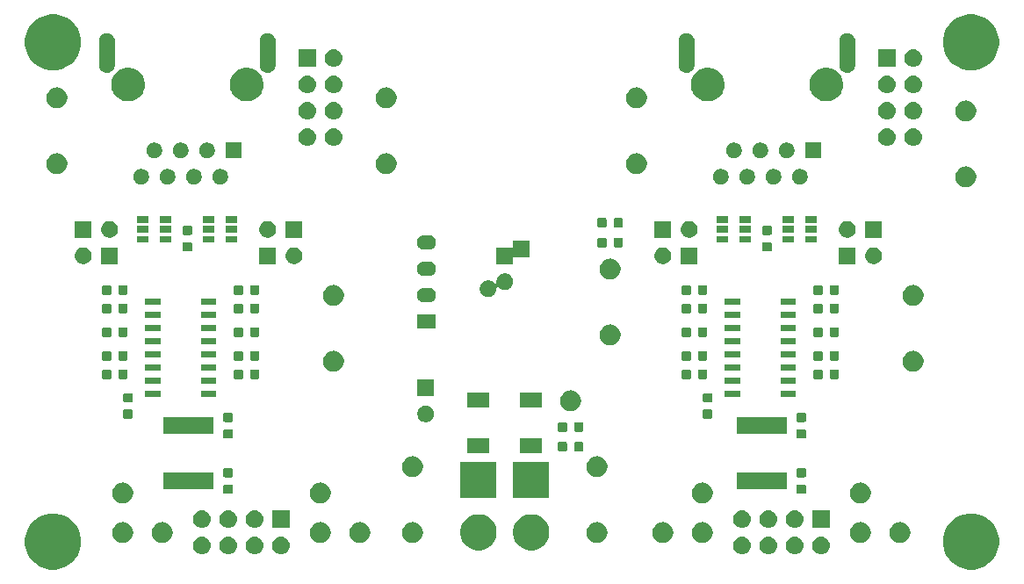
<source format=gbr>
G04 #@! TF.GenerationSoftware,KiCad,Pcbnew,5.0.2-bee76a0~70~ubuntu18.04.1*
G04 #@! TF.CreationDate,2019-06-19T23:09:45-07:00*
G04 #@! TF.ProjectId,aa-panel-receiver-lvds,61612d70-616e-4656-9c2d-726563656976,rev?*
G04 #@! TF.SameCoordinates,Original*
G04 #@! TF.FileFunction,Soldermask,Top*
G04 #@! TF.FilePolarity,Negative*
%FSLAX46Y46*%
G04 Gerber Fmt 4.6, Leading zero omitted, Abs format (unit mm)*
G04 Created by KiCad (PCBNEW 5.0.2-bee76a0~70~ubuntu18.04.1) date Wed 19 Jun 2019 11:09:45 PM PDT*
%MOMM*%
%LPD*%
G01*
G04 APERTURE LIST*
%ADD10C,0.100000*%
G04 APERTURE END LIST*
D10*
G36*
X184175560Y-98622759D02*
X184626084Y-98809372D01*
X184666930Y-98826291D01*
X184767322Y-98893371D01*
X185109153Y-99121775D01*
X185485225Y-99497847D01*
X185485227Y-99497850D01*
X185700165Y-99819527D01*
X185780710Y-99940072D01*
X185984241Y-100431440D01*
X186088000Y-100953072D01*
X186088000Y-101484928D01*
X185984241Y-102006560D01*
X185780710Y-102497928D01*
X185485225Y-102940153D01*
X185109153Y-103316225D01*
X185109150Y-103316227D01*
X184666930Y-103611709D01*
X184666929Y-103611710D01*
X184666928Y-103611710D01*
X184175560Y-103815241D01*
X183653928Y-103919000D01*
X183122072Y-103919000D01*
X182600440Y-103815241D01*
X182109072Y-103611710D01*
X182109071Y-103611710D01*
X182109070Y-103611709D01*
X181666850Y-103316227D01*
X181666847Y-103316225D01*
X181290775Y-102940153D01*
X180995290Y-102497928D01*
X180791759Y-102006560D01*
X180688000Y-101484928D01*
X180688000Y-100953072D01*
X180791759Y-100431440D01*
X180995290Y-99940072D01*
X181075836Y-99819527D01*
X181290773Y-99497850D01*
X181290775Y-99497847D01*
X181666847Y-99121775D01*
X182008678Y-98893371D01*
X182109070Y-98826291D01*
X182149916Y-98809372D01*
X182600440Y-98622759D01*
X183122072Y-98519000D01*
X183653928Y-98519000D01*
X184175560Y-98622759D01*
X184175560Y-98622759D01*
G37*
G36*
X95656560Y-98622759D02*
X96107084Y-98809372D01*
X96147930Y-98826291D01*
X96248322Y-98893371D01*
X96590153Y-99121775D01*
X96966225Y-99497847D01*
X96966227Y-99497850D01*
X97181165Y-99819527D01*
X97261710Y-99940072D01*
X97465241Y-100431440D01*
X97569000Y-100953072D01*
X97569000Y-101484928D01*
X97465241Y-102006560D01*
X97261710Y-102497928D01*
X96966225Y-102940153D01*
X96590153Y-103316225D01*
X96590150Y-103316227D01*
X96147930Y-103611709D01*
X96147929Y-103611710D01*
X96147928Y-103611710D01*
X95656560Y-103815241D01*
X95134928Y-103919000D01*
X94603072Y-103919000D01*
X94081440Y-103815241D01*
X93590072Y-103611710D01*
X93590071Y-103611710D01*
X93590070Y-103611709D01*
X93147850Y-103316227D01*
X93147847Y-103316225D01*
X92771775Y-102940153D01*
X92476290Y-102497928D01*
X92272759Y-102006560D01*
X92169000Y-101484928D01*
X92169000Y-100953072D01*
X92272759Y-100431440D01*
X92476290Y-99940072D01*
X92556836Y-99819527D01*
X92771773Y-99497850D01*
X92771775Y-99497847D01*
X93147847Y-99121775D01*
X93489678Y-98893371D01*
X93590070Y-98826291D01*
X93630916Y-98809372D01*
X94081440Y-98622759D01*
X94603072Y-98519000D01*
X95134928Y-98519000D01*
X95656560Y-98622759D01*
X95656560Y-98622759D01*
G37*
G36*
X166536630Y-100762299D02*
X166696855Y-100810903D01*
X166844520Y-100889831D01*
X166973949Y-100996051D01*
X167080169Y-101125480D01*
X167159097Y-101273145D01*
X167207701Y-101433370D01*
X167224112Y-101600000D01*
X167207701Y-101766630D01*
X167159097Y-101926855D01*
X167080169Y-102074520D01*
X166973949Y-102203949D01*
X166844520Y-102310169D01*
X166696855Y-102389097D01*
X166536630Y-102437701D01*
X166411752Y-102450000D01*
X166328248Y-102450000D01*
X166203370Y-102437701D01*
X166043145Y-102389097D01*
X165895480Y-102310169D01*
X165766051Y-102203949D01*
X165659831Y-102074520D01*
X165580903Y-101926855D01*
X165532299Y-101766630D01*
X165515888Y-101600000D01*
X165532299Y-101433370D01*
X165580903Y-101273145D01*
X165659831Y-101125480D01*
X165766051Y-100996051D01*
X165895480Y-100889831D01*
X166043145Y-100810903D01*
X166203370Y-100762299D01*
X166328248Y-100750000D01*
X166411752Y-100750000D01*
X166536630Y-100762299D01*
X166536630Y-100762299D01*
G37*
G36*
X169076630Y-100762299D02*
X169236855Y-100810903D01*
X169384520Y-100889831D01*
X169513949Y-100996051D01*
X169620169Y-101125480D01*
X169699097Y-101273145D01*
X169747701Y-101433370D01*
X169764112Y-101600000D01*
X169747701Y-101766630D01*
X169699097Y-101926855D01*
X169620169Y-102074520D01*
X169513949Y-102203949D01*
X169384520Y-102310169D01*
X169236855Y-102389097D01*
X169076630Y-102437701D01*
X168951752Y-102450000D01*
X168868248Y-102450000D01*
X168743370Y-102437701D01*
X168583145Y-102389097D01*
X168435480Y-102310169D01*
X168306051Y-102203949D01*
X168199831Y-102074520D01*
X168120903Y-101926855D01*
X168072299Y-101766630D01*
X168055888Y-101600000D01*
X168072299Y-101433370D01*
X168120903Y-101273145D01*
X168199831Y-101125480D01*
X168306051Y-100996051D01*
X168435480Y-100889831D01*
X168583145Y-100810903D01*
X168743370Y-100762299D01*
X168868248Y-100750000D01*
X168951752Y-100750000D01*
X169076630Y-100762299D01*
X169076630Y-100762299D01*
G37*
G36*
X117006630Y-100762299D02*
X117166855Y-100810903D01*
X117314520Y-100889831D01*
X117443949Y-100996051D01*
X117550169Y-101125480D01*
X117629097Y-101273145D01*
X117677701Y-101433370D01*
X117694112Y-101600000D01*
X117677701Y-101766630D01*
X117629097Y-101926855D01*
X117550169Y-102074520D01*
X117443949Y-102203949D01*
X117314520Y-102310169D01*
X117166855Y-102389097D01*
X117006630Y-102437701D01*
X116881752Y-102450000D01*
X116798248Y-102450000D01*
X116673370Y-102437701D01*
X116513145Y-102389097D01*
X116365480Y-102310169D01*
X116236051Y-102203949D01*
X116129831Y-102074520D01*
X116050903Y-101926855D01*
X116002299Y-101766630D01*
X115985888Y-101600000D01*
X116002299Y-101433370D01*
X116050903Y-101273145D01*
X116129831Y-101125480D01*
X116236051Y-100996051D01*
X116365480Y-100889831D01*
X116513145Y-100810903D01*
X116673370Y-100762299D01*
X116798248Y-100750000D01*
X116881752Y-100750000D01*
X117006630Y-100762299D01*
X117006630Y-100762299D01*
G37*
G36*
X114466630Y-100762299D02*
X114626855Y-100810903D01*
X114774520Y-100889831D01*
X114903949Y-100996051D01*
X115010169Y-101125480D01*
X115089097Y-101273145D01*
X115137701Y-101433370D01*
X115154112Y-101600000D01*
X115137701Y-101766630D01*
X115089097Y-101926855D01*
X115010169Y-102074520D01*
X114903949Y-102203949D01*
X114774520Y-102310169D01*
X114626855Y-102389097D01*
X114466630Y-102437701D01*
X114341752Y-102450000D01*
X114258248Y-102450000D01*
X114133370Y-102437701D01*
X113973145Y-102389097D01*
X113825480Y-102310169D01*
X113696051Y-102203949D01*
X113589831Y-102074520D01*
X113510903Y-101926855D01*
X113462299Y-101766630D01*
X113445888Y-101600000D01*
X113462299Y-101433370D01*
X113510903Y-101273145D01*
X113589831Y-101125480D01*
X113696051Y-100996051D01*
X113825480Y-100889831D01*
X113973145Y-100810903D01*
X114133370Y-100762299D01*
X114258248Y-100750000D01*
X114341752Y-100750000D01*
X114466630Y-100762299D01*
X114466630Y-100762299D01*
G37*
G36*
X111926630Y-100762299D02*
X112086855Y-100810903D01*
X112234520Y-100889831D01*
X112363949Y-100996051D01*
X112470169Y-101125480D01*
X112549097Y-101273145D01*
X112597701Y-101433370D01*
X112614112Y-101600000D01*
X112597701Y-101766630D01*
X112549097Y-101926855D01*
X112470169Y-102074520D01*
X112363949Y-102203949D01*
X112234520Y-102310169D01*
X112086855Y-102389097D01*
X111926630Y-102437701D01*
X111801752Y-102450000D01*
X111718248Y-102450000D01*
X111593370Y-102437701D01*
X111433145Y-102389097D01*
X111285480Y-102310169D01*
X111156051Y-102203949D01*
X111049831Y-102074520D01*
X110970903Y-101926855D01*
X110922299Y-101766630D01*
X110905888Y-101600000D01*
X110922299Y-101433370D01*
X110970903Y-101273145D01*
X111049831Y-101125480D01*
X111156051Y-100996051D01*
X111285480Y-100889831D01*
X111433145Y-100810903D01*
X111593370Y-100762299D01*
X111718248Y-100750000D01*
X111801752Y-100750000D01*
X111926630Y-100762299D01*
X111926630Y-100762299D01*
G37*
G36*
X161456630Y-100762299D02*
X161616855Y-100810903D01*
X161764520Y-100889831D01*
X161893949Y-100996051D01*
X162000169Y-101125480D01*
X162079097Y-101273145D01*
X162127701Y-101433370D01*
X162144112Y-101600000D01*
X162127701Y-101766630D01*
X162079097Y-101926855D01*
X162000169Y-102074520D01*
X161893949Y-102203949D01*
X161764520Y-102310169D01*
X161616855Y-102389097D01*
X161456630Y-102437701D01*
X161331752Y-102450000D01*
X161248248Y-102450000D01*
X161123370Y-102437701D01*
X160963145Y-102389097D01*
X160815480Y-102310169D01*
X160686051Y-102203949D01*
X160579831Y-102074520D01*
X160500903Y-101926855D01*
X160452299Y-101766630D01*
X160435888Y-101600000D01*
X160452299Y-101433370D01*
X160500903Y-101273145D01*
X160579831Y-101125480D01*
X160686051Y-100996051D01*
X160815480Y-100889831D01*
X160963145Y-100810903D01*
X161123370Y-100762299D01*
X161248248Y-100750000D01*
X161331752Y-100750000D01*
X161456630Y-100762299D01*
X161456630Y-100762299D01*
G37*
G36*
X109386630Y-100762299D02*
X109546855Y-100810903D01*
X109694520Y-100889831D01*
X109823949Y-100996051D01*
X109930169Y-101125480D01*
X110009097Y-101273145D01*
X110057701Y-101433370D01*
X110074112Y-101600000D01*
X110057701Y-101766630D01*
X110009097Y-101926855D01*
X109930169Y-102074520D01*
X109823949Y-102203949D01*
X109694520Y-102310169D01*
X109546855Y-102389097D01*
X109386630Y-102437701D01*
X109261752Y-102450000D01*
X109178248Y-102450000D01*
X109053370Y-102437701D01*
X108893145Y-102389097D01*
X108745480Y-102310169D01*
X108616051Y-102203949D01*
X108509831Y-102074520D01*
X108430903Y-101926855D01*
X108382299Y-101766630D01*
X108365888Y-101600000D01*
X108382299Y-101433370D01*
X108430903Y-101273145D01*
X108509831Y-101125480D01*
X108616051Y-100996051D01*
X108745480Y-100889831D01*
X108893145Y-100810903D01*
X109053370Y-100762299D01*
X109178248Y-100750000D01*
X109261752Y-100750000D01*
X109386630Y-100762299D01*
X109386630Y-100762299D01*
G37*
G36*
X163996630Y-100762299D02*
X164156855Y-100810903D01*
X164304520Y-100889831D01*
X164433949Y-100996051D01*
X164540169Y-101125480D01*
X164619097Y-101273145D01*
X164667701Y-101433370D01*
X164684112Y-101600000D01*
X164667701Y-101766630D01*
X164619097Y-101926855D01*
X164540169Y-102074520D01*
X164433949Y-102203949D01*
X164304520Y-102310169D01*
X164156855Y-102389097D01*
X163996630Y-102437701D01*
X163871752Y-102450000D01*
X163788248Y-102450000D01*
X163663370Y-102437701D01*
X163503145Y-102389097D01*
X163355480Y-102310169D01*
X163226051Y-102203949D01*
X163119831Y-102074520D01*
X163040903Y-101926855D01*
X162992299Y-101766630D01*
X162975888Y-101600000D01*
X162992299Y-101433370D01*
X163040903Y-101273145D01*
X163119831Y-101125480D01*
X163226051Y-100996051D01*
X163355480Y-100889831D01*
X163503145Y-100810903D01*
X163663370Y-100762299D01*
X163788248Y-100750000D01*
X163871752Y-100750000D01*
X163996630Y-100762299D01*
X163996630Y-100762299D01*
G37*
G36*
X136400473Y-98647193D02*
X136718963Y-98779116D01*
X137005601Y-98970641D01*
X137249359Y-99214399D01*
X137440884Y-99501037D01*
X137572807Y-99819527D01*
X137640060Y-100157633D01*
X137640060Y-100502367D01*
X137572807Y-100840473D01*
X137440884Y-101158963D01*
X137249359Y-101445601D01*
X137005601Y-101689359D01*
X136718963Y-101880884D01*
X136400473Y-102012807D01*
X136062367Y-102080060D01*
X135717633Y-102080060D01*
X135379527Y-102012807D01*
X135061037Y-101880884D01*
X134774399Y-101689359D01*
X134530641Y-101445601D01*
X134339116Y-101158963D01*
X134207193Y-100840473D01*
X134139940Y-100502367D01*
X134139940Y-100157633D01*
X134207193Y-99819527D01*
X134339116Y-99501037D01*
X134530641Y-99214399D01*
X134774399Y-98970641D01*
X135061037Y-98779116D01*
X135379527Y-98647193D01*
X135717633Y-98579940D01*
X136062367Y-98579940D01*
X136400473Y-98647193D01*
X136400473Y-98647193D01*
G37*
G36*
X141480473Y-98647193D02*
X141798963Y-98779116D01*
X142085601Y-98970641D01*
X142329359Y-99214399D01*
X142520884Y-99501037D01*
X142652807Y-99819527D01*
X142720060Y-100157633D01*
X142720060Y-100502367D01*
X142652807Y-100840473D01*
X142520884Y-101158963D01*
X142329359Y-101445601D01*
X142085601Y-101689359D01*
X141798963Y-101880884D01*
X141480473Y-102012807D01*
X141142367Y-102080060D01*
X140797633Y-102080060D01*
X140459527Y-102012807D01*
X140141037Y-101880884D01*
X139854399Y-101689359D01*
X139610641Y-101445601D01*
X139419116Y-101158963D01*
X139287193Y-100840473D01*
X139219940Y-100502367D01*
X139219940Y-100157633D01*
X139287193Y-99819527D01*
X139419116Y-99501037D01*
X139610641Y-99214399D01*
X139854399Y-98970641D01*
X140141037Y-98779116D01*
X140459527Y-98647193D01*
X140797633Y-98579940D01*
X141142367Y-98579940D01*
X141480473Y-98647193D01*
X141480473Y-98647193D01*
G37*
G36*
X129715770Y-99345372D02*
X129831689Y-99368429D01*
X130013678Y-99443811D01*
X130177463Y-99553249D01*
X130316751Y-99692537D01*
X130426189Y-99856322D01*
X130501571Y-100038311D01*
X130522113Y-100141584D01*
X130540000Y-100231507D01*
X130540000Y-100428493D01*
X130525306Y-100502366D01*
X130501571Y-100621689D01*
X130426189Y-100803678D01*
X130316751Y-100967463D01*
X130177463Y-101106751D01*
X130013678Y-101216189D01*
X129831689Y-101291571D01*
X129715770Y-101314628D01*
X129638493Y-101330000D01*
X129441507Y-101330000D01*
X129364230Y-101314628D01*
X129248311Y-101291571D01*
X129066322Y-101216189D01*
X128902537Y-101106751D01*
X128763249Y-100967463D01*
X128653811Y-100803678D01*
X128578429Y-100621689D01*
X128554694Y-100502366D01*
X128540000Y-100428493D01*
X128540000Y-100231507D01*
X128557887Y-100141584D01*
X128578429Y-100038311D01*
X128653811Y-99856322D01*
X128763249Y-99692537D01*
X128902537Y-99553249D01*
X129066322Y-99443811D01*
X129248311Y-99368429D01*
X129364230Y-99345372D01*
X129441507Y-99330000D01*
X129638493Y-99330000D01*
X129715770Y-99345372D01*
X129715770Y-99345372D01*
G37*
G36*
X147495770Y-99345372D02*
X147611689Y-99368429D01*
X147793678Y-99443811D01*
X147957463Y-99553249D01*
X148096751Y-99692537D01*
X148206189Y-99856322D01*
X148281571Y-100038311D01*
X148302113Y-100141584D01*
X148320000Y-100231507D01*
X148320000Y-100428493D01*
X148305306Y-100502366D01*
X148281571Y-100621689D01*
X148206189Y-100803678D01*
X148096751Y-100967463D01*
X147957463Y-101106751D01*
X147793678Y-101216189D01*
X147611689Y-101291571D01*
X147495770Y-101314628D01*
X147418493Y-101330000D01*
X147221507Y-101330000D01*
X147144230Y-101314628D01*
X147028311Y-101291571D01*
X146846322Y-101216189D01*
X146682537Y-101106751D01*
X146543249Y-100967463D01*
X146433811Y-100803678D01*
X146358429Y-100621689D01*
X146334694Y-100502366D01*
X146320000Y-100428493D01*
X146320000Y-100231507D01*
X146337887Y-100141584D01*
X146358429Y-100038311D01*
X146433811Y-99856322D01*
X146543249Y-99692537D01*
X146682537Y-99553249D01*
X146846322Y-99443811D01*
X147028311Y-99368429D01*
X147144230Y-99345372D01*
X147221507Y-99330000D01*
X147418493Y-99330000D01*
X147495770Y-99345372D01*
X147495770Y-99345372D01*
G37*
G36*
X124635770Y-99345372D02*
X124751689Y-99368429D01*
X124933678Y-99443811D01*
X125097463Y-99553249D01*
X125236751Y-99692537D01*
X125346189Y-99856322D01*
X125421571Y-100038311D01*
X125442113Y-100141584D01*
X125460000Y-100231507D01*
X125460000Y-100428493D01*
X125445306Y-100502366D01*
X125421571Y-100621689D01*
X125346189Y-100803678D01*
X125236751Y-100967463D01*
X125097463Y-101106751D01*
X124933678Y-101216189D01*
X124751689Y-101291571D01*
X124635770Y-101314628D01*
X124558493Y-101330000D01*
X124361507Y-101330000D01*
X124284230Y-101314628D01*
X124168311Y-101291571D01*
X123986322Y-101216189D01*
X123822537Y-101106751D01*
X123683249Y-100967463D01*
X123573811Y-100803678D01*
X123498429Y-100621689D01*
X123474694Y-100502366D01*
X123460000Y-100428493D01*
X123460000Y-100231507D01*
X123477887Y-100141584D01*
X123498429Y-100038311D01*
X123573811Y-99856322D01*
X123683249Y-99692537D01*
X123822537Y-99553249D01*
X123986322Y-99443811D01*
X124168311Y-99368429D01*
X124284230Y-99345372D01*
X124361507Y-99330000D01*
X124558493Y-99330000D01*
X124635770Y-99345372D01*
X124635770Y-99345372D01*
G37*
G36*
X120825770Y-99345372D02*
X120941689Y-99368429D01*
X121123678Y-99443811D01*
X121287463Y-99553249D01*
X121426751Y-99692537D01*
X121536189Y-99856322D01*
X121611571Y-100038311D01*
X121632113Y-100141584D01*
X121650000Y-100231507D01*
X121650000Y-100428493D01*
X121635306Y-100502366D01*
X121611571Y-100621689D01*
X121536189Y-100803678D01*
X121426751Y-100967463D01*
X121287463Y-101106751D01*
X121123678Y-101216189D01*
X120941689Y-101291571D01*
X120825770Y-101314628D01*
X120748493Y-101330000D01*
X120551507Y-101330000D01*
X120474230Y-101314628D01*
X120358311Y-101291571D01*
X120176322Y-101216189D01*
X120012537Y-101106751D01*
X119873249Y-100967463D01*
X119763811Y-100803678D01*
X119688429Y-100621689D01*
X119664694Y-100502366D01*
X119650000Y-100428493D01*
X119650000Y-100231507D01*
X119667887Y-100141584D01*
X119688429Y-100038311D01*
X119763811Y-99856322D01*
X119873249Y-99692537D01*
X120012537Y-99553249D01*
X120176322Y-99443811D01*
X120358311Y-99368429D01*
X120474230Y-99345372D01*
X120551507Y-99330000D01*
X120748493Y-99330000D01*
X120825770Y-99345372D01*
X120825770Y-99345372D01*
G37*
G36*
X101775770Y-99345372D02*
X101891689Y-99368429D01*
X102073678Y-99443811D01*
X102237463Y-99553249D01*
X102376751Y-99692537D01*
X102486189Y-99856322D01*
X102561571Y-100038311D01*
X102582113Y-100141584D01*
X102600000Y-100231507D01*
X102600000Y-100428493D01*
X102585306Y-100502366D01*
X102561571Y-100621689D01*
X102486189Y-100803678D01*
X102376751Y-100967463D01*
X102237463Y-101106751D01*
X102073678Y-101216189D01*
X101891689Y-101291571D01*
X101775770Y-101314628D01*
X101698493Y-101330000D01*
X101501507Y-101330000D01*
X101424230Y-101314628D01*
X101308311Y-101291571D01*
X101126322Y-101216189D01*
X100962537Y-101106751D01*
X100823249Y-100967463D01*
X100713811Y-100803678D01*
X100638429Y-100621689D01*
X100614694Y-100502366D01*
X100600000Y-100428493D01*
X100600000Y-100231507D01*
X100617887Y-100141584D01*
X100638429Y-100038311D01*
X100713811Y-99856322D01*
X100823249Y-99692537D01*
X100962537Y-99553249D01*
X101126322Y-99443811D01*
X101308311Y-99368429D01*
X101424230Y-99345372D01*
X101501507Y-99330000D01*
X101698493Y-99330000D01*
X101775770Y-99345372D01*
X101775770Y-99345372D01*
G37*
G36*
X176705770Y-99345372D02*
X176821689Y-99368429D01*
X177003678Y-99443811D01*
X177167463Y-99553249D01*
X177306751Y-99692537D01*
X177416189Y-99856322D01*
X177491571Y-100038311D01*
X177512113Y-100141584D01*
X177530000Y-100231507D01*
X177530000Y-100428493D01*
X177515306Y-100502366D01*
X177491571Y-100621689D01*
X177416189Y-100803678D01*
X177306751Y-100967463D01*
X177167463Y-101106751D01*
X177003678Y-101216189D01*
X176821689Y-101291571D01*
X176705770Y-101314628D01*
X176628493Y-101330000D01*
X176431507Y-101330000D01*
X176354230Y-101314628D01*
X176238311Y-101291571D01*
X176056322Y-101216189D01*
X175892537Y-101106751D01*
X175753249Y-100967463D01*
X175643811Y-100803678D01*
X175568429Y-100621689D01*
X175544694Y-100502366D01*
X175530000Y-100428493D01*
X175530000Y-100231507D01*
X175547887Y-100141584D01*
X175568429Y-100038311D01*
X175643811Y-99856322D01*
X175753249Y-99692537D01*
X175892537Y-99553249D01*
X176056322Y-99443811D01*
X176238311Y-99368429D01*
X176354230Y-99345372D01*
X176431507Y-99330000D01*
X176628493Y-99330000D01*
X176705770Y-99345372D01*
X176705770Y-99345372D01*
G37*
G36*
X172895770Y-99345372D02*
X173011689Y-99368429D01*
X173193678Y-99443811D01*
X173357463Y-99553249D01*
X173496751Y-99692537D01*
X173606189Y-99856322D01*
X173681571Y-100038311D01*
X173702113Y-100141584D01*
X173720000Y-100231507D01*
X173720000Y-100428493D01*
X173705306Y-100502366D01*
X173681571Y-100621689D01*
X173606189Y-100803678D01*
X173496751Y-100967463D01*
X173357463Y-101106751D01*
X173193678Y-101216189D01*
X173011689Y-101291571D01*
X172895770Y-101314628D01*
X172818493Y-101330000D01*
X172621507Y-101330000D01*
X172544230Y-101314628D01*
X172428311Y-101291571D01*
X172246322Y-101216189D01*
X172082537Y-101106751D01*
X171943249Y-100967463D01*
X171833811Y-100803678D01*
X171758429Y-100621689D01*
X171734694Y-100502366D01*
X171720000Y-100428493D01*
X171720000Y-100231507D01*
X171737887Y-100141584D01*
X171758429Y-100038311D01*
X171833811Y-99856322D01*
X171943249Y-99692537D01*
X172082537Y-99553249D01*
X172246322Y-99443811D01*
X172428311Y-99368429D01*
X172544230Y-99345372D01*
X172621507Y-99330000D01*
X172818493Y-99330000D01*
X172895770Y-99345372D01*
X172895770Y-99345372D01*
G37*
G36*
X105585770Y-99345372D02*
X105701689Y-99368429D01*
X105883678Y-99443811D01*
X106047463Y-99553249D01*
X106186751Y-99692537D01*
X106296189Y-99856322D01*
X106371571Y-100038311D01*
X106392113Y-100141584D01*
X106410000Y-100231507D01*
X106410000Y-100428493D01*
X106395306Y-100502366D01*
X106371571Y-100621689D01*
X106296189Y-100803678D01*
X106186751Y-100967463D01*
X106047463Y-101106751D01*
X105883678Y-101216189D01*
X105701689Y-101291571D01*
X105585770Y-101314628D01*
X105508493Y-101330000D01*
X105311507Y-101330000D01*
X105234230Y-101314628D01*
X105118311Y-101291571D01*
X104936322Y-101216189D01*
X104772537Y-101106751D01*
X104633249Y-100967463D01*
X104523811Y-100803678D01*
X104448429Y-100621689D01*
X104424694Y-100502366D01*
X104410000Y-100428493D01*
X104410000Y-100231507D01*
X104427887Y-100141584D01*
X104448429Y-100038311D01*
X104523811Y-99856322D01*
X104633249Y-99692537D01*
X104772537Y-99553249D01*
X104936322Y-99443811D01*
X105118311Y-99368429D01*
X105234230Y-99345372D01*
X105311507Y-99330000D01*
X105508493Y-99330000D01*
X105585770Y-99345372D01*
X105585770Y-99345372D01*
G37*
G36*
X153845770Y-99345372D02*
X153961689Y-99368429D01*
X154143678Y-99443811D01*
X154307463Y-99553249D01*
X154446751Y-99692537D01*
X154556189Y-99856322D01*
X154631571Y-100038311D01*
X154652113Y-100141584D01*
X154670000Y-100231507D01*
X154670000Y-100428493D01*
X154655306Y-100502366D01*
X154631571Y-100621689D01*
X154556189Y-100803678D01*
X154446751Y-100967463D01*
X154307463Y-101106751D01*
X154143678Y-101216189D01*
X153961689Y-101291571D01*
X153845770Y-101314628D01*
X153768493Y-101330000D01*
X153571507Y-101330000D01*
X153494230Y-101314628D01*
X153378311Y-101291571D01*
X153196322Y-101216189D01*
X153032537Y-101106751D01*
X152893249Y-100967463D01*
X152783811Y-100803678D01*
X152708429Y-100621689D01*
X152684694Y-100502366D01*
X152670000Y-100428493D01*
X152670000Y-100231507D01*
X152687887Y-100141584D01*
X152708429Y-100038311D01*
X152783811Y-99856322D01*
X152893249Y-99692537D01*
X153032537Y-99553249D01*
X153196322Y-99443811D01*
X153378311Y-99368429D01*
X153494230Y-99345372D01*
X153571507Y-99330000D01*
X153768493Y-99330000D01*
X153845770Y-99345372D01*
X153845770Y-99345372D01*
G37*
G36*
X157655770Y-99345372D02*
X157771689Y-99368429D01*
X157953678Y-99443811D01*
X158117463Y-99553249D01*
X158256751Y-99692537D01*
X158366189Y-99856322D01*
X158441571Y-100038311D01*
X158462113Y-100141584D01*
X158480000Y-100231507D01*
X158480000Y-100428493D01*
X158465306Y-100502366D01*
X158441571Y-100621689D01*
X158366189Y-100803678D01*
X158256751Y-100967463D01*
X158117463Y-101106751D01*
X157953678Y-101216189D01*
X157771689Y-101291571D01*
X157655770Y-101314628D01*
X157578493Y-101330000D01*
X157381507Y-101330000D01*
X157304230Y-101314628D01*
X157188311Y-101291571D01*
X157006322Y-101216189D01*
X156842537Y-101106751D01*
X156703249Y-100967463D01*
X156593811Y-100803678D01*
X156518429Y-100621689D01*
X156494694Y-100502366D01*
X156480000Y-100428493D01*
X156480000Y-100231507D01*
X156497887Y-100141584D01*
X156518429Y-100038311D01*
X156593811Y-99856322D01*
X156703249Y-99692537D01*
X156842537Y-99553249D01*
X157006322Y-99443811D01*
X157188311Y-99368429D01*
X157304230Y-99345372D01*
X157381507Y-99330000D01*
X157578493Y-99330000D01*
X157655770Y-99345372D01*
X157655770Y-99345372D01*
G37*
G36*
X117690000Y-99910000D02*
X115990000Y-99910000D01*
X115990000Y-98210000D01*
X117690000Y-98210000D01*
X117690000Y-99910000D01*
X117690000Y-99910000D01*
G37*
G36*
X163996630Y-98222299D02*
X164156855Y-98270903D01*
X164304520Y-98349831D01*
X164433949Y-98456051D01*
X164540169Y-98585480D01*
X164619097Y-98733145D01*
X164667701Y-98893370D01*
X164684112Y-99060000D01*
X164667701Y-99226630D01*
X164619097Y-99386855D01*
X164540169Y-99534520D01*
X164433949Y-99663949D01*
X164304520Y-99770169D01*
X164156855Y-99849097D01*
X163996630Y-99897701D01*
X163871752Y-99910000D01*
X163788248Y-99910000D01*
X163663370Y-99897701D01*
X163503145Y-99849097D01*
X163355480Y-99770169D01*
X163226051Y-99663949D01*
X163119831Y-99534520D01*
X163040903Y-99386855D01*
X162992299Y-99226630D01*
X162975888Y-99060000D01*
X162992299Y-98893370D01*
X163040903Y-98733145D01*
X163119831Y-98585480D01*
X163226051Y-98456051D01*
X163355480Y-98349831D01*
X163503145Y-98270903D01*
X163663370Y-98222299D01*
X163788248Y-98210000D01*
X163871752Y-98210000D01*
X163996630Y-98222299D01*
X163996630Y-98222299D01*
G37*
G36*
X166536630Y-98222299D02*
X166696855Y-98270903D01*
X166844520Y-98349831D01*
X166973949Y-98456051D01*
X167080169Y-98585480D01*
X167159097Y-98733145D01*
X167207701Y-98893370D01*
X167224112Y-99060000D01*
X167207701Y-99226630D01*
X167159097Y-99386855D01*
X167080169Y-99534520D01*
X166973949Y-99663949D01*
X166844520Y-99770169D01*
X166696855Y-99849097D01*
X166536630Y-99897701D01*
X166411752Y-99910000D01*
X166328248Y-99910000D01*
X166203370Y-99897701D01*
X166043145Y-99849097D01*
X165895480Y-99770169D01*
X165766051Y-99663949D01*
X165659831Y-99534520D01*
X165580903Y-99386855D01*
X165532299Y-99226630D01*
X165515888Y-99060000D01*
X165532299Y-98893370D01*
X165580903Y-98733145D01*
X165659831Y-98585480D01*
X165766051Y-98456051D01*
X165895480Y-98349831D01*
X166043145Y-98270903D01*
X166203370Y-98222299D01*
X166328248Y-98210000D01*
X166411752Y-98210000D01*
X166536630Y-98222299D01*
X166536630Y-98222299D01*
G37*
G36*
X109386630Y-98222299D02*
X109546855Y-98270903D01*
X109694520Y-98349831D01*
X109823949Y-98456051D01*
X109930169Y-98585480D01*
X110009097Y-98733145D01*
X110057701Y-98893370D01*
X110074112Y-99060000D01*
X110057701Y-99226630D01*
X110009097Y-99386855D01*
X109930169Y-99534520D01*
X109823949Y-99663949D01*
X109694520Y-99770169D01*
X109546855Y-99849097D01*
X109386630Y-99897701D01*
X109261752Y-99910000D01*
X109178248Y-99910000D01*
X109053370Y-99897701D01*
X108893145Y-99849097D01*
X108745480Y-99770169D01*
X108616051Y-99663949D01*
X108509831Y-99534520D01*
X108430903Y-99386855D01*
X108382299Y-99226630D01*
X108365888Y-99060000D01*
X108382299Y-98893370D01*
X108430903Y-98733145D01*
X108509831Y-98585480D01*
X108616051Y-98456051D01*
X108745480Y-98349831D01*
X108893145Y-98270903D01*
X109053370Y-98222299D01*
X109178248Y-98210000D01*
X109261752Y-98210000D01*
X109386630Y-98222299D01*
X109386630Y-98222299D01*
G37*
G36*
X111926630Y-98222299D02*
X112086855Y-98270903D01*
X112234520Y-98349831D01*
X112363949Y-98456051D01*
X112470169Y-98585480D01*
X112549097Y-98733145D01*
X112597701Y-98893370D01*
X112614112Y-99060000D01*
X112597701Y-99226630D01*
X112549097Y-99386855D01*
X112470169Y-99534520D01*
X112363949Y-99663949D01*
X112234520Y-99770169D01*
X112086855Y-99849097D01*
X111926630Y-99897701D01*
X111801752Y-99910000D01*
X111718248Y-99910000D01*
X111593370Y-99897701D01*
X111433145Y-99849097D01*
X111285480Y-99770169D01*
X111156051Y-99663949D01*
X111049831Y-99534520D01*
X110970903Y-99386855D01*
X110922299Y-99226630D01*
X110905888Y-99060000D01*
X110922299Y-98893370D01*
X110970903Y-98733145D01*
X111049831Y-98585480D01*
X111156051Y-98456051D01*
X111285480Y-98349831D01*
X111433145Y-98270903D01*
X111593370Y-98222299D01*
X111718248Y-98210000D01*
X111801752Y-98210000D01*
X111926630Y-98222299D01*
X111926630Y-98222299D01*
G37*
G36*
X169760000Y-99910000D02*
X168060000Y-99910000D01*
X168060000Y-98210000D01*
X169760000Y-98210000D01*
X169760000Y-99910000D01*
X169760000Y-99910000D01*
G37*
G36*
X114466630Y-98222299D02*
X114626855Y-98270903D01*
X114774520Y-98349831D01*
X114903949Y-98456051D01*
X115010169Y-98585480D01*
X115089097Y-98733145D01*
X115137701Y-98893370D01*
X115154112Y-99060000D01*
X115137701Y-99226630D01*
X115089097Y-99386855D01*
X115010169Y-99534520D01*
X114903949Y-99663949D01*
X114774520Y-99770169D01*
X114626855Y-99849097D01*
X114466630Y-99897701D01*
X114341752Y-99910000D01*
X114258248Y-99910000D01*
X114133370Y-99897701D01*
X113973145Y-99849097D01*
X113825480Y-99770169D01*
X113696051Y-99663949D01*
X113589831Y-99534520D01*
X113510903Y-99386855D01*
X113462299Y-99226630D01*
X113445888Y-99060000D01*
X113462299Y-98893370D01*
X113510903Y-98733145D01*
X113589831Y-98585480D01*
X113696051Y-98456051D01*
X113825480Y-98349831D01*
X113973145Y-98270903D01*
X114133370Y-98222299D01*
X114258248Y-98210000D01*
X114341752Y-98210000D01*
X114466630Y-98222299D01*
X114466630Y-98222299D01*
G37*
G36*
X161456630Y-98222299D02*
X161616855Y-98270903D01*
X161764520Y-98349831D01*
X161893949Y-98456051D01*
X162000169Y-98585480D01*
X162079097Y-98733145D01*
X162127701Y-98893370D01*
X162144112Y-99060000D01*
X162127701Y-99226630D01*
X162079097Y-99386855D01*
X162000169Y-99534520D01*
X161893949Y-99663949D01*
X161764520Y-99770169D01*
X161616855Y-99849097D01*
X161456630Y-99897701D01*
X161331752Y-99910000D01*
X161248248Y-99910000D01*
X161123370Y-99897701D01*
X160963145Y-99849097D01*
X160815480Y-99770169D01*
X160686051Y-99663949D01*
X160579831Y-99534520D01*
X160500903Y-99386855D01*
X160452299Y-99226630D01*
X160435888Y-99060000D01*
X160452299Y-98893370D01*
X160500903Y-98733145D01*
X160579831Y-98585480D01*
X160686051Y-98456051D01*
X160815480Y-98349831D01*
X160963145Y-98270903D01*
X161123370Y-98222299D01*
X161248248Y-98210000D01*
X161331752Y-98210000D01*
X161456630Y-98222299D01*
X161456630Y-98222299D01*
G37*
G36*
X120825770Y-95535372D02*
X120941689Y-95558429D01*
X121123678Y-95633811D01*
X121287463Y-95743249D01*
X121426751Y-95882537D01*
X121536189Y-96046322D01*
X121611571Y-96228311D01*
X121650000Y-96421509D01*
X121650000Y-96618491D01*
X121611571Y-96811689D01*
X121536189Y-96993678D01*
X121426751Y-97157463D01*
X121287463Y-97296751D01*
X121123678Y-97406189D01*
X120941689Y-97481571D01*
X120825770Y-97504628D01*
X120748493Y-97520000D01*
X120551507Y-97520000D01*
X120474230Y-97504628D01*
X120358311Y-97481571D01*
X120176322Y-97406189D01*
X120012537Y-97296751D01*
X119873249Y-97157463D01*
X119763811Y-96993678D01*
X119688429Y-96811689D01*
X119650000Y-96618491D01*
X119650000Y-96421509D01*
X119688429Y-96228311D01*
X119763811Y-96046322D01*
X119873249Y-95882537D01*
X120012537Y-95743249D01*
X120176322Y-95633811D01*
X120358311Y-95558429D01*
X120474230Y-95535372D01*
X120551507Y-95520000D01*
X120748493Y-95520000D01*
X120825770Y-95535372D01*
X120825770Y-95535372D01*
G37*
G36*
X157655770Y-95535372D02*
X157771689Y-95558429D01*
X157953678Y-95633811D01*
X158117463Y-95743249D01*
X158256751Y-95882537D01*
X158366189Y-96046322D01*
X158441571Y-96228311D01*
X158480000Y-96421509D01*
X158480000Y-96618491D01*
X158441571Y-96811689D01*
X158366189Y-96993678D01*
X158256751Y-97157463D01*
X158117463Y-97296751D01*
X157953678Y-97406189D01*
X157771689Y-97481571D01*
X157655770Y-97504628D01*
X157578493Y-97520000D01*
X157381507Y-97520000D01*
X157304230Y-97504628D01*
X157188311Y-97481571D01*
X157006322Y-97406189D01*
X156842537Y-97296751D01*
X156703249Y-97157463D01*
X156593811Y-96993678D01*
X156518429Y-96811689D01*
X156480000Y-96618491D01*
X156480000Y-96421509D01*
X156518429Y-96228311D01*
X156593811Y-96046322D01*
X156703249Y-95882537D01*
X156842537Y-95743249D01*
X157006322Y-95633811D01*
X157188311Y-95558429D01*
X157304230Y-95535372D01*
X157381507Y-95520000D01*
X157578493Y-95520000D01*
X157655770Y-95535372D01*
X157655770Y-95535372D01*
G37*
G36*
X172895770Y-95535372D02*
X173011689Y-95558429D01*
X173193678Y-95633811D01*
X173357463Y-95743249D01*
X173496751Y-95882537D01*
X173606189Y-96046322D01*
X173681571Y-96228311D01*
X173720000Y-96421509D01*
X173720000Y-96618491D01*
X173681571Y-96811689D01*
X173606189Y-96993678D01*
X173496751Y-97157463D01*
X173357463Y-97296751D01*
X173193678Y-97406189D01*
X173011689Y-97481571D01*
X172895770Y-97504628D01*
X172818493Y-97520000D01*
X172621507Y-97520000D01*
X172544230Y-97504628D01*
X172428311Y-97481571D01*
X172246322Y-97406189D01*
X172082537Y-97296751D01*
X171943249Y-97157463D01*
X171833811Y-96993678D01*
X171758429Y-96811689D01*
X171720000Y-96618491D01*
X171720000Y-96421509D01*
X171758429Y-96228311D01*
X171833811Y-96046322D01*
X171943249Y-95882537D01*
X172082537Y-95743249D01*
X172246322Y-95633811D01*
X172428311Y-95558429D01*
X172544230Y-95535372D01*
X172621507Y-95520000D01*
X172818493Y-95520000D01*
X172895770Y-95535372D01*
X172895770Y-95535372D01*
G37*
G36*
X101775770Y-95535372D02*
X101891689Y-95558429D01*
X102073678Y-95633811D01*
X102237463Y-95743249D01*
X102376751Y-95882537D01*
X102486189Y-96046322D01*
X102561571Y-96228311D01*
X102600000Y-96421509D01*
X102600000Y-96618491D01*
X102561571Y-96811689D01*
X102486189Y-96993678D01*
X102376751Y-97157463D01*
X102237463Y-97296751D01*
X102073678Y-97406189D01*
X101891689Y-97481571D01*
X101775770Y-97504628D01*
X101698493Y-97520000D01*
X101501507Y-97520000D01*
X101424230Y-97504628D01*
X101308311Y-97481571D01*
X101126322Y-97406189D01*
X100962537Y-97296751D01*
X100823249Y-97157463D01*
X100713811Y-96993678D01*
X100638429Y-96811689D01*
X100600000Y-96618491D01*
X100600000Y-96421509D01*
X100638429Y-96228311D01*
X100713811Y-96046322D01*
X100823249Y-95882537D01*
X100962537Y-95743249D01*
X101126322Y-95633811D01*
X101308311Y-95558429D01*
X101424230Y-95535372D01*
X101501507Y-95520000D01*
X101698493Y-95520000D01*
X101775770Y-95535372D01*
X101775770Y-95535372D01*
G37*
G36*
X137640060Y-97000060D02*
X134139940Y-97000060D01*
X134139940Y-93499940D01*
X137640060Y-93499940D01*
X137640060Y-97000060D01*
X137640060Y-97000060D01*
G37*
G36*
X142720060Y-97000060D02*
X139219940Y-97000060D01*
X139219940Y-93499940D01*
X142720060Y-93499940D01*
X142720060Y-97000060D01*
X142720060Y-97000060D01*
G37*
G36*
X167354116Y-95730595D02*
X167383313Y-95739452D01*
X167410218Y-95753833D01*
X167433808Y-95773192D01*
X167453167Y-95796782D01*
X167467548Y-95823687D01*
X167476405Y-95852884D01*
X167480000Y-95889390D01*
X167480000Y-96439610D01*
X167476405Y-96476116D01*
X167467548Y-96505313D01*
X167453167Y-96532218D01*
X167433808Y-96555808D01*
X167410218Y-96575167D01*
X167383313Y-96589548D01*
X167354116Y-96598405D01*
X167317610Y-96602000D01*
X166692390Y-96602000D01*
X166655884Y-96598405D01*
X166626687Y-96589548D01*
X166599782Y-96575167D01*
X166576192Y-96555808D01*
X166556833Y-96532218D01*
X166542452Y-96505313D01*
X166533595Y-96476116D01*
X166530000Y-96439610D01*
X166530000Y-95889390D01*
X166533595Y-95852884D01*
X166542452Y-95823687D01*
X166556833Y-95796782D01*
X166576192Y-95773192D01*
X166599782Y-95753833D01*
X166626687Y-95739452D01*
X166655884Y-95730595D01*
X166692390Y-95727000D01*
X167317610Y-95727000D01*
X167354116Y-95730595D01*
X167354116Y-95730595D01*
G37*
G36*
X112109116Y-95730595D02*
X112138313Y-95739452D01*
X112165218Y-95753833D01*
X112188808Y-95773192D01*
X112208167Y-95796782D01*
X112222548Y-95823687D01*
X112231405Y-95852884D01*
X112235000Y-95889390D01*
X112235000Y-96439610D01*
X112231405Y-96476116D01*
X112222548Y-96505313D01*
X112208167Y-96532218D01*
X112188808Y-96555808D01*
X112165218Y-96575167D01*
X112138313Y-96589548D01*
X112109116Y-96598405D01*
X112072610Y-96602000D01*
X111447390Y-96602000D01*
X111410884Y-96598405D01*
X111381687Y-96589548D01*
X111354782Y-96575167D01*
X111331192Y-96555808D01*
X111311833Y-96532218D01*
X111297452Y-96505313D01*
X111288595Y-96476116D01*
X111285000Y-96439610D01*
X111285000Y-95889390D01*
X111288595Y-95852884D01*
X111297452Y-95823687D01*
X111311833Y-95796782D01*
X111331192Y-95773192D01*
X111354782Y-95753833D01*
X111381687Y-95739452D01*
X111410884Y-95730595D01*
X111447390Y-95727000D01*
X112072610Y-95727000D01*
X112109116Y-95730595D01*
X112109116Y-95730595D01*
G37*
G36*
X110377500Y-96164300D02*
X105522500Y-96164300D01*
X105522500Y-94564300D01*
X110377500Y-94564300D01*
X110377500Y-96164300D01*
X110377500Y-96164300D01*
G37*
G36*
X165622500Y-96164300D02*
X160767500Y-96164300D01*
X160767500Y-94564300D01*
X165622500Y-94564300D01*
X165622500Y-96164300D01*
X165622500Y-96164300D01*
G37*
G36*
X167354116Y-94155595D02*
X167383313Y-94164452D01*
X167410218Y-94178833D01*
X167433808Y-94198192D01*
X167453167Y-94221782D01*
X167467548Y-94248687D01*
X167476405Y-94277884D01*
X167480000Y-94314390D01*
X167480000Y-94864610D01*
X167476405Y-94901116D01*
X167467548Y-94930313D01*
X167453167Y-94957218D01*
X167433808Y-94980808D01*
X167410218Y-95000167D01*
X167383313Y-95014548D01*
X167354116Y-95023405D01*
X167317610Y-95027000D01*
X166692390Y-95027000D01*
X166655884Y-95023405D01*
X166626687Y-95014548D01*
X166599782Y-95000167D01*
X166576192Y-94980808D01*
X166556833Y-94957218D01*
X166542452Y-94930313D01*
X166533595Y-94901116D01*
X166530000Y-94864610D01*
X166530000Y-94314390D01*
X166533595Y-94277884D01*
X166542452Y-94248687D01*
X166556833Y-94221782D01*
X166576192Y-94198192D01*
X166599782Y-94178833D01*
X166626687Y-94164452D01*
X166655884Y-94155595D01*
X166692390Y-94152000D01*
X167317610Y-94152000D01*
X167354116Y-94155595D01*
X167354116Y-94155595D01*
G37*
G36*
X112109116Y-94155595D02*
X112138313Y-94164452D01*
X112165218Y-94178833D01*
X112188808Y-94198192D01*
X112208167Y-94221782D01*
X112222548Y-94248687D01*
X112231405Y-94277884D01*
X112235000Y-94314390D01*
X112235000Y-94864610D01*
X112231405Y-94901116D01*
X112222548Y-94930313D01*
X112208167Y-94957218D01*
X112188808Y-94980808D01*
X112165218Y-95000167D01*
X112138313Y-95014548D01*
X112109116Y-95023405D01*
X112072610Y-95027000D01*
X111447390Y-95027000D01*
X111410884Y-95023405D01*
X111381687Y-95014548D01*
X111354782Y-95000167D01*
X111331192Y-94980808D01*
X111311833Y-94957218D01*
X111297452Y-94930313D01*
X111288595Y-94901116D01*
X111285000Y-94864610D01*
X111285000Y-94314390D01*
X111288595Y-94277884D01*
X111297452Y-94248687D01*
X111311833Y-94221782D01*
X111331192Y-94198192D01*
X111354782Y-94178833D01*
X111381687Y-94164452D01*
X111410884Y-94155595D01*
X111447390Y-94152000D01*
X112072610Y-94152000D01*
X112109116Y-94155595D01*
X112109116Y-94155595D01*
G37*
G36*
X129715770Y-92995372D02*
X129831689Y-93018429D01*
X130013678Y-93093811D01*
X130177463Y-93203249D01*
X130316751Y-93342537D01*
X130426189Y-93506322D01*
X130501571Y-93688311D01*
X130540000Y-93881509D01*
X130540000Y-94078491D01*
X130501571Y-94271689D01*
X130426189Y-94453678D01*
X130316751Y-94617463D01*
X130177463Y-94756751D01*
X130013678Y-94866189D01*
X129831689Y-94941571D01*
X129724309Y-94962930D01*
X129638493Y-94980000D01*
X129441507Y-94980000D01*
X129355691Y-94962930D01*
X129248311Y-94941571D01*
X129066322Y-94866189D01*
X128902537Y-94756751D01*
X128763249Y-94617463D01*
X128653811Y-94453678D01*
X128578429Y-94271689D01*
X128540000Y-94078491D01*
X128540000Y-93881509D01*
X128578429Y-93688311D01*
X128653811Y-93506322D01*
X128763249Y-93342537D01*
X128902537Y-93203249D01*
X129066322Y-93093811D01*
X129248311Y-93018429D01*
X129364230Y-92995372D01*
X129441507Y-92980000D01*
X129638493Y-92980000D01*
X129715770Y-92995372D01*
X129715770Y-92995372D01*
G37*
G36*
X147495770Y-92995372D02*
X147611689Y-93018429D01*
X147793678Y-93093811D01*
X147957463Y-93203249D01*
X148096751Y-93342537D01*
X148206189Y-93506322D01*
X148281571Y-93688311D01*
X148320000Y-93881509D01*
X148320000Y-94078491D01*
X148281571Y-94271689D01*
X148206189Y-94453678D01*
X148096751Y-94617463D01*
X147957463Y-94756751D01*
X147793678Y-94866189D01*
X147611689Y-94941571D01*
X147504309Y-94962930D01*
X147418493Y-94980000D01*
X147221507Y-94980000D01*
X147135691Y-94962930D01*
X147028311Y-94941571D01*
X146846322Y-94866189D01*
X146682537Y-94756751D01*
X146543249Y-94617463D01*
X146433811Y-94453678D01*
X146358429Y-94271689D01*
X146320000Y-94078491D01*
X146320000Y-93881509D01*
X146358429Y-93688311D01*
X146433811Y-93506322D01*
X146543249Y-93342537D01*
X146682537Y-93203249D01*
X146846322Y-93093811D01*
X147028311Y-93018429D01*
X147144230Y-92995372D01*
X147221507Y-92980000D01*
X147418493Y-92980000D01*
X147495770Y-92995372D01*
X147495770Y-92995372D01*
G37*
G36*
X136940000Y-92689000D02*
X134840000Y-92689000D01*
X134840000Y-91289000D01*
X136940000Y-91289000D01*
X136940000Y-92689000D01*
X136940000Y-92689000D01*
G37*
G36*
X142020000Y-92689000D02*
X139920000Y-92689000D01*
X139920000Y-91289000D01*
X142020000Y-91289000D01*
X142020000Y-92689000D01*
X142020000Y-92689000D01*
G37*
G36*
X144304116Y-91603595D02*
X144333313Y-91612452D01*
X144360218Y-91626833D01*
X144383808Y-91646192D01*
X144403167Y-91669782D01*
X144417548Y-91696687D01*
X144426405Y-91725884D01*
X144430000Y-91762390D01*
X144430000Y-92387610D01*
X144426405Y-92424116D01*
X144417548Y-92453313D01*
X144403167Y-92480218D01*
X144383808Y-92503808D01*
X144360218Y-92523167D01*
X144333313Y-92537548D01*
X144304116Y-92546405D01*
X144267610Y-92550000D01*
X143717390Y-92550000D01*
X143680884Y-92546405D01*
X143651687Y-92537548D01*
X143624782Y-92523167D01*
X143601192Y-92503808D01*
X143581833Y-92480218D01*
X143567452Y-92453313D01*
X143558595Y-92424116D01*
X143555000Y-92387610D01*
X143555000Y-91762390D01*
X143558595Y-91725884D01*
X143567452Y-91696687D01*
X143581833Y-91669782D01*
X143601192Y-91646192D01*
X143624782Y-91626833D01*
X143651687Y-91612452D01*
X143680884Y-91603595D01*
X143717390Y-91600000D01*
X144267610Y-91600000D01*
X144304116Y-91603595D01*
X144304116Y-91603595D01*
G37*
G36*
X145879116Y-91603595D02*
X145908313Y-91612452D01*
X145935218Y-91626833D01*
X145958808Y-91646192D01*
X145978167Y-91669782D01*
X145992548Y-91696687D01*
X146001405Y-91725884D01*
X146005000Y-91762390D01*
X146005000Y-92387610D01*
X146001405Y-92424116D01*
X145992548Y-92453313D01*
X145978167Y-92480218D01*
X145958808Y-92503808D01*
X145935218Y-92523167D01*
X145908313Y-92537548D01*
X145879116Y-92546405D01*
X145842610Y-92550000D01*
X145292390Y-92550000D01*
X145255884Y-92546405D01*
X145226687Y-92537548D01*
X145199782Y-92523167D01*
X145176192Y-92503808D01*
X145156833Y-92480218D01*
X145142452Y-92453313D01*
X145133595Y-92424116D01*
X145130000Y-92387610D01*
X145130000Y-91762390D01*
X145133595Y-91725884D01*
X145142452Y-91696687D01*
X145156833Y-91669782D01*
X145176192Y-91646192D01*
X145199782Y-91626833D01*
X145226687Y-91612452D01*
X145255884Y-91603595D01*
X145292390Y-91600000D01*
X145842610Y-91600000D01*
X145879116Y-91603595D01*
X145879116Y-91603595D01*
G37*
G36*
X112109116Y-90396595D02*
X112138313Y-90405452D01*
X112165218Y-90419833D01*
X112188808Y-90439192D01*
X112208167Y-90462782D01*
X112222548Y-90489687D01*
X112231405Y-90518884D01*
X112235000Y-90555390D01*
X112235000Y-91105610D01*
X112231405Y-91142116D01*
X112222548Y-91171313D01*
X112208167Y-91198218D01*
X112188808Y-91221808D01*
X112165218Y-91241167D01*
X112138313Y-91255548D01*
X112109116Y-91264405D01*
X112072610Y-91268000D01*
X111447390Y-91268000D01*
X111410884Y-91264405D01*
X111381687Y-91255548D01*
X111354782Y-91241167D01*
X111331192Y-91221808D01*
X111311833Y-91198218D01*
X111297452Y-91171313D01*
X111288595Y-91142116D01*
X111285000Y-91105610D01*
X111285000Y-90555390D01*
X111288595Y-90518884D01*
X111297452Y-90489687D01*
X111311833Y-90462782D01*
X111331192Y-90439192D01*
X111354782Y-90419833D01*
X111381687Y-90405452D01*
X111410884Y-90396595D01*
X111447390Y-90393000D01*
X112072610Y-90393000D01*
X112109116Y-90396595D01*
X112109116Y-90396595D01*
G37*
G36*
X167354116Y-90396595D02*
X167383313Y-90405452D01*
X167410218Y-90419833D01*
X167433808Y-90439192D01*
X167453167Y-90462782D01*
X167467548Y-90489687D01*
X167476405Y-90518884D01*
X167480000Y-90555390D01*
X167480000Y-91105610D01*
X167476405Y-91142116D01*
X167467548Y-91171313D01*
X167453167Y-91198218D01*
X167433808Y-91221808D01*
X167410218Y-91241167D01*
X167383313Y-91255548D01*
X167354116Y-91264405D01*
X167317610Y-91268000D01*
X166692390Y-91268000D01*
X166655884Y-91264405D01*
X166626687Y-91255548D01*
X166599782Y-91241167D01*
X166576192Y-91221808D01*
X166556833Y-91198218D01*
X166542452Y-91171313D01*
X166533595Y-91142116D01*
X166530000Y-91105610D01*
X166530000Y-90555390D01*
X166533595Y-90518884D01*
X166542452Y-90489687D01*
X166556833Y-90462782D01*
X166576192Y-90439192D01*
X166599782Y-90419833D01*
X166626687Y-90405452D01*
X166655884Y-90396595D01*
X166692390Y-90393000D01*
X167317610Y-90393000D01*
X167354116Y-90396595D01*
X167354116Y-90396595D01*
G37*
G36*
X165622500Y-90855700D02*
X160767500Y-90855700D01*
X160767500Y-89255700D01*
X165622500Y-89255700D01*
X165622500Y-90855700D01*
X165622500Y-90855700D01*
G37*
G36*
X110377500Y-90855700D02*
X105522500Y-90855700D01*
X105522500Y-89255700D01*
X110377500Y-89255700D01*
X110377500Y-90855700D01*
X110377500Y-90855700D01*
G37*
G36*
X144304116Y-89698595D02*
X144333313Y-89707452D01*
X144360218Y-89721833D01*
X144383808Y-89741192D01*
X144403167Y-89764782D01*
X144417548Y-89791687D01*
X144426405Y-89820884D01*
X144430000Y-89857390D01*
X144430000Y-90482610D01*
X144426405Y-90519116D01*
X144417548Y-90548313D01*
X144403167Y-90575218D01*
X144383808Y-90598808D01*
X144360218Y-90618167D01*
X144333313Y-90632548D01*
X144304116Y-90641405D01*
X144267610Y-90645000D01*
X143717390Y-90645000D01*
X143680884Y-90641405D01*
X143651687Y-90632548D01*
X143624782Y-90618167D01*
X143601192Y-90598808D01*
X143581833Y-90575218D01*
X143567452Y-90548313D01*
X143558595Y-90519116D01*
X143555000Y-90482610D01*
X143555000Y-89857390D01*
X143558595Y-89820884D01*
X143567452Y-89791687D01*
X143581833Y-89764782D01*
X143601192Y-89741192D01*
X143624782Y-89721833D01*
X143651687Y-89707452D01*
X143680884Y-89698595D01*
X143717390Y-89695000D01*
X144267610Y-89695000D01*
X144304116Y-89698595D01*
X144304116Y-89698595D01*
G37*
G36*
X145879116Y-89698595D02*
X145908313Y-89707452D01*
X145935218Y-89721833D01*
X145958808Y-89741192D01*
X145978167Y-89764782D01*
X145992548Y-89791687D01*
X146001405Y-89820884D01*
X146005000Y-89857390D01*
X146005000Y-90482610D01*
X146001405Y-90519116D01*
X145992548Y-90548313D01*
X145978167Y-90575218D01*
X145958808Y-90598808D01*
X145935218Y-90618167D01*
X145908313Y-90632548D01*
X145879116Y-90641405D01*
X145842610Y-90645000D01*
X145292390Y-90645000D01*
X145255884Y-90641405D01*
X145226687Y-90632548D01*
X145199782Y-90618167D01*
X145176192Y-90598808D01*
X145156833Y-90575218D01*
X145142452Y-90548313D01*
X145133595Y-90519116D01*
X145130000Y-90482610D01*
X145130000Y-89857390D01*
X145133595Y-89820884D01*
X145142452Y-89791687D01*
X145156833Y-89764782D01*
X145176192Y-89741192D01*
X145199782Y-89721833D01*
X145226687Y-89707452D01*
X145255884Y-89698595D01*
X145292390Y-89695000D01*
X145842610Y-89695000D01*
X145879116Y-89698595D01*
X145879116Y-89698595D01*
G37*
G36*
X131043352Y-88130743D02*
X131188941Y-88191048D01*
X131319973Y-88278601D01*
X131431399Y-88390027D01*
X131518952Y-88521059D01*
X131579257Y-88666648D01*
X131610000Y-88821205D01*
X131610000Y-88978795D01*
X131579257Y-89133352D01*
X131518952Y-89278941D01*
X131431399Y-89409973D01*
X131319973Y-89521399D01*
X131188941Y-89608952D01*
X131043352Y-89669257D01*
X130888795Y-89700000D01*
X130731205Y-89700000D01*
X130576648Y-89669257D01*
X130431059Y-89608952D01*
X130300027Y-89521399D01*
X130188601Y-89409973D01*
X130101048Y-89278941D01*
X130040743Y-89133352D01*
X130010000Y-88978795D01*
X130010000Y-88821205D01*
X130040743Y-88666648D01*
X130101048Y-88521059D01*
X130188601Y-88390027D01*
X130300027Y-88278601D01*
X130431059Y-88191048D01*
X130576648Y-88130743D01*
X130731205Y-88100000D01*
X130888795Y-88100000D01*
X131043352Y-88130743D01*
X131043352Y-88130743D01*
G37*
G36*
X167354116Y-88821595D02*
X167383313Y-88830452D01*
X167410218Y-88844833D01*
X167433808Y-88864192D01*
X167453167Y-88887782D01*
X167467548Y-88914687D01*
X167476405Y-88943884D01*
X167480000Y-88980390D01*
X167480000Y-89530610D01*
X167476405Y-89567116D01*
X167467548Y-89596313D01*
X167453167Y-89623218D01*
X167433808Y-89646808D01*
X167410218Y-89666167D01*
X167383313Y-89680548D01*
X167354116Y-89689405D01*
X167317610Y-89693000D01*
X166692390Y-89693000D01*
X166655884Y-89689405D01*
X166626687Y-89680548D01*
X166599782Y-89666167D01*
X166576192Y-89646808D01*
X166556833Y-89623218D01*
X166542452Y-89596313D01*
X166533595Y-89567116D01*
X166530000Y-89530610D01*
X166530000Y-88980390D01*
X166533595Y-88943884D01*
X166542452Y-88914687D01*
X166556833Y-88887782D01*
X166576192Y-88864192D01*
X166599782Y-88844833D01*
X166626687Y-88830452D01*
X166655884Y-88821595D01*
X166692390Y-88818000D01*
X167317610Y-88818000D01*
X167354116Y-88821595D01*
X167354116Y-88821595D01*
G37*
G36*
X112109116Y-88821595D02*
X112138313Y-88830452D01*
X112165218Y-88844833D01*
X112188808Y-88864192D01*
X112208167Y-88887782D01*
X112222548Y-88914687D01*
X112231405Y-88943884D01*
X112235000Y-88980390D01*
X112235000Y-89530610D01*
X112231405Y-89567116D01*
X112222548Y-89596313D01*
X112208167Y-89623218D01*
X112188808Y-89646808D01*
X112165218Y-89666167D01*
X112138313Y-89680548D01*
X112109116Y-89689405D01*
X112072610Y-89693000D01*
X111447390Y-89693000D01*
X111410884Y-89689405D01*
X111381687Y-89680548D01*
X111354782Y-89666167D01*
X111331192Y-89646808D01*
X111311833Y-89623218D01*
X111297452Y-89596313D01*
X111288595Y-89567116D01*
X111285000Y-89530610D01*
X111285000Y-88980390D01*
X111288595Y-88943884D01*
X111297452Y-88914687D01*
X111311833Y-88887782D01*
X111331192Y-88864192D01*
X111354782Y-88844833D01*
X111381687Y-88830452D01*
X111410884Y-88821595D01*
X111447390Y-88818000D01*
X112072610Y-88818000D01*
X112109116Y-88821595D01*
X112109116Y-88821595D01*
G37*
G36*
X102457116Y-88491595D02*
X102486313Y-88500452D01*
X102513218Y-88514833D01*
X102536808Y-88534192D01*
X102556167Y-88557782D01*
X102570548Y-88584687D01*
X102579405Y-88613884D01*
X102583000Y-88650390D01*
X102583000Y-89200610D01*
X102579405Y-89237116D01*
X102570548Y-89266313D01*
X102556167Y-89293218D01*
X102536808Y-89316808D01*
X102513218Y-89336167D01*
X102486313Y-89350548D01*
X102457116Y-89359405D01*
X102420610Y-89363000D01*
X101795390Y-89363000D01*
X101758884Y-89359405D01*
X101729687Y-89350548D01*
X101702782Y-89336167D01*
X101679192Y-89316808D01*
X101659833Y-89293218D01*
X101645452Y-89266313D01*
X101636595Y-89237116D01*
X101633000Y-89200610D01*
X101633000Y-88650390D01*
X101636595Y-88613884D01*
X101645452Y-88584687D01*
X101659833Y-88557782D01*
X101679192Y-88534192D01*
X101702782Y-88514833D01*
X101729687Y-88500452D01*
X101758884Y-88491595D01*
X101795390Y-88488000D01*
X102420610Y-88488000D01*
X102457116Y-88491595D01*
X102457116Y-88491595D01*
G37*
G36*
X158337116Y-88491595D02*
X158366313Y-88500452D01*
X158393218Y-88514833D01*
X158416808Y-88534192D01*
X158436167Y-88557782D01*
X158450548Y-88584687D01*
X158459405Y-88613884D01*
X158463000Y-88650390D01*
X158463000Y-89200610D01*
X158459405Y-89237116D01*
X158450548Y-89266313D01*
X158436167Y-89293218D01*
X158416808Y-89316808D01*
X158393218Y-89336167D01*
X158366313Y-89350548D01*
X158337116Y-89359405D01*
X158300610Y-89363000D01*
X157675390Y-89363000D01*
X157638884Y-89359405D01*
X157609687Y-89350548D01*
X157582782Y-89336167D01*
X157559192Y-89316808D01*
X157539833Y-89293218D01*
X157525452Y-89266313D01*
X157516595Y-89237116D01*
X157513000Y-89200610D01*
X157513000Y-88650390D01*
X157516595Y-88613884D01*
X157525452Y-88584687D01*
X157539833Y-88557782D01*
X157559192Y-88534192D01*
X157582782Y-88514833D01*
X157609687Y-88500452D01*
X157638884Y-88491595D01*
X157675390Y-88488000D01*
X158300610Y-88488000D01*
X158337116Y-88491595D01*
X158337116Y-88491595D01*
G37*
G36*
X144955770Y-86645372D02*
X145071689Y-86668429D01*
X145253678Y-86743811D01*
X145417463Y-86853249D01*
X145556751Y-86992537D01*
X145666189Y-87156322D01*
X145741571Y-87338311D01*
X145764628Y-87454230D01*
X145780000Y-87531507D01*
X145780000Y-87728493D01*
X145771475Y-87771349D01*
X145741571Y-87921689D01*
X145666189Y-88103678D01*
X145556751Y-88267463D01*
X145417463Y-88406751D01*
X145253678Y-88516189D01*
X145071689Y-88591571D01*
X144959513Y-88613884D01*
X144878493Y-88630000D01*
X144681507Y-88630000D01*
X144600487Y-88613884D01*
X144488311Y-88591571D01*
X144306322Y-88516189D01*
X144142537Y-88406751D01*
X144003249Y-88267463D01*
X143893811Y-88103678D01*
X143818429Y-87921689D01*
X143788525Y-87771349D01*
X143780000Y-87728493D01*
X143780000Y-87531507D01*
X143795372Y-87454230D01*
X143818429Y-87338311D01*
X143893811Y-87156322D01*
X144003249Y-86992537D01*
X144142537Y-86853249D01*
X144306322Y-86743811D01*
X144488311Y-86668429D01*
X144604230Y-86645372D01*
X144681507Y-86630000D01*
X144878493Y-86630000D01*
X144955770Y-86645372D01*
X144955770Y-86645372D01*
G37*
G36*
X136940000Y-88289000D02*
X134840000Y-88289000D01*
X134840000Y-86889000D01*
X136940000Y-86889000D01*
X136940000Y-88289000D01*
X136940000Y-88289000D01*
G37*
G36*
X142020000Y-88289000D02*
X139920000Y-88289000D01*
X139920000Y-86889000D01*
X142020000Y-86889000D01*
X142020000Y-88289000D01*
X142020000Y-88289000D01*
G37*
G36*
X102457116Y-86916595D02*
X102486313Y-86925452D01*
X102513218Y-86939833D01*
X102536808Y-86959192D01*
X102556167Y-86982782D01*
X102570548Y-87009687D01*
X102579405Y-87038884D01*
X102583000Y-87075390D01*
X102583000Y-87625610D01*
X102579405Y-87662116D01*
X102570548Y-87691313D01*
X102556167Y-87718218D01*
X102536808Y-87741808D01*
X102513218Y-87761167D01*
X102486313Y-87775548D01*
X102457116Y-87784405D01*
X102420610Y-87788000D01*
X101795390Y-87788000D01*
X101758884Y-87784405D01*
X101729687Y-87775548D01*
X101702782Y-87761167D01*
X101679192Y-87741808D01*
X101659833Y-87718218D01*
X101645452Y-87691313D01*
X101636595Y-87662116D01*
X101633000Y-87625610D01*
X101633000Y-87075390D01*
X101636595Y-87038884D01*
X101645452Y-87009687D01*
X101659833Y-86982782D01*
X101679192Y-86959192D01*
X101702782Y-86939833D01*
X101729687Y-86925452D01*
X101758884Y-86916595D01*
X101795390Y-86913000D01*
X102420610Y-86913000D01*
X102457116Y-86916595D01*
X102457116Y-86916595D01*
G37*
G36*
X158337116Y-86916595D02*
X158366313Y-86925452D01*
X158393218Y-86939833D01*
X158416808Y-86959192D01*
X158436167Y-86982782D01*
X158450548Y-87009687D01*
X158459405Y-87038884D01*
X158463000Y-87075390D01*
X158463000Y-87625610D01*
X158459405Y-87662116D01*
X158450548Y-87691313D01*
X158436167Y-87718218D01*
X158416808Y-87741808D01*
X158393218Y-87761167D01*
X158366313Y-87775548D01*
X158337116Y-87784405D01*
X158300610Y-87788000D01*
X157675390Y-87788000D01*
X157638884Y-87784405D01*
X157609687Y-87775548D01*
X157582782Y-87761167D01*
X157559192Y-87741808D01*
X157539833Y-87718218D01*
X157525452Y-87691313D01*
X157516595Y-87662116D01*
X157513000Y-87625610D01*
X157513000Y-87075390D01*
X157516595Y-87038884D01*
X157525452Y-87009687D01*
X157539833Y-86982782D01*
X157559192Y-86959192D01*
X157582782Y-86939833D01*
X157609687Y-86925452D01*
X157638884Y-86916595D01*
X157675390Y-86913000D01*
X158300610Y-86913000D01*
X158337116Y-86916595D01*
X158337116Y-86916595D01*
G37*
G36*
X166518000Y-87295000D02*
X165018000Y-87295000D01*
X165018000Y-86695000D01*
X166518000Y-86695000D01*
X166518000Y-87295000D01*
X166518000Y-87295000D01*
G37*
G36*
X161118000Y-87295000D02*
X159618000Y-87295000D01*
X159618000Y-86695000D01*
X161118000Y-86695000D01*
X161118000Y-87295000D01*
X161118000Y-87295000D01*
G37*
G36*
X105238000Y-87295000D02*
X103738000Y-87295000D01*
X103738000Y-86695000D01*
X105238000Y-86695000D01*
X105238000Y-87295000D01*
X105238000Y-87295000D01*
G37*
G36*
X110638000Y-87295000D02*
X109138000Y-87295000D01*
X109138000Y-86695000D01*
X110638000Y-86695000D01*
X110638000Y-87295000D01*
X110638000Y-87295000D01*
G37*
G36*
X131610000Y-87200000D02*
X130010000Y-87200000D01*
X130010000Y-85600000D01*
X131610000Y-85600000D01*
X131610000Y-87200000D01*
X131610000Y-87200000D01*
G37*
G36*
X105238000Y-86025000D02*
X103738000Y-86025000D01*
X103738000Y-85425000D01*
X105238000Y-85425000D01*
X105238000Y-86025000D01*
X105238000Y-86025000D01*
G37*
G36*
X161118000Y-86025000D02*
X159618000Y-86025000D01*
X159618000Y-85425000D01*
X161118000Y-85425000D01*
X161118000Y-86025000D01*
X161118000Y-86025000D01*
G37*
G36*
X110638000Y-86025000D02*
X109138000Y-86025000D01*
X109138000Y-85425000D01*
X110638000Y-85425000D01*
X110638000Y-86025000D01*
X110638000Y-86025000D01*
G37*
G36*
X166518000Y-86025000D02*
X165018000Y-86025000D01*
X165018000Y-85425000D01*
X166518000Y-85425000D01*
X166518000Y-86025000D01*
X166518000Y-86025000D01*
G37*
G36*
X100362116Y-84618595D02*
X100391313Y-84627452D01*
X100418218Y-84641833D01*
X100441808Y-84661192D01*
X100461167Y-84684782D01*
X100475548Y-84711687D01*
X100484405Y-84740884D01*
X100488000Y-84777390D01*
X100488000Y-85402610D01*
X100484405Y-85439116D01*
X100475548Y-85468313D01*
X100461167Y-85495218D01*
X100441808Y-85518808D01*
X100418218Y-85538167D01*
X100391313Y-85552548D01*
X100362116Y-85561405D01*
X100325610Y-85565000D01*
X99775390Y-85565000D01*
X99738884Y-85561405D01*
X99709687Y-85552548D01*
X99682782Y-85538167D01*
X99659192Y-85518808D01*
X99639833Y-85495218D01*
X99625452Y-85468313D01*
X99616595Y-85439116D01*
X99613000Y-85402610D01*
X99613000Y-84777390D01*
X99616595Y-84740884D01*
X99625452Y-84711687D01*
X99639833Y-84684782D01*
X99659192Y-84661192D01*
X99682782Y-84641833D01*
X99709687Y-84627452D01*
X99738884Y-84618595D01*
X99775390Y-84615000D01*
X100325610Y-84615000D01*
X100362116Y-84618595D01*
X100362116Y-84618595D01*
G37*
G36*
X168942116Y-84618595D02*
X168971313Y-84627452D01*
X168998218Y-84641833D01*
X169021808Y-84661192D01*
X169041167Y-84684782D01*
X169055548Y-84711687D01*
X169064405Y-84740884D01*
X169068000Y-84777390D01*
X169068000Y-85402610D01*
X169064405Y-85439116D01*
X169055548Y-85468313D01*
X169041167Y-85495218D01*
X169021808Y-85518808D01*
X168998218Y-85538167D01*
X168971313Y-85552548D01*
X168942116Y-85561405D01*
X168905610Y-85565000D01*
X168355390Y-85565000D01*
X168318884Y-85561405D01*
X168289687Y-85552548D01*
X168262782Y-85538167D01*
X168239192Y-85518808D01*
X168219833Y-85495218D01*
X168205452Y-85468313D01*
X168196595Y-85439116D01*
X168193000Y-85402610D01*
X168193000Y-84777390D01*
X168196595Y-84740884D01*
X168205452Y-84711687D01*
X168219833Y-84684782D01*
X168239192Y-84661192D01*
X168262782Y-84641833D01*
X168289687Y-84627452D01*
X168318884Y-84618595D01*
X168355390Y-84615000D01*
X168905610Y-84615000D01*
X168942116Y-84618595D01*
X168942116Y-84618595D01*
G37*
G36*
X113062116Y-84618595D02*
X113091313Y-84627452D01*
X113118218Y-84641833D01*
X113141808Y-84661192D01*
X113161167Y-84684782D01*
X113175548Y-84711687D01*
X113184405Y-84740884D01*
X113188000Y-84777390D01*
X113188000Y-85402610D01*
X113184405Y-85439116D01*
X113175548Y-85468313D01*
X113161167Y-85495218D01*
X113141808Y-85518808D01*
X113118218Y-85538167D01*
X113091313Y-85552548D01*
X113062116Y-85561405D01*
X113025610Y-85565000D01*
X112475390Y-85565000D01*
X112438884Y-85561405D01*
X112409687Y-85552548D01*
X112382782Y-85538167D01*
X112359192Y-85518808D01*
X112339833Y-85495218D01*
X112325452Y-85468313D01*
X112316595Y-85439116D01*
X112313000Y-85402610D01*
X112313000Y-84777390D01*
X112316595Y-84740884D01*
X112325452Y-84711687D01*
X112339833Y-84684782D01*
X112359192Y-84661192D01*
X112382782Y-84641833D01*
X112409687Y-84627452D01*
X112438884Y-84618595D01*
X112475390Y-84615000D01*
X113025610Y-84615000D01*
X113062116Y-84618595D01*
X113062116Y-84618595D01*
G37*
G36*
X101937116Y-84618595D02*
X101966313Y-84627452D01*
X101993218Y-84641833D01*
X102016808Y-84661192D01*
X102036167Y-84684782D01*
X102050548Y-84711687D01*
X102059405Y-84740884D01*
X102063000Y-84777390D01*
X102063000Y-85402610D01*
X102059405Y-85439116D01*
X102050548Y-85468313D01*
X102036167Y-85495218D01*
X102016808Y-85518808D01*
X101993218Y-85538167D01*
X101966313Y-85552548D01*
X101937116Y-85561405D01*
X101900610Y-85565000D01*
X101350390Y-85565000D01*
X101313884Y-85561405D01*
X101284687Y-85552548D01*
X101257782Y-85538167D01*
X101234192Y-85518808D01*
X101214833Y-85495218D01*
X101200452Y-85468313D01*
X101191595Y-85439116D01*
X101188000Y-85402610D01*
X101188000Y-84777390D01*
X101191595Y-84740884D01*
X101200452Y-84711687D01*
X101214833Y-84684782D01*
X101234192Y-84661192D01*
X101257782Y-84641833D01*
X101284687Y-84627452D01*
X101313884Y-84618595D01*
X101350390Y-84615000D01*
X101900610Y-84615000D01*
X101937116Y-84618595D01*
X101937116Y-84618595D01*
G37*
G36*
X114637116Y-84618595D02*
X114666313Y-84627452D01*
X114693218Y-84641833D01*
X114716808Y-84661192D01*
X114736167Y-84684782D01*
X114750548Y-84711687D01*
X114759405Y-84740884D01*
X114763000Y-84777390D01*
X114763000Y-85402610D01*
X114759405Y-85439116D01*
X114750548Y-85468313D01*
X114736167Y-85495218D01*
X114716808Y-85518808D01*
X114693218Y-85538167D01*
X114666313Y-85552548D01*
X114637116Y-85561405D01*
X114600610Y-85565000D01*
X114050390Y-85565000D01*
X114013884Y-85561405D01*
X113984687Y-85552548D01*
X113957782Y-85538167D01*
X113934192Y-85518808D01*
X113914833Y-85495218D01*
X113900452Y-85468313D01*
X113891595Y-85439116D01*
X113888000Y-85402610D01*
X113888000Y-84777390D01*
X113891595Y-84740884D01*
X113900452Y-84711687D01*
X113914833Y-84684782D01*
X113934192Y-84661192D01*
X113957782Y-84641833D01*
X113984687Y-84627452D01*
X114013884Y-84618595D01*
X114050390Y-84615000D01*
X114600610Y-84615000D01*
X114637116Y-84618595D01*
X114637116Y-84618595D01*
G37*
G36*
X156242116Y-84618595D02*
X156271313Y-84627452D01*
X156298218Y-84641833D01*
X156321808Y-84661192D01*
X156341167Y-84684782D01*
X156355548Y-84711687D01*
X156364405Y-84740884D01*
X156368000Y-84777390D01*
X156368000Y-85402610D01*
X156364405Y-85439116D01*
X156355548Y-85468313D01*
X156341167Y-85495218D01*
X156321808Y-85518808D01*
X156298218Y-85538167D01*
X156271313Y-85552548D01*
X156242116Y-85561405D01*
X156205610Y-85565000D01*
X155655390Y-85565000D01*
X155618884Y-85561405D01*
X155589687Y-85552548D01*
X155562782Y-85538167D01*
X155539192Y-85518808D01*
X155519833Y-85495218D01*
X155505452Y-85468313D01*
X155496595Y-85439116D01*
X155493000Y-85402610D01*
X155493000Y-84777390D01*
X155496595Y-84740884D01*
X155505452Y-84711687D01*
X155519833Y-84684782D01*
X155539192Y-84661192D01*
X155562782Y-84641833D01*
X155589687Y-84627452D01*
X155618884Y-84618595D01*
X155655390Y-84615000D01*
X156205610Y-84615000D01*
X156242116Y-84618595D01*
X156242116Y-84618595D01*
G37*
G36*
X157817116Y-84618595D02*
X157846313Y-84627452D01*
X157873218Y-84641833D01*
X157896808Y-84661192D01*
X157916167Y-84684782D01*
X157930548Y-84711687D01*
X157939405Y-84740884D01*
X157943000Y-84777390D01*
X157943000Y-85402610D01*
X157939405Y-85439116D01*
X157930548Y-85468313D01*
X157916167Y-85495218D01*
X157896808Y-85518808D01*
X157873218Y-85538167D01*
X157846313Y-85552548D01*
X157817116Y-85561405D01*
X157780610Y-85565000D01*
X157230390Y-85565000D01*
X157193884Y-85561405D01*
X157164687Y-85552548D01*
X157137782Y-85538167D01*
X157114192Y-85518808D01*
X157094833Y-85495218D01*
X157080452Y-85468313D01*
X157071595Y-85439116D01*
X157068000Y-85402610D01*
X157068000Y-84777390D01*
X157071595Y-84740884D01*
X157080452Y-84711687D01*
X157094833Y-84684782D01*
X157114192Y-84661192D01*
X157137782Y-84641833D01*
X157164687Y-84627452D01*
X157193884Y-84618595D01*
X157230390Y-84615000D01*
X157780610Y-84615000D01*
X157817116Y-84618595D01*
X157817116Y-84618595D01*
G37*
G36*
X170517116Y-84618595D02*
X170546313Y-84627452D01*
X170573218Y-84641833D01*
X170596808Y-84661192D01*
X170616167Y-84684782D01*
X170630548Y-84711687D01*
X170639405Y-84740884D01*
X170643000Y-84777390D01*
X170643000Y-85402610D01*
X170639405Y-85439116D01*
X170630548Y-85468313D01*
X170616167Y-85495218D01*
X170596808Y-85518808D01*
X170573218Y-85538167D01*
X170546313Y-85552548D01*
X170517116Y-85561405D01*
X170480610Y-85565000D01*
X169930390Y-85565000D01*
X169893884Y-85561405D01*
X169864687Y-85552548D01*
X169837782Y-85538167D01*
X169814192Y-85518808D01*
X169794833Y-85495218D01*
X169780452Y-85468313D01*
X169771595Y-85439116D01*
X169768000Y-85402610D01*
X169768000Y-84777390D01*
X169771595Y-84740884D01*
X169780452Y-84711687D01*
X169794833Y-84684782D01*
X169814192Y-84661192D01*
X169837782Y-84641833D01*
X169864687Y-84627452D01*
X169893884Y-84618595D01*
X169930390Y-84615000D01*
X170480610Y-84615000D01*
X170517116Y-84618595D01*
X170517116Y-84618595D01*
G37*
G36*
X122095770Y-82835372D02*
X122211689Y-82858429D01*
X122393678Y-82933811D01*
X122557463Y-83043249D01*
X122696751Y-83182537D01*
X122806189Y-83346322D01*
X122881571Y-83528311D01*
X122889515Y-83568250D01*
X122919147Y-83717218D01*
X122920000Y-83721509D01*
X122920000Y-83918491D01*
X122881571Y-84111689D01*
X122806189Y-84293678D01*
X122696751Y-84457463D01*
X122557463Y-84596751D01*
X122393678Y-84706189D01*
X122211689Y-84781571D01*
X122095770Y-84804628D01*
X122018493Y-84820000D01*
X121821507Y-84820000D01*
X121744230Y-84804628D01*
X121628311Y-84781571D01*
X121446322Y-84706189D01*
X121282537Y-84596751D01*
X121143249Y-84457463D01*
X121033811Y-84293678D01*
X120958429Y-84111689D01*
X120920000Y-83918491D01*
X120920000Y-83721509D01*
X120920854Y-83717218D01*
X120950485Y-83568250D01*
X120958429Y-83528311D01*
X121033811Y-83346322D01*
X121143249Y-83182537D01*
X121282537Y-83043249D01*
X121446322Y-82933811D01*
X121628311Y-82858429D01*
X121744230Y-82835372D01*
X121821507Y-82820000D01*
X122018493Y-82820000D01*
X122095770Y-82835372D01*
X122095770Y-82835372D01*
G37*
G36*
X177975770Y-82835372D02*
X178091689Y-82858429D01*
X178273678Y-82933811D01*
X178437463Y-83043249D01*
X178576751Y-83182537D01*
X178686189Y-83346322D01*
X178761571Y-83528311D01*
X178769515Y-83568250D01*
X178799147Y-83717218D01*
X178800000Y-83721509D01*
X178800000Y-83918491D01*
X178761571Y-84111689D01*
X178686189Y-84293678D01*
X178576751Y-84457463D01*
X178437463Y-84596751D01*
X178273678Y-84706189D01*
X178091689Y-84781571D01*
X177975770Y-84804628D01*
X177898493Y-84820000D01*
X177701507Y-84820000D01*
X177624230Y-84804628D01*
X177508311Y-84781571D01*
X177326322Y-84706189D01*
X177162537Y-84596751D01*
X177023249Y-84457463D01*
X176913811Y-84293678D01*
X176838429Y-84111689D01*
X176800000Y-83918491D01*
X176800000Y-83721509D01*
X176800854Y-83717218D01*
X176830485Y-83568250D01*
X176838429Y-83528311D01*
X176913811Y-83346322D01*
X177023249Y-83182537D01*
X177162537Y-83043249D01*
X177326322Y-82933811D01*
X177508311Y-82858429D01*
X177624230Y-82835372D01*
X177701507Y-82820000D01*
X177898493Y-82820000D01*
X177975770Y-82835372D01*
X177975770Y-82835372D01*
G37*
G36*
X105238000Y-84755000D02*
X103738000Y-84755000D01*
X103738000Y-84155000D01*
X105238000Y-84155000D01*
X105238000Y-84755000D01*
X105238000Y-84755000D01*
G37*
G36*
X110638000Y-84755000D02*
X109138000Y-84755000D01*
X109138000Y-84155000D01*
X110638000Y-84155000D01*
X110638000Y-84755000D01*
X110638000Y-84755000D01*
G37*
G36*
X161118000Y-84755000D02*
X159618000Y-84755000D01*
X159618000Y-84155000D01*
X161118000Y-84155000D01*
X161118000Y-84755000D01*
X161118000Y-84755000D01*
G37*
G36*
X166518000Y-84755000D02*
X165018000Y-84755000D01*
X165018000Y-84155000D01*
X166518000Y-84155000D01*
X166518000Y-84755000D01*
X166518000Y-84755000D01*
G37*
G36*
X113062116Y-82840595D02*
X113091313Y-82849452D01*
X113118218Y-82863833D01*
X113141808Y-82883192D01*
X113161167Y-82906782D01*
X113175548Y-82933687D01*
X113184405Y-82962884D01*
X113188000Y-82999390D01*
X113188000Y-83624610D01*
X113184405Y-83661116D01*
X113175548Y-83690313D01*
X113161167Y-83717218D01*
X113141808Y-83740808D01*
X113118218Y-83760167D01*
X113091313Y-83774548D01*
X113062116Y-83783405D01*
X113025610Y-83787000D01*
X112475390Y-83787000D01*
X112438884Y-83783405D01*
X112409687Y-83774548D01*
X112382782Y-83760167D01*
X112359192Y-83740808D01*
X112339833Y-83717218D01*
X112325452Y-83690313D01*
X112316595Y-83661116D01*
X112313000Y-83624610D01*
X112313000Y-82999390D01*
X112316595Y-82962884D01*
X112325452Y-82933687D01*
X112339833Y-82906782D01*
X112359192Y-82883192D01*
X112382782Y-82863833D01*
X112409687Y-82849452D01*
X112438884Y-82840595D01*
X112475390Y-82837000D01*
X113025610Y-82837000D01*
X113062116Y-82840595D01*
X113062116Y-82840595D01*
G37*
G36*
X101937116Y-82840595D02*
X101966313Y-82849452D01*
X101993218Y-82863833D01*
X102016808Y-82883192D01*
X102036167Y-82906782D01*
X102050548Y-82933687D01*
X102059405Y-82962884D01*
X102063000Y-82999390D01*
X102063000Y-83624610D01*
X102059405Y-83661116D01*
X102050548Y-83690313D01*
X102036167Y-83717218D01*
X102016808Y-83740808D01*
X101993218Y-83760167D01*
X101966313Y-83774548D01*
X101937116Y-83783405D01*
X101900610Y-83787000D01*
X101350390Y-83787000D01*
X101313884Y-83783405D01*
X101284687Y-83774548D01*
X101257782Y-83760167D01*
X101234192Y-83740808D01*
X101214833Y-83717218D01*
X101200452Y-83690313D01*
X101191595Y-83661116D01*
X101188000Y-83624610D01*
X101188000Y-82999390D01*
X101191595Y-82962884D01*
X101200452Y-82933687D01*
X101214833Y-82906782D01*
X101234192Y-82883192D01*
X101257782Y-82863833D01*
X101284687Y-82849452D01*
X101313884Y-82840595D01*
X101350390Y-82837000D01*
X101900610Y-82837000D01*
X101937116Y-82840595D01*
X101937116Y-82840595D01*
G37*
G36*
X114637116Y-82840595D02*
X114666313Y-82849452D01*
X114693218Y-82863833D01*
X114716808Y-82883192D01*
X114736167Y-82906782D01*
X114750548Y-82933687D01*
X114759405Y-82962884D01*
X114763000Y-82999390D01*
X114763000Y-83624610D01*
X114759405Y-83661116D01*
X114750548Y-83690313D01*
X114736167Y-83717218D01*
X114716808Y-83740808D01*
X114693218Y-83760167D01*
X114666313Y-83774548D01*
X114637116Y-83783405D01*
X114600610Y-83787000D01*
X114050390Y-83787000D01*
X114013884Y-83783405D01*
X113984687Y-83774548D01*
X113957782Y-83760167D01*
X113934192Y-83740808D01*
X113914833Y-83717218D01*
X113900452Y-83690313D01*
X113891595Y-83661116D01*
X113888000Y-83624610D01*
X113888000Y-82999390D01*
X113891595Y-82962884D01*
X113900452Y-82933687D01*
X113914833Y-82906782D01*
X113934192Y-82883192D01*
X113957782Y-82863833D01*
X113984687Y-82849452D01*
X114013884Y-82840595D01*
X114050390Y-82837000D01*
X114600610Y-82837000D01*
X114637116Y-82840595D01*
X114637116Y-82840595D01*
G37*
G36*
X100362116Y-82840595D02*
X100391313Y-82849452D01*
X100418218Y-82863833D01*
X100441808Y-82883192D01*
X100461167Y-82906782D01*
X100475548Y-82933687D01*
X100484405Y-82962884D01*
X100488000Y-82999390D01*
X100488000Y-83624610D01*
X100484405Y-83661116D01*
X100475548Y-83690313D01*
X100461167Y-83717218D01*
X100441808Y-83740808D01*
X100418218Y-83760167D01*
X100391313Y-83774548D01*
X100362116Y-83783405D01*
X100325610Y-83787000D01*
X99775390Y-83787000D01*
X99738884Y-83783405D01*
X99709687Y-83774548D01*
X99682782Y-83760167D01*
X99659192Y-83740808D01*
X99639833Y-83717218D01*
X99625452Y-83690313D01*
X99616595Y-83661116D01*
X99613000Y-83624610D01*
X99613000Y-82999390D01*
X99616595Y-82962884D01*
X99625452Y-82933687D01*
X99639833Y-82906782D01*
X99659192Y-82883192D01*
X99682782Y-82863833D01*
X99709687Y-82849452D01*
X99738884Y-82840595D01*
X99775390Y-82837000D01*
X100325610Y-82837000D01*
X100362116Y-82840595D01*
X100362116Y-82840595D01*
G37*
G36*
X157817116Y-82840595D02*
X157846313Y-82849452D01*
X157873218Y-82863833D01*
X157896808Y-82883192D01*
X157916167Y-82906782D01*
X157930548Y-82933687D01*
X157939405Y-82962884D01*
X157943000Y-82999390D01*
X157943000Y-83624610D01*
X157939405Y-83661116D01*
X157930548Y-83690313D01*
X157916167Y-83717218D01*
X157896808Y-83740808D01*
X157873218Y-83760167D01*
X157846313Y-83774548D01*
X157817116Y-83783405D01*
X157780610Y-83787000D01*
X157230390Y-83787000D01*
X157193884Y-83783405D01*
X157164687Y-83774548D01*
X157137782Y-83760167D01*
X157114192Y-83740808D01*
X157094833Y-83717218D01*
X157080452Y-83690313D01*
X157071595Y-83661116D01*
X157068000Y-83624610D01*
X157068000Y-82999390D01*
X157071595Y-82962884D01*
X157080452Y-82933687D01*
X157094833Y-82906782D01*
X157114192Y-82883192D01*
X157137782Y-82863833D01*
X157164687Y-82849452D01*
X157193884Y-82840595D01*
X157230390Y-82837000D01*
X157780610Y-82837000D01*
X157817116Y-82840595D01*
X157817116Y-82840595D01*
G37*
G36*
X156242116Y-82840595D02*
X156271313Y-82849452D01*
X156298218Y-82863833D01*
X156321808Y-82883192D01*
X156341167Y-82906782D01*
X156355548Y-82933687D01*
X156364405Y-82962884D01*
X156368000Y-82999390D01*
X156368000Y-83624610D01*
X156364405Y-83661116D01*
X156355548Y-83690313D01*
X156341167Y-83717218D01*
X156321808Y-83740808D01*
X156298218Y-83760167D01*
X156271313Y-83774548D01*
X156242116Y-83783405D01*
X156205610Y-83787000D01*
X155655390Y-83787000D01*
X155618884Y-83783405D01*
X155589687Y-83774548D01*
X155562782Y-83760167D01*
X155539192Y-83740808D01*
X155519833Y-83717218D01*
X155505452Y-83690313D01*
X155496595Y-83661116D01*
X155493000Y-83624610D01*
X155493000Y-82999390D01*
X155496595Y-82962884D01*
X155505452Y-82933687D01*
X155519833Y-82906782D01*
X155539192Y-82883192D01*
X155562782Y-82863833D01*
X155589687Y-82849452D01*
X155618884Y-82840595D01*
X155655390Y-82837000D01*
X156205610Y-82837000D01*
X156242116Y-82840595D01*
X156242116Y-82840595D01*
G37*
G36*
X170517116Y-82840595D02*
X170546313Y-82849452D01*
X170573218Y-82863833D01*
X170596808Y-82883192D01*
X170616167Y-82906782D01*
X170630548Y-82933687D01*
X170639405Y-82962884D01*
X170643000Y-82999390D01*
X170643000Y-83624610D01*
X170639405Y-83661116D01*
X170630548Y-83690313D01*
X170616167Y-83717218D01*
X170596808Y-83740808D01*
X170573218Y-83760167D01*
X170546313Y-83774548D01*
X170517116Y-83783405D01*
X170480610Y-83787000D01*
X169930390Y-83787000D01*
X169893884Y-83783405D01*
X169864687Y-83774548D01*
X169837782Y-83760167D01*
X169814192Y-83740808D01*
X169794833Y-83717218D01*
X169780452Y-83690313D01*
X169771595Y-83661116D01*
X169768000Y-83624610D01*
X169768000Y-82999390D01*
X169771595Y-82962884D01*
X169780452Y-82933687D01*
X169794833Y-82906782D01*
X169814192Y-82883192D01*
X169837782Y-82863833D01*
X169864687Y-82849452D01*
X169893884Y-82840595D01*
X169930390Y-82837000D01*
X170480610Y-82837000D01*
X170517116Y-82840595D01*
X170517116Y-82840595D01*
G37*
G36*
X168942116Y-82840595D02*
X168971313Y-82849452D01*
X168998218Y-82863833D01*
X169021808Y-82883192D01*
X169041167Y-82906782D01*
X169055548Y-82933687D01*
X169064405Y-82962884D01*
X169068000Y-82999390D01*
X169068000Y-83624610D01*
X169064405Y-83661116D01*
X169055548Y-83690313D01*
X169041167Y-83717218D01*
X169021808Y-83740808D01*
X168998218Y-83760167D01*
X168971313Y-83774548D01*
X168942116Y-83783405D01*
X168905610Y-83787000D01*
X168355390Y-83787000D01*
X168318884Y-83783405D01*
X168289687Y-83774548D01*
X168262782Y-83760167D01*
X168239192Y-83740808D01*
X168219833Y-83717218D01*
X168205452Y-83690313D01*
X168196595Y-83661116D01*
X168193000Y-83624610D01*
X168193000Y-82999390D01*
X168196595Y-82962884D01*
X168205452Y-82933687D01*
X168219833Y-82906782D01*
X168239192Y-82883192D01*
X168262782Y-82863833D01*
X168289687Y-82849452D01*
X168318884Y-82840595D01*
X168355390Y-82837000D01*
X168905610Y-82837000D01*
X168942116Y-82840595D01*
X168942116Y-82840595D01*
G37*
G36*
X166518000Y-83485000D02*
X165018000Y-83485000D01*
X165018000Y-82885000D01*
X166518000Y-82885000D01*
X166518000Y-83485000D01*
X166518000Y-83485000D01*
G37*
G36*
X161118000Y-83485000D02*
X159618000Y-83485000D01*
X159618000Y-82885000D01*
X161118000Y-82885000D01*
X161118000Y-83485000D01*
X161118000Y-83485000D01*
G37*
G36*
X110638000Y-83485000D02*
X109138000Y-83485000D01*
X109138000Y-82885000D01*
X110638000Y-82885000D01*
X110638000Y-83485000D01*
X110638000Y-83485000D01*
G37*
G36*
X105238000Y-83485000D02*
X103738000Y-83485000D01*
X103738000Y-82885000D01*
X105238000Y-82885000D01*
X105238000Y-83485000D01*
X105238000Y-83485000D01*
G37*
G36*
X148765770Y-80295372D02*
X148881689Y-80318429D01*
X149063678Y-80393811D01*
X149227463Y-80503249D01*
X149366751Y-80642537D01*
X149476189Y-80806322D01*
X149551571Y-80988311D01*
X149590000Y-81181509D01*
X149590000Y-81378491D01*
X149551571Y-81571689D01*
X149476189Y-81753678D01*
X149366751Y-81917463D01*
X149227463Y-82056751D01*
X149063678Y-82166189D01*
X148881689Y-82241571D01*
X148765770Y-82264628D01*
X148688493Y-82280000D01*
X148491507Y-82280000D01*
X148414230Y-82264628D01*
X148298311Y-82241571D01*
X148116322Y-82166189D01*
X147952537Y-82056751D01*
X147813249Y-81917463D01*
X147703811Y-81753678D01*
X147628429Y-81571689D01*
X147590000Y-81378491D01*
X147590000Y-81181509D01*
X147628429Y-80988311D01*
X147703811Y-80806322D01*
X147813249Y-80642537D01*
X147952537Y-80503249D01*
X148116322Y-80393811D01*
X148298311Y-80318429D01*
X148414230Y-80295372D01*
X148491507Y-80280000D01*
X148688493Y-80280000D01*
X148765770Y-80295372D01*
X148765770Y-80295372D01*
G37*
G36*
X110638000Y-82215000D02*
X109138000Y-82215000D01*
X109138000Y-81615000D01*
X110638000Y-81615000D01*
X110638000Y-82215000D01*
X110638000Y-82215000D01*
G37*
G36*
X161118000Y-82215000D02*
X159618000Y-82215000D01*
X159618000Y-81615000D01*
X161118000Y-81615000D01*
X161118000Y-82215000D01*
X161118000Y-82215000D01*
G37*
G36*
X166518000Y-82215000D02*
X165018000Y-82215000D01*
X165018000Y-81615000D01*
X166518000Y-81615000D01*
X166518000Y-82215000D01*
X166518000Y-82215000D01*
G37*
G36*
X105238000Y-82215000D02*
X103738000Y-82215000D01*
X103738000Y-81615000D01*
X105238000Y-81615000D01*
X105238000Y-82215000D01*
X105238000Y-82215000D01*
G37*
G36*
X156242116Y-80554595D02*
X156271313Y-80563452D01*
X156298218Y-80577833D01*
X156321808Y-80597192D01*
X156341167Y-80620782D01*
X156355548Y-80647687D01*
X156364405Y-80676884D01*
X156368000Y-80713390D01*
X156368000Y-81338610D01*
X156364405Y-81375116D01*
X156355548Y-81404313D01*
X156341167Y-81431218D01*
X156321808Y-81454808D01*
X156298218Y-81474167D01*
X156271313Y-81488548D01*
X156242116Y-81497405D01*
X156205610Y-81501000D01*
X155655390Y-81501000D01*
X155618884Y-81497405D01*
X155589687Y-81488548D01*
X155562782Y-81474167D01*
X155539192Y-81454808D01*
X155519833Y-81431218D01*
X155505452Y-81404313D01*
X155496595Y-81375116D01*
X155493000Y-81338610D01*
X155493000Y-80713390D01*
X155496595Y-80676884D01*
X155505452Y-80647687D01*
X155519833Y-80620782D01*
X155539192Y-80597192D01*
X155562782Y-80577833D01*
X155589687Y-80563452D01*
X155618884Y-80554595D01*
X155655390Y-80551000D01*
X156205610Y-80551000D01*
X156242116Y-80554595D01*
X156242116Y-80554595D01*
G37*
G36*
X114637116Y-80554595D02*
X114666313Y-80563452D01*
X114693218Y-80577833D01*
X114716808Y-80597192D01*
X114736167Y-80620782D01*
X114750548Y-80647687D01*
X114759405Y-80676884D01*
X114763000Y-80713390D01*
X114763000Y-81338610D01*
X114759405Y-81375116D01*
X114750548Y-81404313D01*
X114736167Y-81431218D01*
X114716808Y-81454808D01*
X114693218Y-81474167D01*
X114666313Y-81488548D01*
X114637116Y-81497405D01*
X114600610Y-81501000D01*
X114050390Y-81501000D01*
X114013884Y-81497405D01*
X113984687Y-81488548D01*
X113957782Y-81474167D01*
X113934192Y-81454808D01*
X113914833Y-81431218D01*
X113900452Y-81404313D01*
X113891595Y-81375116D01*
X113888000Y-81338610D01*
X113888000Y-80713390D01*
X113891595Y-80676884D01*
X113900452Y-80647687D01*
X113914833Y-80620782D01*
X113934192Y-80597192D01*
X113957782Y-80577833D01*
X113984687Y-80563452D01*
X114013884Y-80554595D01*
X114050390Y-80551000D01*
X114600610Y-80551000D01*
X114637116Y-80554595D01*
X114637116Y-80554595D01*
G37*
G36*
X113062116Y-80554595D02*
X113091313Y-80563452D01*
X113118218Y-80577833D01*
X113141808Y-80597192D01*
X113161167Y-80620782D01*
X113175548Y-80647687D01*
X113184405Y-80676884D01*
X113188000Y-80713390D01*
X113188000Y-81338610D01*
X113184405Y-81375116D01*
X113175548Y-81404313D01*
X113161167Y-81431218D01*
X113141808Y-81454808D01*
X113118218Y-81474167D01*
X113091313Y-81488548D01*
X113062116Y-81497405D01*
X113025610Y-81501000D01*
X112475390Y-81501000D01*
X112438884Y-81497405D01*
X112409687Y-81488548D01*
X112382782Y-81474167D01*
X112359192Y-81454808D01*
X112339833Y-81431218D01*
X112325452Y-81404313D01*
X112316595Y-81375116D01*
X112313000Y-81338610D01*
X112313000Y-80713390D01*
X112316595Y-80676884D01*
X112325452Y-80647687D01*
X112339833Y-80620782D01*
X112359192Y-80597192D01*
X112382782Y-80577833D01*
X112409687Y-80563452D01*
X112438884Y-80554595D01*
X112475390Y-80551000D01*
X113025610Y-80551000D01*
X113062116Y-80554595D01*
X113062116Y-80554595D01*
G37*
G36*
X157817116Y-80554595D02*
X157846313Y-80563452D01*
X157873218Y-80577833D01*
X157896808Y-80597192D01*
X157916167Y-80620782D01*
X157930548Y-80647687D01*
X157939405Y-80676884D01*
X157943000Y-80713390D01*
X157943000Y-81338610D01*
X157939405Y-81375116D01*
X157930548Y-81404313D01*
X157916167Y-81431218D01*
X157896808Y-81454808D01*
X157873218Y-81474167D01*
X157846313Y-81488548D01*
X157817116Y-81497405D01*
X157780610Y-81501000D01*
X157230390Y-81501000D01*
X157193884Y-81497405D01*
X157164687Y-81488548D01*
X157137782Y-81474167D01*
X157114192Y-81454808D01*
X157094833Y-81431218D01*
X157080452Y-81404313D01*
X157071595Y-81375116D01*
X157068000Y-81338610D01*
X157068000Y-80713390D01*
X157071595Y-80676884D01*
X157080452Y-80647687D01*
X157094833Y-80620782D01*
X157114192Y-80597192D01*
X157137782Y-80577833D01*
X157164687Y-80563452D01*
X157193884Y-80554595D01*
X157230390Y-80551000D01*
X157780610Y-80551000D01*
X157817116Y-80554595D01*
X157817116Y-80554595D01*
G37*
G36*
X101937116Y-80554595D02*
X101966313Y-80563452D01*
X101993218Y-80577833D01*
X102016808Y-80597192D01*
X102036167Y-80620782D01*
X102050548Y-80647687D01*
X102059405Y-80676884D01*
X102063000Y-80713390D01*
X102063000Y-81338610D01*
X102059405Y-81375116D01*
X102050548Y-81404313D01*
X102036167Y-81431218D01*
X102016808Y-81454808D01*
X101993218Y-81474167D01*
X101966313Y-81488548D01*
X101937116Y-81497405D01*
X101900610Y-81501000D01*
X101350390Y-81501000D01*
X101313884Y-81497405D01*
X101284687Y-81488548D01*
X101257782Y-81474167D01*
X101234192Y-81454808D01*
X101214833Y-81431218D01*
X101200452Y-81404313D01*
X101191595Y-81375116D01*
X101188000Y-81338610D01*
X101188000Y-80713390D01*
X101191595Y-80676884D01*
X101200452Y-80647687D01*
X101214833Y-80620782D01*
X101234192Y-80597192D01*
X101257782Y-80577833D01*
X101284687Y-80563452D01*
X101313884Y-80554595D01*
X101350390Y-80551000D01*
X101900610Y-80551000D01*
X101937116Y-80554595D01*
X101937116Y-80554595D01*
G37*
G36*
X168942116Y-80554595D02*
X168971313Y-80563452D01*
X168998218Y-80577833D01*
X169021808Y-80597192D01*
X169041167Y-80620782D01*
X169055548Y-80647687D01*
X169064405Y-80676884D01*
X169068000Y-80713390D01*
X169068000Y-81338610D01*
X169064405Y-81375116D01*
X169055548Y-81404313D01*
X169041167Y-81431218D01*
X169021808Y-81454808D01*
X168998218Y-81474167D01*
X168971313Y-81488548D01*
X168942116Y-81497405D01*
X168905610Y-81501000D01*
X168355390Y-81501000D01*
X168318884Y-81497405D01*
X168289687Y-81488548D01*
X168262782Y-81474167D01*
X168239192Y-81454808D01*
X168219833Y-81431218D01*
X168205452Y-81404313D01*
X168196595Y-81375116D01*
X168193000Y-81338610D01*
X168193000Y-80713390D01*
X168196595Y-80676884D01*
X168205452Y-80647687D01*
X168219833Y-80620782D01*
X168239192Y-80597192D01*
X168262782Y-80577833D01*
X168289687Y-80563452D01*
X168318884Y-80554595D01*
X168355390Y-80551000D01*
X168905610Y-80551000D01*
X168942116Y-80554595D01*
X168942116Y-80554595D01*
G37*
G36*
X170517116Y-80554595D02*
X170546313Y-80563452D01*
X170573218Y-80577833D01*
X170596808Y-80597192D01*
X170616167Y-80620782D01*
X170630548Y-80647687D01*
X170639405Y-80676884D01*
X170643000Y-80713390D01*
X170643000Y-81338610D01*
X170639405Y-81375116D01*
X170630548Y-81404313D01*
X170616167Y-81431218D01*
X170596808Y-81454808D01*
X170573218Y-81474167D01*
X170546313Y-81488548D01*
X170517116Y-81497405D01*
X170480610Y-81501000D01*
X169930390Y-81501000D01*
X169893884Y-81497405D01*
X169864687Y-81488548D01*
X169837782Y-81474167D01*
X169814192Y-81454808D01*
X169794833Y-81431218D01*
X169780452Y-81404313D01*
X169771595Y-81375116D01*
X169768000Y-81338610D01*
X169768000Y-80713390D01*
X169771595Y-80676884D01*
X169780452Y-80647687D01*
X169794833Y-80620782D01*
X169814192Y-80597192D01*
X169837782Y-80577833D01*
X169864687Y-80563452D01*
X169893884Y-80554595D01*
X169930390Y-80551000D01*
X170480610Y-80551000D01*
X170517116Y-80554595D01*
X170517116Y-80554595D01*
G37*
G36*
X100362116Y-80554595D02*
X100391313Y-80563452D01*
X100418218Y-80577833D01*
X100441808Y-80597192D01*
X100461167Y-80620782D01*
X100475548Y-80647687D01*
X100484405Y-80676884D01*
X100488000Y-80713390D01*
X100488000Y-81338610D01*
X100484405Y-81375116D01*
X100475548Y-81404313D01*
X100461167Y-81431218D01*
X100441808Y-81454808D01*
X100418218Y-81474167D01*
X100391313Y-81488548D01*
X100362116Y-81497405D01*
X100325610Y-81501000D01*
X99775390Y-81501000D01*
X99738884Y-81497405D01*
X99709687Y-81488548D01*
X99682782Y-81474167D01*
X99659192Y-81454808D01*
X99639833Y-81431218D01*
X99625452Y-81404313D01*
X99616595Y-81375116D01*
X99613000Y-81338610D01*
X99613000Y-80713390D01*
X99616595Y-80676884D01*
X99625452Y-80647687D01*
X99639833Y-80620782D01*
X99659192Y-80597192D01*
X99682782Y-80577833D01*
X99709687Y-80563452D01*
X99738884Y-80554595D01*
X99775390Y-80551000D01*
X100325610Y-80551000D01*
X100362116Y-80554595D01*
X100362116Y-80554595D01*
G37*
G36*
X161118000Y-80945000D02*
X159618000Y-80945000D01*
X159618000Y-80345000D01*
X161118000Y-80345000D01*
X161118000Y-80945000D01*
X161118000Y-80945000D01*
G37*
G36*
X105238000Y-80945000D02*
X103738000Y-80945000D01*
X103738000Y-80345000D01*
X105238000Y-80345000D01*
X105238000Y-80945000D01*
X105238000Y-80945000D01*
G37*
G36*
X110638000Y-80945000D02*
X109138000Y-80945000D01*
X109138000Y-80345000D01*
X110638000Y-80345000D01*
X110638000Y-80945000D01*
X110638000Y-80945000D01*
G37*
G36*
X166518000Y-80945000D02*
X165018000Y-80945000D01*
X165018000Y-80345000D01*
X166518000Y-80345000D01*
X166518000Y-80945000D01*
X166518000Y-80945000D01*
G37*
G36*
X131775851Y-80700714D02*
X129975851Y-80700714D01*
X129975851Y-79300714D01*
X131775851Y-79300714D01*
X131775851Y-80700714D01*
X131775851Y-80700714D01*
G37*
G36*
X161118000Y-79675000D02*
X159618000Y-79675000D01*
X159618000Y-79075000D01*
X161118000Y-79075000D01*
X161118000Y-79675000D01*
X161118000Y-79675000D01*
G37*
G36*
X110638000Y-79675000D02*
X109138000Y-79675000D01*
X109138000Y-79075000D01*
X110638000Y-79075000D01*
X110638000Y-79675000D01*
X110638000Y-79675000D01*
G37*
G36*
X166518000Y-79675000D02*
X165018000Y-79675000D01*
X165018000Y-79075000D01*
X166518000Y-79075000D01*
X166518000Y-79675000D01*
X166518000Y-79675000D01*
G37*
G36*
X105238000Y-79675000D02*
X103738000Y-79675000D01*
X103738000Y-79075000D01*
X105238000Y-79075000D01*
X105238000Y-79675000D01*
X105238000Y-79675000D01*
G37*
G36*
X100362116Y-78268595D02*
X100391313Y-78277452D01*
X100418218Y-78291833D01*
X100441808Y-78311192D01*
X100461167Y-78334782D01*
X100475548Y-78361687D01*
X100484405Y-78390884D01*
X100488000Y-78427390D01*
X100488000Y-79052610D01*
X100484405Y-79089116D01*
X100475548Y-79118313D01*
X100461167Y-79145218D01*
X100441808Y-79168808D01*
X100418218Y-79188167D01*
X100391313Y-79202548D01*
X100362116Y-79211405D01*
X100325610Y-79215000D01*
X99775390Y-79215000D01*
X99738884Y-79211405D01*
X99709687Y-79202548D01*
X99682782Y-79188167D01*
X99659192Y-79168808D01*
X99639833Y-79145218D01*
X99625452Y-79118313D01*
X99616595Y-79089116D01*
X99613000Y-79052610D01*
X99613000Y-78427390D01*
X99616595Y-78390884D01*
X99625452Y-78361687D01*
X99639833Y-78334782D01*
X99659192Y-78311192D01*
X99682782Y-78291833D01*
X99709687Y-78277452D01*
X99738884Y-78268595D01*
X99775390Y-78265000D01*
X100325610Y-78265000D01*
X100362116Y-78268595D01*
X100362116Y-78268595D01*
G37*
G36*
X113062116Y-78268595D02*
X113091313Y-78277452D01*
X113118218Y-78291833D01*
X113141808Y-78311192D01*
X113161167Y-78334782D01*
X113175548Y-78361687D01*
X113184405Y-78390884D01*
X113188000Y-78427390D01*
X113188000Y-79052610D01*
X113184405Y-79089116D01*
X113175548Y-79118313D01*
X113161167Y-79145218D01*
X113141808Y-79168808D01*
X113118218Y-79188167D01*
X113091313Y-79202548D01*
X113062116Y-79211405D01*
X113025610Y-79215000D01*
X112475390Y-79215000D01*
X112438884Y-79211405D01*
X112409687Y-79202548D01*
X112382782Y-79188167D01*
X112359192Y-79168808D01*
X112339833Y-79145218D01*
X112325452Y-79118313D01*
X112316595Y-79089116D01*
X112313000Y-79052610D01*
X112313000Y-78427390D01*
X112316595Y-78390884D01*
X112325452Y-78361687D01*
X112339833Y-78334782D01*
X112359192Y-78311192D01*
X112382782Y-78291833D01*
X112409687Y-78277452D01*
X112438884Y-78268595D01*
X112475390Y-78265000D01*
X113025610Y-78265000D01*
X113062116Y-78268595D01*
X113062116Y-78268595D01*
G37*
G36*
X114637116Y-78268595D02*
X114666313Y-78277452D01*
X114693218Y-78291833D01*
X114716808Y-78311192D01*
X114736167Y-78334782D01*
X114750548Y-78361687D01*
X114759405Y-78390884D01*
X114763000Y-78427390D01*
X114763000Y-79052610D01*
X114759405Y-79089116D01*
X114750548Y-79118313D01*
X114736167Y-79145218D01*
X114716808Y-79168808D01*
X114693218Y-79188167D01*
X114666313Y-79202548D01*
X114637116Y-79211405D01*
X114600610Y-79215000D01*
X114050390Y-79215000D01*
X114013884Y-79211405D01*
X113984687Y-79202548D01*
X113957782Y-79188167D01*
X113934192Y-79168808D01*
X113914833Y-79145218D01*
X113900452Y-79118313D01*
X113891595Y-79089116D01*
X113888000Y-79052610D01*
X113888000Y-78427390D01*
X113891595Y-78390884D01*
X113900452Y-78361687D01*
X113914833Y-78334782D01*
X113934192Y-78311192D01*
X113957782Y-78291833D01*
X113984687Y-78277452D01*
X114013884Y-78268595D01*
X114050390Y-78265000D01*
X114600610Y-78265000D01*
X114637116Y-78268595D01*
X114637116Y-78268595D01*
G37*
G36*
X157817116Y-78268595D02*
X157846313Y-78277452D01*
X157873218Y-78291833D01*
X157896808Y-78311192D01*
X157916167Y-78334782D01*
X157930548Y-78361687D01*
X157939405Y-78390884D01*
X157943000Y-78427390D01*
X157943000Y-79052610D01*
X157939405Y-79089116D01*
X157930548Y-79118313D01*
X157916167Y-79145218D01*
X157896808Y-79168808D01*
X157873218Y-79188167D01*
X157846313Y-79202548D01*
X157817116Y-79211405D01*
X157780610Y-79215000D01*
X157230390Y-79215000D01*
X157193884Y-79211405D01*
X157164687Y-79202548D01*
X157137782Y-79188167D01*
X157114192Y-79168808D01*
X157094833Y-79145218D01*
X157080452Y-79118313D01*
X157071595Y-79089116D01*
X157068000Y-79052610D01*
X157068000Y-78427390D01*
X157071595Y-78390884D01*
X157080452Y-78361687D01*
X157094833Y-78334782D01*
X157114192Y-78311192D01*
X157137782Y-78291833D01*
X157164687Y-78277452D01*
X157193884Y-78268595D01*
X157230390Y-78265000D01*
X157780610Y-78265000D01*
X157817116Y-78268595D01*
X157817116Y-78268595D01*
G37*
G36*
X101937116Y-78268595D02*
X101966313Y-78277452D01*
X101993218Y-78291833D01*
X102016808Y-78311192D01*
X102036167Y-78334782D01*
X102050548Y-78361687D01*
X102059405Y-78390884D01*
X102063000Y-78427390D01*
X102063000Y-79052610D01*
X102059405Y-79089116D01*
X102050548Y-79118313D01*
X102036167Y-79145218D01*
X102016808Y-79168808D01*
X101993218Y-79188167D01*
X101966313Y-79202548D01*
X101937116Y-79211405D01*
X101900610Y-79215000D01*
X101350390Y-79215000D01*
X101313884Y-79211405D01*
X101284687Y-79202548D01*
X101257782Y-79188167D01*
X101234192Y-79168808D01*
X101214833Y-79145218D01*
X101200452Y-79118313D01*
X101191595Y-79089116D01*
X101188000Y-79052610D01*
X101188000Y-78427390D01*
X101191595Y-78390884D01*
X101200452Y-78361687D01*
X101214833Y-78334782D01*
X101234192Y-78311192D01*
X101257782Y-78291833D01*
X101284687Y-78277452D01*
X101313884Y-78268595D01*
X101350390Y-78265000D01*
X101900610Y-78265000D01*
X101937116Y-78268595D01*
X101937116Y-78268595D01*
G37*
G36*
X168942116Y-78268595D02*
X168971313Y-78277452D01*
X168998218Y-78291833D01*
X169021808Y-78311192D01*
X169041167Y-78334782D01*
X169055548Y-78361687D01*
X169064405Y-78390884D01*
X169068000Y-78427390D01*
X169068000Y-79052610D01*
X169064405Y-79089116D01*
X169055548Y-79118313D01*
X169041167Y-79145218D01*
X169021808Y-79168808D01*
X168998218Y-79188167D01*
X168971313Y-79202548D01*
X168942116Y-79211405D01*
X168905610Y-79215000D01*
X168355390Y-79215000D01*
X168318884Y-79211405D01*
X168289687Y-79202548D01*
X168262782Y-79188167D01*
X168239192Y-79168808D01*
X168219833Y-79145218D01*
X168205452Y-79118313D01*
X168196595Y-79089116D01*
X168193000Y-79052610D01*
X168193000Y-78427390D01*
X168196595Y-78390884D01*
X168205452Y-78361687D01*
X168219833Y-78334782D01*
X168239192Y-78311192D01*
X168262782Y-78291833D01*
X168289687Y-78277452D01*
X168318884Y-78268595D01*
X168355390Y-78265000D01*
X168905610Y-78265000D01*
X168942116Y-78268595D01*
X168942116Y-78268595D01*
G37*
G36*
X170517116Y-78268595D02*
X170546313Y-78277452D01*
X170573218Y-78291833D01*
X170596808Y-78311192D01*
X170616167Y-78334782D01*
X170630548Y-78361687D01*
X170639405Y-78390884D01*
X170643000Y-78427390D01*
X170643000Y-79052610D01*
X170639405Y-79089116D01*
X170630548Y-79118313D01*
X170616167Y-79145218D01*
X170596808Y-79168808D01*
X170573218Y-79188167D01*
X170546313Y-79202548D01*
X170517116Y-79211405D01*
X170480610Y-79215000D01*
X169930390Y-79215000D01*
X169893884Y-79211405D01*
X169864687Y-79202548D01*
X169837782Y-79188167D01*
X169814192Y-79168808D01*
X169794833Y-79145218D01*
X169780452Y-79118313D01*
X169771595Y-79089116D01*
X169768000Y-79052610D01*
X169768000Y-78427390D01*
X169771595Y-78390884D01*
X169780452Y-78361687D01*
X169794833Y-78334782D01*
X169814192Y-78311192D01*
X169837782Y-78291833D01*
X169864687Y-78277452D01*
X169893884Y-78268595D01*
X169930390Y-78265000D01*
X170480610Y-78265000D01*
X170517116Y-78268595D01*
X170517116Y-78268595D01*
G37*
G36*
X156242116Y-78268595D02*
X156271313Y-78277452D01*
X156298218Y-78291833D01*
X156321808Y-78311192D01*
X156341167Y-78334782D01*
X156355548Y-78361687D01*
X156364405Y-78390884D01*
X156368000Y-78427390D01*
X156368000Y-79052610D01*
X156364405Y-79089116D01*
X156355548Y-79118313D01*
X156341167Y-79145218D01*
X156321808Y-79168808D01*
X156298218Y-79188167D01*
X156271313Y-79202548D01*
X156242116Y-79211405D01*
X156205610Y-79215000D01*
X155655390Y-79215000D01*
X155618884Y-79211405D01*
X155589687Y-79202548D01*
X155562782Y-79188167D01*
X155539192Y-79168808D01*
X155519833Y-79145218D01*
X155505452Y-79118313D01*
X155496595Y-79089116D01*
X155493000Y-79052610D01*
X155493000Y-78427390D01*
X155496595Y-78390884D01*
X155505452Y-78361687D01*
X155519833Y-78334782D01*
X155539192Y-78311192D01*
X155562782Y-78291833D01*
X155589687Y-78277452D01*
X155618884Y-78268595D01*
X155655390Y-78265000D01*
X156205610Y-78265000D01*
X156242116Y-78268595D01*
X156242116Y-78268595D01*
G37*
G36*
X177975770Y-76485372D02*
X178091689Y-76508429D01*
X178273678Y-76583811D01*
X178437463Y-76693249D01*
X178576751Y-76832537D01*
X178686189Y-76996322D01*
X178761571Y-77178311D01*
X178764202Y-77191539D01*
X178799147Y-77367218D01*
X178800000Y-77371509D01*
X178800000Y-77568491D01*
X178761571Y-77761689D01*
X178686189Y-77943678D01*
X178576751Y-78107463D01*
X178437463Y-78246751D01*
X178273678Y-78356189D01*
X178091689Y-78431571D01*
X177975770Y-78454628D01*
X177898493Y-78470000D01*
X177701507Y-78470000D01*
X177624230Y-78454628D01*
X177508311Y-78431571D01*
X177326322Y-78356189D01*
X177162537Y-78246751D01*
X177023249Y-78107463D01*
X176913811Y-77943678D01*
X176838429Y-77761689D01*
X176800000Y-77568491D01*
X176800000Y-77371509D01*
X176800854Y-77367218D01*
X176835798Y-77191539D01*
X176838429Y-77178311D01*
X176913811Y-76996322D01*
X177023249Y-76832537D01*
X177162537Y-76693249D01*
X177326322Y-76583811D01*
X177508311Y-76508429D01*
X177624230Y-76485372D01*
X177701507Y-76470000D01*
X177898493Y-76470000D01*
X177975770Y-76485372D01*
X177975770Y-76485372D01*
G37*
G36*
X122095770Y-76485372D02*
X122211689Y-76508429D01*
X122393678Y-76583811D01*
X122557463Y-76693249D01*
X122696751Y-76832537D01*
X122806189Y-76996322D01*
X122881571Y-77178311D01*
X122884202Y-77191539D01*
X122919147Y-77367218D01*
X122920000Y-77371509D01*
X122920000Y-77568491D01*
X122881571Y-77761689D01*
X122806189Y-77943678D01*
X122696751Y-78107463D01*
X122557463Y-78246751D01*
X122393678Y-78356189D01*
X122211689Y-78431571D01*
X122095770Y-78454628D01*
X122018493Y-78470000D01*
X121821507Y-78470000D01*
X121744230Y-78454628D01*
X121628311Y-78431571D01*
X121446322Y-78356189D01*
X121282537Y-78246751D01*
X121143249Y-78107463D01*
X121033811Y-77943678D01*
X120958429Y-77761689D01*
X120920000Y-77568491D01*
X120920000Y-77371509D01*
X120920854Y-77367218D01*
X120955798Y-77191539D01*
X120958429Y-77178311D01*
X121033811Y-76996322D01*
X121143249Y-76832537D01*
X121282537Y-76693249D01*
X121446322Y-76583811D01*
X121628311Y-76508429D01*
X121744230Y-76485372D01*
X121821507Y-76470000D01*
X122018493Y-76470000D01*
X122095770Y-76485372D01*
X122095770Y-76485372D01*
G37*
G36*
X161118000Y-78405000D02*
X159618000Y-78405000D01*
X159618000Y-77805000D01*
X161118000Y-77805000D01*
X161118000Y-78405000D01*
X161118000Y-78405000D01*
G37*
G36*
X110638000Y-78405000D02*
X109138000Y-78405000D01*
X109138000Y-77805000D01*
X110638000Y-77805000D01*
X110638000Y-78405000D01*
X110638000Y-78405000D01*
G37*
G36*
X166518000Y-78405000D02*
X165018000Y-78405000D01*
X165018000Y-77805000D01*
X166518000Y-77805000D01*
X166518000Y-78405000D01*
X166518000Y-78405000D01*
G37*
G36*
X105238000Y-78405000D02*
X103738000Y-78405000D01*
X103738000Y-77805000D01*
X105238000Y-77805000D01*
X105238000Y-78405000D01*
X105238000Y-78405000D01*
G37*
G36*
X131213075Y-76770842D02*
X131345026Y-76810869D01*
X131466632Y-76875869D01*
X131573221Y-76963344D01*
X131660696Y-77069933D01*
X131725696Y-77191539D01*
X131765723Y-77323490D01*
X131779238Y-77460714D01*
X131765723Y-77597938D01*
X131725696Y-77729889D01*
X131660696Y-77851495D01*
X131573221Y-77958084D01*
X131466632Y-78045559D01*
X131345026Y-78110559D01*
X131213075Y-78150586D01*
X131110241Y-78160714D01*
X130641461Y-78160714D01*
X130538627Y-78150586D01*
X130406676Y-78110559D01*
X130285070Y-78045559D01*
X130178481Y-77958084D01*
X130091006Y-77851495D01*
X130026006Y-77729889D01*
X129985979Y-77597938D01*
X129972464Y-77460714D01*
X129985979Y-77323490D01*
X130026006Y-77191539D01*
X130091006Y-77069933D01*
X130178481Y-76963344D01*
X130285070Y-76875869D01*
X130406676Y-76810869D01*
X130538627Y-76770842D01*
X130641461Y-76760714D01*
X131110241Y-76760714D01*
X131213075Y-76770842D01*
X131213075Y-76770842D01*
G37*
G36*
X138663352Y-75390743D02*
X138808941Y-75451048D01*
X138939973Y-75538601D01*
X139051399Y-75650027D01*
X139138952Y-75781059D01*
X139199257Y-75926648D01*
X139230000Y-76081205D01*
X139230000Y-76238795D01*
X139199257Y-76393352D01*
X139138952Y-76538941D01*
X139051399Y-76669973D01*
X138939973Y-76781399D01*
X138808941Y-76868952D01*
X138663352Y-76929257D01*
X138508795Y-76960000D01*
X138351205Y-76960000D01*
X138196648Y-76929257D01*
X138051059Y-76868952D01*
X137920027Y-76781399D01*
X137843388Y-76704760D01*
X137824446Y-76689214D01*
X137802835Y-76677663D01*
X137779386Y-76670550D01*
X137755000Y-76668148D01*
X137730614Y-76670550D01*
X137707165Y-76677663D01*
X137685554Y-76689214D01*
X137666612Y-76704760D01*
X137651066Y-76723702D01*
X137639515Y-76745313D01*
X137632402Y-76768762D01*
X137630000Y-76793148D01*
X137630000Y-76909732D01*
X137599257Y-77064289D01*
X137538952Y-77209878D01*
X137451399Y-77340910D01*
X137339973Y-77452336D01*
X137208941Y-77539889D01*
X137063352Y-77600194D01*
X136908795Y-77630937D01*
X136751205Y-77630937D01*
X136596648Y-77600194D01*
X136451059Y-77539889D01*
X136320027Y-77452336D01*
X136208601Y-77340910D01*
X136121048Y-77209878D01*
X136060743Y-77064289D01*
X136030000Y-76909732D01*
X136030000Y-76752142D01*
X136060743Y-76597585D01*
X136121048Y-76451996D01*
X136208601Y-76320964D01*
X136320027Y-76209538D01*
X136451059Y-76121985D01*
X136596648Y-76061680D01*
X136751205Y-76030937D01*
X136908795Y-76030937D01*
X137063352Y-76061680D01*
X137208941Y-76121985D01*
X137339973Y-76209538D01*
X137416612Y-76286177D01*
X137435554Y-76301723D01*
X137457165Y-76313274D01*
X137480614Y-76320387D01*
X137505000Y-76322789D01*
X137529386Y-76320387D01*
X137552835Y-76313274D01*
X137574446Y-76301723D01*
X137593388Y-76286177D01*
X137608934Y-76267235D01*
X137620485Y-76245624D01*
X137627598Y-76222175D01*
X137630000Y-76197789D01*
X137630000Y-76081205D01*
X137660743Y-75926648D01*
X137721048Y-75781059D01*
X137808601Y-75650027D01*
X137920027Y-75538601D01*
X138051059Y-75451048D01*
X138196648Y-75390743D01*
X138351205Y-75360000D01*
X138508795Y-75360000D01*
X138663352Y-75390743D01*
X138663352Y-75390743D01*
G37*
G36*
X113062116Y-76490595D02*
X113091313Y-76499452D01*
X113118218Y-76513833D01*
X113141808Y-76533192D01*
X113161167Y-76556782D01*
X113175548Y-76583687D01*
X113184405Y-76612884D01*
X113188000Y-76649390D01*
X113188000Y-77274610D01*
X113184405Y-77311116D01*
X113175548Y-77340313D01*
X113161167Y-77367218D01*
X113141808Y-77390808D01*
X113118218Y-77410167D01*
X113091313Y-77424548D01*
X113062116Y-77433405D01*
X113025610Y-77437000D01*
X112475390Y-77437000D01*
X112438884Y-77433405D01*
X112409687Y-77424548D01*
X112382782Y-77410167D01*
X112359192Y-77390808D01*
X112339833Y-77367218D01*
X112325452Y-77340313D01*
X112316595Y-77311116D01*
X112313000Y-77274610D01*
X112313000Y-76649390D01*
X112316595Y-76612884D01*
X112325452Y-76583687D01*
X112339833Y-76556782D01*
X112359192Y-76533192D01*
X112382782Y-76513833D01*
X112409687Y-76499452D01*
X112438884Y-76490595D01*
X112475390Y-76487000D01*
X113025610Y-76487000D01*
X113062116Y-76490595D01*
X113062116Y-76490595D01*
G37*
G36*
X114637116Y-76490595D02*
X114666313Y-76499452D01*
X114693218Y-76513833D01*
X114716808Y-76533192D01*
X114736167Y-76556782D01*
X114750548Y-76583687D01*
X114759405Y-76612884D01*
X114763000Y-76649390D01*
X114763000Y-77274610D01*
X114759405Y-77311116D01*
X114750548Y-77340313D01*
X114736167Y-77367218D01*
X114716808Y-77390808D01*
X114693218Y-77410167D01*
X114666313Y-77424548D01*
X114637116Y-77433405D01*
X114600610Y-77437000D01*
X114050390Y-77437000D01*
X114013884Y-77433405D01*
X113984687Y-77424548D01*
X113957782Y-77410167D01*
X113934192Y-77390808D01*
X113914833Y-77367218D01*
X113900452Y-77340313D01*
X113891595Y-77311116D01*
X113888000Y-77274610D01*
X113888000Y-76649390D01*
X113891595Y-76612884D01*
X113900452Y-76583687D01*
X113914833Y-76556782D01*
X113934192Y-76533192D01*
X113957782Y-76513833D01*
X113984687Y-76499452D01*
X114013884Y-76490595D01*
X114050390Y-76487000D01*
X114600610Y-76487000D01*
X114637116Y-76490595D01*
X114637116Y-76490595D01*
G37*
G36*
X101937116Y-76490595D02*
X101966313Y-76499452D01*
X101993218Y-76513833D01*
X102016808Y-76533192D01*
X102036167Y-76556782D01*
X102050548Y-76583687D01*
X102059405Y-76612884D01*
X102063000Y-76649390D01*
X102063000Y-77274610D01*
X102059405Y-77311116D01*
X102050548Y-77340313D01*
X102036167Y-77367218D01*
X102016808Y-77390808D01*
X101993218Y-77410167D01*
X101966313Y-77424548D01*
X101937116Y-77433405D01*
X101900610Y-77437000D01*
X101350390Y-77437000D01*
X101313884Y-77433405D01*
X101284687Y-77424548D01*
X101257782Y-77410167D01*
X101234192Y-77390808D01*
X101214833Y-77367218D01*
X101200452Y-77340313D01*
X101191595Y-77311116D01*
X101188000Y-77274610D01*
X101188000Y-76649390D01*
X101191595Y-76612884D01*
X101200452Y-76583687D01*
X101214833Y-76556782D01*
X101234192Y-76533192D01*
X101257782Y-76513833D01*
X101284687Y-76499452D01*
X101313884Y-76490595D01*
X101350390Y-76487000D01*
X101900610Y-76487000D01*
X101937116Y-76490595D01*
X101937116Y-76490595D01*
G37*
G36*
X100362116Y-76490595D02*
X100391313Y-76499452D01*
X100418218Y-76513833D01*
X100441808Y-76533192D01*
X100461167Y-76556782D01*
X100475548Y-76583687D01*
X100484405Y-76612884D01*
X100488000Y-76649390D01*
X100488000Y-77274610D01*
X100484405Y-77311116D01*
X100475548Y-77340313D01*
X100461167Y-77367218D01*
X100441808Y-77390808D01*
X100418218Y-77410167D01*
X100391313Y-77424548D01*
X100362116Y-77433405D01*
X100325610Y-77437000D01*
X99775390Y-77437000D01*
X99738884Y-77433405D01*
X99709687Y-77424548D01*
X99682782Y-77410167D01*
X99659192Y-77390808D01*
X99639833Y-77367218D01*
X99625452Y-77340313D01*
X99616595Y-77311116D01*
X99613000Y-77274610D01*
X99613000Y-76649390D01*
X99616595Y-76612884D01*
X99625452Y-76583687D01*
X99639833Y-76556782D01*
X99659192Y-76533192D01*
X99682782Y-76513833D01*
X99709687Y-76499452D01*
X99738884Y-76490595D01*
X99775390Y-76487000D01*
X100325610Y-76487000D01*
X100362116Y-76490595D01*
X100362116Y-76490595D01*
G37*
G36*
X156242116Y-76490595D02*
X156271313Y-76499452D01*
X156298218Y-76513833D01*
X156321808Y-76533192D01*
X156341167Y-76556782D01*
X156355548Y-76583687D01*
X156364405Y-76612884D01*
X156368000Y-76649390D01*
X156368000Y-77274610D01*
X156364405Y-77311116D01*
X156355548Y-77340313D01*
X156341167Y-77367218D01*
X156321808Y-77390808D01*
X156298218Y-77410167D01*
X156271313Y-77424548D01*
X156242116Y-77433405D01*
X156205610Y-77437000D01*
X155655390Y-77437000D01*
X155618884Y-77433405D01*
X155589687Y-77424548D01*
X155562782Y-77410167D01*
X155539192Y-77390808D01*
X155519833Y-77367218D01*
X155505452Y-77340313D01*
X155496595Y-77311116D01*
X155493000Y-77274610D01*
X155493000Y-76649390D01*
X155496595Y-76612884D01*
X155505452Y-76583687D01*
X155519833Y-76556782D01*
X155539192Y-76533192D01*
X155562782Y-76513833D01*
X155589687Y-76499452D01*
X155618884Y-76490595D01*
X155655390Y-76487000D01*
X156205610Y-76487000D01*
X156242116Y-76490595D01*
X156242116Y-76490595D01*
G37*
G36*
X157817116Y-76490595D02*
X157846313Y-76499452D01*
X157873218Y-76513833D01*
X157896808Y-76533192D01*
X157916167Y-76556782D01*
X157930548Y-76583687D01*
X157939405Y-76612884D01*
X157943000Y-76649390D01*
X157943000Y-77274610D01*
X157939405Y-77311116D01*
X157930548Y-77340313D01*
X157916167Y-77367218D01*
X157896808Y-77390808D01*
X157873218Y-77410167D01*
X157846313Y-77424548D01*
X157817116Y-77433405D01*
X157780610Y-77437000D01*
X157230390Y-77437000D01*
X157193884Y-77433405D01*
X157164687Y-77424548D01*
X157137782Y-77410167D01*
X157114192Y-77390808D01*
X157094833Y-77367218D01*
X157080452Y-77340313D01*
X157071595Y-77311116D01*
X157068000Y-77274610D01*
X157068000Y-76649390D01*
X157071595Y-76612884D01*
X157080452Y-76583687D01*
X157094833Y-76556782D01*
X157114192Y-76533192D01*
X157137782Y-76513833D01*
X157164687Y-76499452D01*
X157193884Y-76490595D01*
X157230390Y-76487000D01*
X157780610Y-76487000D01*
X157817116Y-76490595D01*
X157817116Y-76490595D01*
G37*
G36*
X170517116Y-76490595D02*
X170546313Y-76499452D01*
X170573218Y-76513833D01*
X170596808Y-76533192D01*
X170616167Y-76556782D01*
X170630548Y-76583687D01*
X170639405Y-76612884D01*
X170643000Y-76649390D01*
X170643000Y-77274610D01*
X170639405Y-77311116D01*
X170630548Y-77340313D01*
X170616167Y-77367218D01*
X170596808Y-77390808D01*
X170573218Y-77410167D01*
X170546313Y-77424548D01*
X170517116Y-77433405D01*
X170480610Y-77437000D01*
X169930390Y-77437000D01*
X169893884Y-77433405D01*
X169864687Y-77424548D01*
X169837782Y-77410167D01*
X169814192Y-77390808D01*
X169794833Y-77367218D01*
X169780452Y-77340313D01*
X169771595Y-77311116D01*
X169768000Y-77274610D01*
X169768000Y-76649390D01*
X169771595Y-76612884D01*
X169780452Y-76583687D01*
X169794833Y-76556782D01*
X169814192Y-76533192D01*
X169837782Y-76513833D01*
X169864687Y-76499452D01*
X169893884Y-76490595D01*
X169930390Y-76487000D01*
X170480610Y-76487000D01*
X170517116Y-76490595D01*
X170517116Y-76490595D01*
G37*
G36*
X168942116Y-76490595D02*
X168971313Y-76499452D01*
X168998218Y-76513833D01*
X169021808Y-76533192D01*
X169041167Y-76556782D01*
X169055548Y-76583687D01*
X169064405Y-76612884D01*
X169068000Y-76649390D01*
X169068000Y-77274610D01*
X169064405Y-77311116D01*
X169055548Y-77340313D01*
X169041167Y-77367218D01*
X169021808Y-77390808D01*
X168998218Y-77410167D01*
X168971313Y-77424548D01*
X168942116Y-77433405D01*
X168905610Y-77437000D01*
X168355390Y-77437000D01*
X168318884Y-77433405D01*
X168289687Y-77424548D01*
X168262782Y-77410167D01*
X168239192Y-77390808D01*
X168219833Y-77367218D01*
X168205452Y-77340313D01*
X168196595Y-77311116D01*
X168193000Y-77274610D01*
X168193000Y-76649390D01*
X168196595Y-76612884D01*
X168205452Y-76583687D01*
X168219833Y-76556782D01*
X168239192Y-76533192D01*
X168262782Y-76513833D01*
X168289687Y-76499452D01*
X168318884Y-76490595D01*
X168355390Y-76487000D01*
X168905610Y-76487000D01*
X168942116Y-76490595D01*
X168942116Y-76490595D01*
G37*
G36*
X148765770Y-73945372D02*
X148881689Y-73968429D01*
X149063678Y-74043811D01*
X149227463Y-74153249D01*
X149366751Y-74292537D01*
X149476189Y-74456322D01*
X149551571Y-74638311D01*
X149590000Y-74831509D01*
X149590000Y-75028491D01*
X149551571Y-75221689D01*
X149476189Y-75403678D01*
X149366751Y-75567463D01*
X149227463Y-75706751D01*
X149063678Y-75816189D01*
X148881689Y-75891571D01*
X148765770Y-75914628D01*
X148688493Y-75930000D01*
X148491507Y-75930000D01*
X148414230Y-75914628D01*
X148298311Y-75891571D01*
X148116322Y-75816189D01*
X147952537Y-75706751D01*
X147813249Y-75567463D01*
X147703811Y-75403678D01*
X147628429Y-75221689D01*
X147590000Y-75028491D01*
X147590000Y-74831509D01*
X147628429Y-74638311D01*
X147703811Y-74456322D01*
X147813249Y-74292537D01*
X147952537Y-74153249D01*
X148116322Y-74043811D01*
X148298311Y-73968429D01*
X148414230Y-73945372D01*
X148491507Y-73930000D01*
X148688493Y-73930000D01*
X148765770Y-73945372D01*
X148765770Y-73945372D01*
G37*
G36*
X131213075Y-74230842D02*
X131345026Y-74270869D01*
X131466632Y-74335869D01*
X131573221Y-74423344D01*
X131660696Y-74529933D01*
X131725696Y-74651539D01*
X131765723Y-74783490D01*
X131779238Y-74920714D01*
X131765723Y-75057938D01*
X131725696Y-75189889D01*
X131660696Y-75311495D01*
X131573221Y-75418084D01*
X131466632Y-75505559D01*
X131345026Y-75570559D01*
X131213075Y-75610586D01*
X131110241Y-75620714D01*
X130641461Y-75620714D01*
X130538627Y-75610586D01*
X130406676Y-75570559D01*
X130285070Y-75505559D01*
X130178481Y-75418084D01*
X130091006Y-75311495D01*
X130026006Y-75189889D01*
X129985979Y-75057938D01*
X129972464Y-74920714D01*
X129985979Y-74783490D01*
X130026006Y-74651539D01*
X130091006Y-74529933D01*
X130178481Y-74423344D01*
X130285070Y-74335869D01*
X130406676Y-74270869D01*
X130538627Y-74230842D01*
X130641461Y-74220714D01*
X131110241Y-74220714D01*
X131213075Y-74230842D01*
X131213075Y-74230842D01*
G37*
G36*
X116370000Y-74460000D02*
X114770000Y-74460000D01*
X114770000Y-72860000D01*
X116370000Y-72860000D01*
X116370000Y-74460000D01*
X116370000Y-74460000D01*
G37*
G36*
X140830000Y-73789063D02*
X139355000Y-73789063D01*
X139330614Y-73791465D01*
X139307165Y-73798578D01*
X139285554Y-73810129D01*
X139266612Y-73825675D01*
X139251066Y-73844617D01*
X139239515Y-73866228D01*
X139232402Y-73889677D01*
X139230000Y-73914063D01*
X139230000Y-74460000D01*
X137630000Y-74460000D01*
X137630000Y-72860000D01*
X139105000Y-72860000D01*
X139129386Y-72857598D01*
X139152835Y-72850485D01*
X139174446Y-72838934D01*
X139193388Y-72823388D01*
X139208934Y-72804446D01*
X139220485Y-72782835D01*
X139227598Y-72759386D01*
X139230000Y-72735000D01*
X139230000Y-72189063D01*
X140830000Y-72189063D01*
X140830000Y-73789063D01*
X140830000Y-73789063D01*
G37*
G36*
X97907649Y-72867717D02*
X97946827Y-72871576D01*
X98022227Y-72894448D01*
X98097629Y-72917321D01*
X98236608Y-72991608D01*
X98358422Y-73091578D01*
X98458392Y-73213392D01*
X98532679Y-73352371D01*
X98578424Y-73503174D01*
X98593870Y-73660000D01*
X98578424Y-73816826D01*
X98532679Y-73967629D01*
X98458392Y-74106608D01*
X98358422Y-74228422D01*
X98236608Y-74328392D01*
X98097629Y-74402679D01*
X98029505Y-74423344D01*
X97946827Y-74448424D01*
X97907649Y-74452283D01*
X97829295Y-74460000D01*
X97750705Y-74460000D01*
X97672351Y-74452283D01*
X97633173Y-74448424D01*
X97550495Y-74423344D01*
X97482371Y-74402679D01*
X97343392Y-74328392D01*
X97221578Y-74228422D01*
X97121608Y-74106608D01*
X97047321Y-73967629D01*
X97001576Y-73816826D01*
X96986130Y-73660000D01*
X97001576Y-73503174D01*
X97047321Y-73352371D01*
X97121608Y-73213392D01*
X97221578Y-73091578D01*
X97343392Y-72991608D01*
X97482371Y-72917321D01*
X97557773Y-72894448D01*
X97633173Y-72871576D01*
X97672351Y-72867717D01*
X97750705Y-72860000D01*
X97829295Y-72860000D01*
X97907649Y-72867717D01*
X97907649Y-72867717D01*
G37*
G36*
X118227649Y-72867717D02*
X118266827Y-72871576D01*
X118342227Y-72894448D01*
X118417629Y-72917321D01*
X118556608Y-72991608D01*
X118678422Y-73091578D01*
X118778392Y-73213392D01*
X118852679Y-73352371D01*
X118898424Y-73503174D01*
X118913870Y-73660000D01*
X118898424Y-73816826D01*
X118852679Y-73967629D01*
X118778392Y-74106608D01*
X118678422Y-74228422D01*
X118556608Y-74328392D01*
X118417629Y-74402679D01*
X118349505Y-74423344D01*
X118266827Y-74448424D01*
X118227649Y-74452283D01*
X118149295Y-74460000D01*
X118070705Y-74460000D01*
X117992351Y-74452283D01*
X117953173Y-74448424D01*
X117870495Y-74423344D01*
X117802371Y-74402679D01*
X117663392Y-74328392D01*
X117541578Y-74228422D01*
X117441608Y-74106608D01*
X117367321Y-73967629D01*
X117321576Y-73816826D01*
X117306130Y-73660000D01*
X117321576Y-73503174D01*
X117367321Y-73352371D01*
X117441608Y-73213392D01*
X117541578Y-73091578D01*
X117663392Y-72991608D01*
X117802371Y-72917321D01*
X117877773Y-72894448D01*
X117953173Y-72871576D01*
X117992351Y-72867717D01*
X118070705Y-72860000D01*
X118149295Y-72860000D01*
X118227649Y-72867717D01*
X118227649Y-72867717D01*
G37*
G36*
X157010000Y-74460000D02*
X155410000Y-74460000D01*
X155410000Y-72860000D01*
X157010000Y-72860000D01*
X157010000Y-74460000D01*
X157010000Y-74460000D01*
G37*
G36*
X172250000Y-74460000D02*
X170650000Y-74460000D01*
X170650000Y-72860000D01*
X172250000Y-72860000D01*
X172250000Y-74460000D01*
X172250000Y-74460000D01*
G37*
G36*
X153787649Y-72867717D02*
X153826827Y-72871576D01*
X153902227Y-72894448D01*
X153977629Y-72917321D01*
X154116608Y-72991608D01*
X154238422Y-73091578D01*
X154338392Y-73213392D01*
X154412679Y-73352371D01*
X154458424Y-73503174D01*
X154473870Y-73660000D01*
X154458424Y-73816826D01*
X154412679Y-73967629D01*
X154338392Y-74106608D01*
X154238422Y-74228422D01*
X154116608Y-74328392D01*
X153977629Y-74402679D01*
X153909505Y-74423344D01*
X153826827Y-74448424D01*
X153787649Y-74452283D01*
X153709295Y-74460000D01*
X153630705Y-74460000D01*
X153552351Y-74452283D01*
X153513173Y-74448424D01*
X153430495Y-74423344D01*
X153362371Y-74402679D01*
X153223392Y-74328392D01*
X153101578Y-74228422D01*
X153001608Y-74106608D01*
X152927321Y-73967629D01*
X152881576Y-73816826D01*
X152866130Y-73660000D01*
X152881576Y-73503174D01*
X152927321Y-73352371D01*
X153001608Y-73213392D01*
X153101578Y-73091578D01*
X153223392Y-72991608D01*
X153362371Y-72917321D01*
X153437773Y-72894448D01*
X153513173Y-72871576D01*
X153552351Y-72867717D01*
X153630705Y-72860000D01*
X153709295Y-72860000D01*
X153787649Y-72867717D01*
X153787649Y-72867717D01*
G37*
G36*
X174107649Y-72867717D02*
X174146827Y-72871576D01*
X174222227Y-72894448D01*
X174297629Y-72917321D01*
X174436608Y-72991608D01*
X174558422Y-73091578D01*
X174658392Y-73213392D01*
X174732679Y-73352371D01*
X174778424Y-73503174D01*
X174793870Y-73660000D01*
X174778424Y-73816826D01*
X174732679Y-73967629D01*
X174658392Y-74106608D01*
X174558422Y-74228422D01*
X174436608Y-74328392D01*
X174297629Y-74402679D01*
X174229505Y-74423344D01*
X174146827Y-74448424D01*
X174107649Y-74452283D01*
X174029295Y-74460000D01*
X173950705Y-74460000D01*
X173872351Y-74452283D01*
X173833173Y-74448424D01*
X173750495Y-74423344D01*
X173682371Y-74402679D01*
X173543392Y-74328392D01*
X173421578Y-74228422D01*
X173321608Y-74106608D01*
X173247321Y-73967629D01*
X173201576Y-73816826D01*
X173186130Y-73660000D01*
X173201576Y-73503174D01*
X173247321Y-73352371D01*
X173321608Y-73213392D01*
X173421578Y-73091578D01*
X173543392Y-72991608D01*
X173682371Y-72917321D01*
X173757773Y-72894448D01*
X173833173Y-72871576D01*
X173872351Y-72867717D01*
X173950705Y-72860000D01*
X174029295Y-72860000D01*
X174107649Y-72867717D01*
X174107649Y-72867717D01*
G37*
G36*
X101130000Y-74460000D02*
X99530000Y-74460000D01*
X99530000Y-72860000D01*
X101130000Y-72860000D01*
X101130000Y-74460000D01*
X101130000Y-74460000D01*
G37*
G36*
X108172116Y-72362595D02*
X108201313Y-72371452D01*
X108228218Y-72385833D01*
X108251808Y-72405192D01*
X108271167Y-72428782D01*
X108285548Y-72455687D01*
X108294405Y-72484884D01*
X108298000Y-72521390D01*
X108298000Y-73071610D01*
X108294405Y-73108116D01*
X108285548Y-73137313D01*
X108271167Y-73164218D01*
X108251808Y-73187808D01*
X108228218Y-73207167D01*
X108201313Y-73221548D01*
X108172116Y-73230405D01*
X108135610Y-73234000D01*
X107510390Y-73234000D01*
X107473884Y-73230405D01*
X107444687Y-73221548D01*
X107417782Y-73207167D01*
X107394192Y-73187808D01*
X107374833Y-73164218D01*
X107360452Y-73137313D01*
X107351595Y-73108116D01*
X107348000Y-73071610D01*
X107348000Y-72521390D01*
X107351595Y-72484884D01*
X107360452Y-72455687D01*
X107374833Y-72428782D01*
X107394192Y-72405192D01*
X107417782Y-72385833D01*
X107444687Y-72371452D01*
X107473884Y-72362595D01*
X107510390Y-72359000D01*
X108135610Y-72359000D01*
X108172116Y-72362595D01*
X108172116Y-72362595D01*
G37*
G36*
X164052116Y-72362595D02*
X164081313Y-72371452D01*
X164108218Y-72385833D01*
X164131808Y-72405192D01*
X164151167Y-72428782D01*
X164165548Y-72455687D01*
X164174405Y-72484884D01*
X164178000Y-72521390D01*
X164178000Y-73071610D01*
X164174405Y-73108116D01*
X164165548Y-73137313D01*
X164151167Y-73164218D01*
X164131808Y-73187808D01*
X164108218Y-73207167D01*
X164081313Y-73221548D01*
X164052116Y-73230405D01*
X164015610Y-73234000D01*
X163390390Y-73234000D01*
X163353884Y-73230405D01*
X163324687Y-73221548D01*
X163297782Y-73207167D01*
X163274192Y-73187808D01*
X163254833Y-73164218D01*
X163240452Y-73137313D01*
X163231595Y-73108116D01*
X163228000Y-73071610D01*
X163228000Y-72521390D01*
X163231595Y-72484884D01*
X163240452Y-72455687D01*
X163254833Y-72428782D01*
X163274192Y-72405192D01*
X163297782Y-72385833D01*
X163324687Y-72371452D01*
X163353884Y-72362595D01*
X163390390Y-72359000D01*
X164015610Y-72359000D01*
X164052116Y-72362595D01*
X164052116Y-72362595D01*
G37*
G36*
X131213075Y-71690842D02*
X131345026Y-71730869D01*
X131466632Y-71795869D01*
X131573221Y-71883344D01*
X131660696Y-71989933D01*
X131725696Y-72111539D01*
X131765723Y-72243490D01*
X131779238Y-72380714D01*
X131765723Y-72517938D01*
X131725696Y-72649889D01*
X131660696Y-72771495D01*
X131573221Y-72878084D01*
X131466632Y-72965559D01*
X131345026Y-73030559D01*
X131213075Y-73070586D01*
X131110241Y-73080714D01*
X130641461Y-73080714D01*
X130538627Y-73070586D01*
X130406676Y-73030559D01*
X130285070Y-72965559D01*
X130178481Y-72878084D01*
X130091006Y-72771495D01*
X130026006Y-72649889D01*
X129985979Y-72517938D01*
X129972464Y-72380714D01*
X129985979Y-72243490D01*
X130026006Y-72111539D01*
X130091006Y-71989933D01*
X130178481Y-71883344D01*
X130285070Y-71795869D01*
X130406676Y-71730869D01*
X130538627Y-71690842D01*
X130641461Y-71680714D01*
X131110241Y-71680714D01*
X131213075Y-71690842D01*
X131213075Y-71690842D01*
G37*
G36*
X148114116Y-71918595D02*
X148143313Y-71927452D01*
X148170218Y-71941833D01*
X148193808Y-71961192D01*
X148213167Y-71984782D01*
X148227548Y-72011687D01*
X148236405Y-72040884D01*
X148240000Y-72077390D01*
X148240000Y-72702610D01*
X148236405Y-72739116D01*
X148227548Y-72768313D01*
X148213167Y-72795218D01*
X148193808Y-72818808D01*
X148170218Y-72838167D01*
X148143313Y-72852548D01*
X148114116Y-72861405D01*
X148077610Y-72865000D01*
X147527390Y-72865000D01*
X147490884Y-72861405D01*
X147461687Y-72852548D01*
X147434782Y-72838167D01*
X147411192Y-72818808D01*
X147391833Y-72795218D01*
X147377452Y-72768313D01*
X147368595Y-72739116D01*
X147365000Y-72702610D01*
X147365000Y-72077390D01*
X147368595Y-72040884D01*
X147377452Y-72011687D01*
X147391833Y-71984782D01*
X147411192Y-71961192D01*
X147434782Y-71941833D01*
X147461687Y-71927452D01*
X147490884Y-71918595D01*
X147527390Y-71915000D01*
X148077610Y-71915000D01*
X148114116Y-71918595D01*
X148114116Y-71918595D01*
G37*
G36*
X149689116Y-71918595D02*
X149718313Y-71927452D01*
X149745218Y-71941833D01*
X149768808Y-71961192D01*
X149788167Y-71984782D01*
X149802548Y-72011687D01*
X149811405Y-72040884D01*
X149815000Y-72077390D01*
X149815000Y-72702610D01*
X149811405Y-72739116D01*
X149802548Y-72768313D01*
X149788167Y-72795218D01*
X149768808Y-72818808D01*
X149745218Y-72838167D01*
X149718313Y-72852548D01*
X149689116Y-72861405D01*
X149652610Y-72865000D01*
X149102390Y-72865000D01*
X149065884Y-72861405D01*
X149036687Y-72852548D01*
X149009782Y-72838167D01*
X148986192Y-72818808D01*
X148966833Y-72795218D01*
X148952452Y-72768313D01*
X148943595Y-72739116D01*
X148940000Y-72702610D01*
X148940000Y-72077390D01*
X148943595Y-72040884D01*
X148952452Y-72011687D01*
X148966833Y-71984782D01*
X148986192Y-71961192D01*
X149009782Y-71941833D01*
X149036687Y-71927452D01*
X149065884Y-71918595D01*
X149102390Y-71915000D01*
X149652610Y-71915000D01*
X149689116Y-71918595D01*
X149689116Y-71918595D01*
G37*
G36*
X159958000Y-72395000D02*
X158898000Y-72395000D01*
X158898000Y-71745000D01*
X159958000Y-71745000D01*
X159958000Y-72395000D01*
X159958000Y-72395000D01*
G37*
G36*
X162158000Y-72395000D02*
X161098000Y-72395000D01*
X161098000Y-71745000D01*
X162158000Y-71745000D01*
X162158000Y-72395000D01*
X162158000Y-72395000D01*
G37*
G36*
X112628000Y-72395000D02*
X111568000Y-72395000D01*
X111568000Y-71745000D01*
X112628000Y-71745000D01*
X112628000Y-72395000D01*
X112628000Y-72395000D01*
G37*
G36*
X166308000Y-72395000D02*
X165248000Y-72395000D01*
X165248000Y-71745000D01*
X166308000Y-71745000D01*
X166308000Y-72395000D01*
X166308000Y-72395000D01*
G37*
G36*
X106278000Y-72395000D02*
X105218000Y-72395000D01*
X105218000Y-71745000D01*
X106278000Y-71745000D01*
X106278000Y-72395000D01*
X106278000Y-72395000D01*
G37*
G36*
X168508000Y-72395000D02*
X167448000Y-72395000D01*
X167448000Y-71745000D01*
X168508000Y-71745000D01*
X168508000Y-72395000D01*
X168508000Y-72395000D01*
G37*
G36*
X110428000Y-72395000D02*
X109368000Y-72395000D01*
X109368000Y-71745000D01*
X110428000Y-71745000D01*
X110428000Y-72395000D01*
X110428000Y-72395000D01*
G37*
G36*
X104078000Y-72395000D02*
X103018000Y-72395000D01*
X103018000Y-71745000D01*
X104078000Y-71745000D01*
X104078000Y-72395000D01*
X104078000Y-72395000D01*
G37*
G36*
X118910000Y-71920000D02*
X117310000Y-71920000D01*
X117310000Y-70320000D01*
X118910000Y-70320000D01*
X118910000Y-71920000D01*
X118910000Y-71920000D01*
G37*
G36*
X115687649Y-70327717D02*
X115726827Y-70331576D01*
X115802227Y-70354448D01*
X115877629Y-70377321D01*
X116016608Y-70451608D01*
X116138422Y-70551578D01*
X116238392Y-70673392D01*
X116312679Y-70812371D01*
X116328132Y-70863313D01*
X116356187Y-70955797D01*
X116358424Y-70963174D01*
X116373870Y-71120000D01*
X116358424Y-71276826D01*
X116312679Y-71427629D01*
X116238392Y-71566608D01*
X116138422Y-71688422D01*
X116016608Y-71788392D01*
X115877629Y-71862679D01*
X115809505Y-71883344D01*
X115726827Y-71908424D01*
X115687649Y-71912283D01*
X115609295Y-71920000D01*
X115530705Y-71920000D01*
X115452351Y-71912283D01*
X115413173Y-71908424D01*
X115330495Y-71883344D01*
X115262371Y-71862679D01*
X115123392Y-71788392D01*
X115001578Y-71688422D01*
X114901608Y-71566608D01*
X114827321Y-71427629D01*
X114781576Y-71276826D01*
X114766130Y-71120000D01*
X114781576Y-70963174D01*
X114783814Y-70955797D01*
X114811868Y-70863313D01*
X114827321Y-70812371D01*
X114901608Y-70673392D01*
X115001578Y-70551578D01*
X115123392Y-70451608D01*
X115262371Y-70377321D01*
X115337773Y-70354448D01*
X115413173Y-70331576D01*
X115452351Y-70327717D01*
X115530705Y-70320000D01*
X115609295Y-70320000D01*
X115687649Y-70327717D01*
X115687649Y-70327717D01*
G37*
G36*
X98590000Y-71920000D02*
X96990000Y-71920000D01*
X96990000Y-70320000D01*
X98590000Y-70320000D01*
X98590000Y-71920000D01*
X98590000Y-71920000D01*
G37*
G36*
X154470000Y-71920000D02*
X152870000Y-71920000D01*
X152870000Y-70320000D01*
X154470000Y-70320000D01*
X154470000Y-71920000D01*
X154470000Y-71920000D01*
G37*
G36*
X156327649Y-70327717D02*
X156366827Y-70331576D01*
X156442227Y-70354448D01*
X156517629Y-70377321D01*
X156656608Y-70451608D01*
X156778422Y-70551578D01*
X156878392Y-70673392D01*
X156952679Y-70812371D01*
X156968132Y-70863313D01*
X156996187Y-70955797D01*
X156998424Y-70963174D01*
X157013870Y-71120000D01*
X156998424Y-71276826D01*
X156952679Y-71427629D01*
X156878392Y-71566608D01*
X156778422Y-71688422D01*
X156656608Y-71788392D01*
X156517629Y-71862679D01*
X156449505Y-71883344D01*
X156366827Y-71908424D01*
X156327649Y-71912283D01*
X156249295Y-71920000D01*
X156170705Y-71920000D01*
X156092351Y-71912283D01*
X156053173Y-71908424D01*
X155970495Y-71883344D01*
X155902371Y-71862679D01*
X155763392Y-71788392D01*
X155641578Y-71688422D01*
X155541608Y-71566608D01*
X155467321Y-71427629D01*
X155421576Y-71276826D01*
X155406130Y-71120000D01*
X155421576Y-70963174D01*
X155423814Y-70955797D01*
X155451868Y-70863313D01*
X155467321Y-70812371D01*
X155541608Y-70673392D01*
X155641578Y-70551578D01*
X155763392Y-70451608D01*
X155902371Y-70377321D01*
X155977773Y-70354448D01*
X156053173Y-70331576D01*
X156092351Y-70327717D01*
X156170705Y-70320000D01*
X156249295Y-70320000D01*
X156327649Y-70327717D01*
X156327649Y-70327717D01*
G37*
G36*
X171567649Y-70327717D02*
X171606827Y-70331576D01*
X171682227Y-70354448D01*
X171757629Y-70377321D01*
X171896608Y-70451608D01*
X172018422Y-70551578D01*
X172118392Y-70673392D01*
X172192679Y-70812371D01*
X172208132Y-70863313D01*
X172236187Y-70955797D01*
X172238424Y-70963174D01*
X172253870Y-71120000D01*
X172238424Y-71276826D01*
X172192679Y-71427629D01*
X172118392Y-71566608D01*
X172018422Y-71688422D01*
X171896608Y-71788392D01*
X171757629Y-71862679D01*
X171689505Y-71883344D01*
X171606827Y-71908424D01*
X171567649Y-71912283D01*
X171489295Y-71920000D01*
X171410705Y-71920000D01*
X171332351Y-71912283D01*
X171293173Y-71908424D01*
X171210495Y-71883344D01*
X171142371Y-71862679D01*
X171003392Y-71788392D01*
X170881578Y-71688422D01*
X170781608Y-71566608D01*
X170707321Y-71427629D01*
X170661576Y-71276826D01*
X170646130Y-71120000D01*
X170661576Y-70963174D01*
X170663814Y-70955797D01*
X170691868Y-70863313D01*
X170707321Y-70812371D01*
X170781608Y-70673392D01*
X170881578Y-70551578D01*
X171003392Y-70451608D01*
X171142371Y-70377321D01*
X171217773Y-70354448D01*
X171293173Y-70331576D01*
X171332351Y-70327717D01*
X171410705Y-70320000D01*
X171489295Y-70320000D01*
X171567649Y-70327717D01*
X171567649Y-70327717D01*
G37*
G36*
X174790000Y-71920000D02*
X173190000Y-71920000D01*
X173190000Y-70320000D01*
X174790000Y-70320000D01*
X174790000Y-71920000D01*
X174790000Y-71920000D01*
G37*
G36*
X100447649Y-70327717D02*
X100486827Y-70331576D01*
X100562227Y-70354448D01*
X100637629Y-70377321D01*
X100776608Y-70451608D01*
X100898422Y-70551578D01*
X100998392Y-70673392D01*
X101072679Y-70812371D01*
X101088132Y-70863313D01*
X101116187Y-70955797D01*
X101118424Y-70963174D01*
X101133870Y-71120000D01*
X101118424Y-71276826D01*
X101072679Y-71427629D01*
X100998392Y-71566608D01*
X100898422Y-71688422D01*
X100776608Y-71788392D01*
X100637629Y-71862679D01*
X100569505Y-71883344D01*
X100486827Y-71908424D01*
X100447649Y-71912283D01*
X100369295Y-71920000D01*
X100290705Y-71920000D01*
X100212351Y-71912283D01*
X100173173Y-71908424D01*
X100090495Y-71883344D01*
X100022371Y-71862679D01*
X99883392Y-71788392D01*
X99761578Y-71688422D01*
X99661608Y-71566608D01*
X99587321Y-71427629D01*
X99541576Y-71276826D01*
X99526130Y-71120000D01*
X99541576Y-70963174D01*
X99543814Y-70955797D01*
X99571868Y-70863313D01*
X99587321Y-70812371D01*
X99661608Y-70673392D01*
X99761578Y-70551578D01*
X99883392Y-70451608D01*
X100022371Y-70377321D01*
X100097773Y-70354448D01*
X100173173Y-70331576D01*
X100212351Y-70327717D01*
X100290705Y-70320000D01*
X100369295Y-70320000D01*
X100447649Y-70327717D01*
X100447649Y-70327717D01*
G37*
G36*
X164052116Y-70787595D02*
X164081313Y-70796452D01*
X164108218Y-70810833D01*
X164131808Y-70830192D01*
X164151167Y-70853782D01*
X164165548Y-70880687D01*
X164174405Y-70909884D01*
X164178000Y-70946390D01*
X164178000Y-71496610D01*
X164174405Y-71533116D01*
X164165548Y-71562313D01*
X164151167Y-71589218D01*
X164131808Y-71612808D01*
X164108218Y-71632167D01*
X164081313Y-71646548D01*
X164052116Y-71655405D01*
X164015610Y-71659000D01*
X163390390Y-71659000D01*
X163353884Y-71655405D01*
X163324687Y-71646548D01*
X163297782Y-71632167D01*
X163274192Y-71612808D01*
X163254833Y-71589218D01*
X163240452Y-71562313D01*
X163231595Y-71533116D01*
X163228000Y-71496610D01*
X163228000Y-70946390D01*
X163231595Y-70909884D01*
X163240452Y-70880687D01*
X163254833Y-70853782D01*
X163274192Y-70830192D01*
X163297782Y-70810833D01*
X163324687Y-70796452D01*
X163353884Y-70787595D01*
X163390390Y-70784000D01*
X164015610Y-70784000D01*
X164052116Y-70787595D01*
X164052116Y-70787595D01*
G37*
G36*
X108172116Y-70787595D02*
X108201313Y-70796452D01*
X108228218Y-70810833D01*
X108251808Y-70830192D01*
X108271167Y-70853782D01*
X108285548Y-70880687D01*
X108294405Y-70909884D01*
X108298000Y-70946390D01*
X108298000Y-71496610D01*
X108294405Y-71533116D01*
X108285548Y-71562313D01*
X108271167Y-71589218D01*
X108251808Y-71612808D01*
X108228218Y-71632167D01*
X108201313Y-71646548D01*
X108172116Y-71655405D01*
X108135610Y-71659000D01*
X107510390Y-71659000D01*
X107473884Y-71655405D01*
X107444687Y-71646548D01*
X107417782Y-71632167D01*
X107394192Y-71612808D01*
X107374833Y-71589218D01*
X107360452Y-71562313D01*
X107351595Y-71533116D01*
X107348000Y-71496610D01*
X107348000Y-70946390D01*
X107351595Y-70909884D01*
X107360452Y-70880687D01*
X107374833Y-70853782D01*
X107394192Y-70830192D01*
X107417782Y-70810833D01*
X107444687Y-70796452D01*
X107473884Y-70787595D01*
X107510390Y-70784000D01*
X108135610Y-70784000D01*
X108172116Y-70787595D01*
X108172116Y-70787595D01*
G37*
G36*
X110428000Y-71445000D02*
X109368000Y-71445000D01*
X109368000Y-70795000D01*
X110428000Y-70795000D01*
X110428000Y-71445000D01*
X110428000Y-71445000D01*
G37*
G36*
X106278000Y-71445000D02*
X105218000Y-71445000D01*
X105218000Y-70795000D01*
X106278000Y-70795000D01*
X106278000Y-71445000D01*
X106278000Y-71445000D01*
G37*
G36*
X104078000Y-71445000D02*
X103018000Y-71445000D01*
X103018000Y-70795000D01*
X104078000Y-70795000D01*
X104078000Y-71445000D01*
X104078000Y-71445000D01*
G37*
G36*
X168508000Y-71445000D02*
X167448000Y-71445000D01*
X167448000Y-70795000D01*
X168508000Y-70795000D01*
X168508000Y-71445000D01*
X168508000Y-71445000D01*
G37*
G36*
X159958000Y-71445000D02*
X158898000Y-71445000D01*
X158898000Y-70795000D01*
X159958000Y-70795000D01*
X159958000Y-71445000D01*
X159958000Y-71445000D01*
G37*
G36*
X112628000Y-71445000D02*
X111568000Y-71445000D01*
X111568000Y-70795000D01*
X112628000Y-70795000D01*
X112628000Y-71445000D01*
X112628000Y-71445000D01*
G37*
G36*
X166308000Y-71445000D02*
X165248000Y-71445000D01*
X165248000Y-70795000D01*
X166308000Y-70795000D01*
X166308000Y-71445000D01*
X166308000Y-71445000D01*
G37*
G36*
X162158000Y-71445000D02*
X161098000Y-71445000D01*
X161098000Y-70795000D01*
X162158000Y-70795000D01*
X162158000Y-71445000D01*
X162158000Y-71445000D01*
G37*
G36*
X148114116Y-70013595D02*
X148143313Y-70022452D01*
X148170218Y-70036833D01*
X148193808Y-70056192D01*
X148213167Y-70079782D01*
X148227548Y-70106687D01*
X148236405Y-70135884D01*
X148240000Y-70172390D01*
X148240000Y-70797610D01*
X148236405Y-70834116D01*
X148227548Y-70863313D01*
X148213167Y-70890218D01*
X148193808Y-70913808D01*
X148170218Y-70933167D01*
X148143313Y-70947548D01*
X148114116Y-70956405D01*
X148077610Y-70960000D01*
X147527390Y-70960000D01*
X147490884Y-70956405D01*
X147461687Y-70947548D01*
X147434782Y-70933167D01*
X147411192Y-70913808D01*
X147391833Y-70890218D01*
X147377452Y-70863313D01*
X147368595Y-70834116D01*
X147365000Y-70797610D01*
X147365000Y-70172390D01*
X147368595Y-70135884D01*
X147377452Y-70106687D01*
X147391833Y-70079782D01*
X147411192Y-70056192D01*
X147434782Y-70036833D01*
X147461687Y-70022452D01*
X147490884Y-70013595D01*
X147527390Y-70010000D01*
X148077610Y-70010000D01*
X148114116Y-70013595D01*
X148114116Y-70013595D01*
G37*
G36*
X149689116Y-70013595D02*
X149718313Y-70022452D01*
X149745218Y-70036833D01*
X149768808Y-70056192D01*
X149788167Y-70079782D01*
X149802548Y-70106687D01*
X149811405Y-70135884D01*
X149815000Y-70172390D01*
X149815000Y-70797610D01*
X149811405Y-70834116D01*
X149802548Y-70863313D01*
X149788167Y-70890218D01*
X149768808Y-70913808D01*
X149745218Y-70933167D01*
X149718313Y-70947548D01*
X149689116Y-70956405D01*
X149652610Y-70960000D01*
X149102390Y-70960000D01*
X149065884Y-70956405D01*
X149036687Y-70947548D01*
X149009782Y-70933167D01*
X148986192Y-70913808D01*
X148966833Y-70890218D01*
X148952452Y-70863313D01*
X148943595Y-70834116D01*
X148940000Y-70797610D01*
X148940000Y-70172390D01*
X148943595Y-70135884D01*
X148952452Y-70106687D01*
X148966833Y-70079782D01*
X148986192Y-70056192D01*
X149009782Y-70036833D01*
X149036687Y-70022452D01*
X149065884Y-70013595D01*
X149102390Y-70010000D01*
X149652610Y-70010000D01*
X149689116Y-70013595D01*
X149689116Y-70013595D01*
G37*
G36*
X112628000Y-70495000D02*
X111568000Y-70495000D01*
X111568000Y-69845000D01*
X112628000Y-69845000D01*
X112628000Y-70495000D01*
X112628000Y-70495000D01*
G37*
G36*
X168508000Y-70495000D02*
X167448000Y-70495000D01*
X167448000Y-69845000D01*
X168508000Y-69845000D01*
X168508000Y-70495000D01*
X168508000Y-70495000D01*
G37*
G36*
X166308000Y-70495000D02*
X165248000Y-70495000D01*
X165248000Y-69845000D01*
X166308000Y-69845000D01*
X166308000Y-70495000D01*
X166308000Y-70495000D01*
G37*
G36*
X162158000Y-70495000D02*
X161098000Y-70495000D01*
X161098000Y-69845000D01*
X162158000Y-69845000D01*
X162158000Y-70495000D01*
X162158000Y-70495000D01*
G37*
G36*
X159958000Y-70495000D02*
X158898000Y-70495000D01*
X158898000Y-69845000D01*
X159958000Y-69845000D01*
X159958000Y-70495000D01*
X159958000Y-70495000D01*
G37*
G36*
X110428000Y-70495000D02*
X109368000Y-70495000D01*
X109368000Y-69845000D01*
X110428000Y-69845000D01*
X110428000Y-70495000D01*
X110428000Y-70495000D01*
G37*
G36*
X106278000Y-70495000D02*
X105218000Y-70495000D01*
X105218000Y-69845000D01*
X106278000Y-69845000D01*
X106278000Y-70495000D01*
X106278000Y-70495000D01*
G37*
G36*
X104078000Y-70495000D02*
X103018000Y-70495000D01*
X103018000Y-69845000D01*
X104078000Y-69845000D01*
X104078000Y-70495000D01*
X104078000Y-70495000D01*
G37*
G36*
X183055770Y-65055372D02*
X183171689Y-65078429D01*
X183353678Y-65153811D01*
X183517463Y-65263249D01*
X183656751Y-65402537D01*
X183766189Y-65566322D01*
X183841571Y-65748311D01*
X183880000Y-65941509D01*
X183880000Y-66138491D01*
X183841571Y-66331689D01*
X183766189Y-66513678D01*
X183656751Y-66677463D01*
X183517463Y-66816751D01*
X183353678Y-66926189D01*
X183171689Y-67001571D01*
X183055770Y-67024628D01*
X182978493Y-67040000D01*
X182781507Y-67040000D01*
X182704230Y-67024628D01*
X182588311Y-67001571D01*
X182406322Y-66926189D01*
X182242537Y-66816751D01*
X182103249Y-66677463D01*
X181993811Y-66513678D01*
X181918429Y-66331689D01*
X181880000Y-66138491D01*
X181880000Y-65941509D01*
X181918429Y-65748311D01*
X181993811Y-65566322D01*
X182103249Y-65402537D01*
X182242537Y-65263249D01*
X182406322Y-65153811D01*
X182588311Y-65078429D01*
X182704230Y-65055372D01*
X182781507Y-65040000D01*
X182978493Y-65040000D01*
X183055770Y-65055372D01*
X183055770Y-65055372D01*
G37*
G36*
X111219683Y-65309206D02*
X111357992Y-65366495D01*
X111357995Y-65366497D01*
X111411933Y-65402537D01*
X111482476Y-65449673D01*
X111588327Y-65555524D01*
X111671505Y-65680008D01*
X111728794Y-65818317D01*
X111758000Y-65965145D01*
X111758000Y-66114855D01*
X111728794Y-66261683D01*
X111671505Y-66399992D01*
X111588327Y-66524476D01*
X111482476Y-66630327D01*
X111482473Y-66630329D01*
X111482472Y-66630330D01*
X111411928Y-66677466D01*
X111357992Y-66713505D01*
X111219683Y-66770794D01*
X111072855Y-66800000D01*
X110923145Y-66800000D01*
X110776317Y-66770794D01*
X110638008Y-66713505D01*
X110584072Y-66677466D01*
X110513528Y-66630330D01*
X110513527Y-66630329D01*
X110513524Y-66630327D01*
X110407673Y-66524476D01*
X110324495Y-66399992D01*
X110267206Y-66261683D01*
X110238000Y-66114855D01*
X110238000Y-65965145D01*
X110267206Y-65818317D01*
X110324495Y-65680008D01*
X110407673Y-65555524D01*
X110513524Y-65449673D01*
X110584068Y-65402537D01*
X110638005Y-65366497D01*
X110638008Y-65366495D01*
X110776317Y-65309206D01*
X110923145Y-65280000D01*
X111072855Y-65280000D01*
X111219683Y-65309206D01*
X111219683Y-65309206D01*
G37*
G36*
X164559683Y-65309206D02*
X164697992Y-65366495D01*
X164697995Y-65366497D01*
X164751933Y-65402537D01*
X164822476Y-65449673D01*
X164928327Y-65555524D01*
X165011505Y-65680008D01*
X165068794Y-65818317D01*
X165098000Y-65965145D01*
X165098000Y-66114855D01*
X165068794Y-66261683D01*
X165011505Y-66399992D01*
X164928327Y-66524476D01*
X164822476Y-66630327D01*
X164822473Y-66630329D01*
X164822472Y-66630330D01*
X164751928Y-66677466D01*
X164697992Y-66713505D01*
X164559683Y-66770794D01*
X164412855Y-66800000D01*
X164263145Y-66800000D01*
X164116317Y-66770794D01*
X163978008Y-66713505D01*
X163924072Y-66677466D01*
X163853528Y-66630330D01*
X163853527Y-66630329D01*
X163853524Y-66630327D01*
X163747673Y-66524476D01*
X163664495Y-66399992D01*
X163607206Y-66261683D01*
X163578000Y-66114855D01*
X163578000Y-65965145D01*
X163607206Y-65818317D01*
X163664495Y-65680008D01*
X163747673Y-65555524D01*
X163853524Y-65449673D01*
X163924068Y-65402537D01*
X163978005Y-65366497D01*
X163978008Y-65366495D01*
X164116317Y-65309206D01*
X164263145Y-65280000D01*
X164412855Y-65280000D01*
X164559683Y-65309206D01*
X164559683Y-65309206D01*
G37*
G36*
X167099683Y-65309206D02*
X167237992Y-65366495D01*
X167237995Y-65366497D01*
X167291933Y-65402537D01*
X167362476Y-65449673D01*
X167468327Y-65555524D01*
X167551505Y-65680008D01*
X167608794Y-65818317D01*
X167638000Y-65965145D01*
X167638000Y-66114855D01*
X167608794Y-66261683D01*
X167551505Y-66399992D01*
X167468327Y-66524476D01*
X167362476Y-66630327D01*
X167362473Y-66630329D01*
X167362472Y-66630330D01*
X167291928Y-66677466D01*
X167237992Y-66713505D01*
X167099683Y-66770794D01*
X166952855Y-66800000D01*
X166803145Y-66800000D01*
X166656317Y-66770794D01*
X166518008Y-66713505D01*
X166464072Y-66677466D01*
X166393528Y-66630330D01*
X166393527Y-66630329D01*
X166393524Y-66630327D01*
X166287673Y-66524476D01*
X166204495Y-66399992D01*
X166147206Y-66261683D01*
X166118000Y-66114855D01*
X166118000Y-65965145D01*
X166147206Y-65818317D01*
X166204495Y-65680008D01*
X166287673Y-65555524D01*
X166393524Y-65449673D01*
X166464068Y-65402537D01*
X166518005Y-65366497D01*
X166518008Y-65366495D01*
X166656317Y-65309206D01*
X166803145Y-65280000D01*
X166952855Y-65280000D01*
X167099683Y-65309206D01*
X167099683Y-65309206D01*
G37*
G36*
X108679683Y-65309206D02*
X108817992Y-65366495D01*
X108817995Y-65366497D01*
X108871933Y-65402537D01*
X108942476Y-65449673D01*
X109048327Y-65555524D01*
X109131505Y-65680008D01*
X109188794Y-65818317D01*
X109218000Y-65965145D01*
X109218000Y-66114855D01*
X109188794Y-66261683D01*
X109131505Y-66399992D01*
X109048327Y-66524476D01*
X108942476Y-66630327D01*
X108942473Y-66630329D01*
X108942472Y-66630330D01*
X108871928Y-66677466D01*
X108817992Y-66713505D01*
X108679683Y-66770794D01*
X108532855Y-66800000D01*
X108383145Y-66800000D01*
X108236317Y-66770794D01*
X108098008Y-66713505D01*
X108044072Y-66677466D01*
X107973528Y-66630330D01*
X107973527Y-66630329D01*
X107973524Y-66630327D01*
X107867673Y-66524476D01*
X107784495Y-66399992D01*
X107727206Y-66261683D01*
X107698000Y-66114855D01*
X107698000Y-65965145D01*
X107727206Y-65818317D01*
X107784495Y-65680008D01*
X107867673Y-65555524D01*
X107973524Y-65449673D01*
X108044068Y-65402537D01*
X108098005Y-65366497D01*
X108098008Y-65366495D01*
X108236317Y-65309206D01*
X108383145Y-65280000D01*
X108532855Y-65280000D01*
X108679683Y-65309206D01*
X108679683Y-65309206D01*
G37*
G36*
X106139683Y-65309206D02*
X106277992Y-65366495D01*
X106277995Y-65366497D01*
X106331933Y-65402537D01*
X106402476Y-65449673D01*
X106508327Y-65555524D01*
X106591505Y-65680008D01*
X106648794Y-65818317D01*
X106678000Y-65965145D01*
X106678000Y-66114855D01*
X106648794Y-66261683D01*
X106591505Y-66399992D01*
X106508327Y-66524476D01*
X106402476Y-66630327D01*
X106402473Y-66630329D01*
X106402472Y-66630330D01*
X106331928Y-66677466D01*
X106277992Y-66713505D01*
X106139683Y-66770794D01*
X105992855Y-66800000D01*
X105843145Y-66800000D01*
X105696317Y-66770794D01*
X105558008Y-66713505D01*
X105504072Y-66677466D01*
X105433528Y-66630330D01*
X105433527Y-66630329D01*
X105433524Y-66630327D01*
X105327673Y-66524476D01*
X105244495Y-66399992D01*
X105187206Y-66261683D01*
X105158000Y-66114855D01*
X105158000Y-65965145D01*
X105187206Y-65818317D01*
X105244495Y-65680008D01*
X105327673Y-65555524D01*
X105433524Y-65449673D01*
X105504068Y-65402537D01*
X105558005Y-65366497D01*
X105558008Y-65366495D01*
X105696317Y-65309206D01*
X105843145Y-65280000D01*
X105992855Y-65280000D01*
X106139683Y-65309206D01*
X106139683Y-65309206D01*
G37*
G36*
X103599683Y-65309206D02*
X103737992Y-65366495D01*
X103737995Y-65366497D01*
X103791933Y-65402537D01*
X103862476Y-65449673D01*
X103968327Y-65555524D01*
X104051505Y-65680008D01*
X104108794Y-65818317D01*
X104138000Y-65965145D01*
X104138000Y-66114855D01*
X104108794Y-66261683D01*
X104051505Y-66399992D01*
X103968327Y-66524476D01*
X103862476Y-66630327D01*
X103862473Y-66630329D01*
X103862472Y-66630330D01*
X103791928Y-66677466D01*
X103737992Y-66713505D01*
X103599683Y-66770794D01*
X103452855Y-66800000D01*
X103303145Y-66800000D01*
X103156317Y-66770794D01*
X103018008Y-66713505D01*
X102964072Y-66677466D01*
X102893528Y-66630330D01*
X102893527Y-66630329D01*
X102893524Y-66630327D01*
X102787673Y-66524476D01*
X102704495Y-66399992D01*
X102647206Y-66261683D01*
X102618000Y-66114855D01*
X102618000Y-65965145D01*
X102647206Y-65818317D01*
X102704495Y-65680008D01*
X102787673Y-65555524D01*
X102893524Y-65449673D01*
X102964068Y-65402537D01*
X103018005Y-65366497D01*
X103018008Y-65366495D01*
X103156317Y-65309206D01*
X103303145Y-65280000D01*
X103452855Y-65280000D01*
X103599683Y-65309206D01*
X103599683Y-65309206D01*
G37*
G36*
X162019683Y-65309206D02*
X162157992Y-65366495D01*
X162157995Y-65366497D01*
X162211933Y-65402537D01*
X162282476Y-65449673D01*
X162388327Y-65555524D01*
X162471505Y-65680008D01*
X162528794Y-65818317D01*
X162558000Y-65965145D01*
X162558000Y-66114855D01*
X162528794Y-66261683D01*
X162471505Y-66399992D01*
X162388327Y-66524476D01*
X162282476Y-66630327D01*
X162282473Y-66630329D01*
X162282472Y-66630330D01*
X162211928Y-66677466D01*
X162157992Y-66713505D01*
X162019683Y-66770794D01*
X161872855Y-66800000D01*
X161723145Y-66800000D01*
X161576317Y-66770794D01*
X161438008Y-66713505D01*
X161384072Y-66677466D01*
X161313528Y-66630330D01*
X161313527Y-66630329D01*
X161313524Y-66630327D01*
X161207673Y-66524476D01*
X161124495Y-66399992D01*
X161067206Y-66261683D01*
X161038000Y-66114855D01*
X161038000Y-65965145D01*
X161067206Y-65818317D01*
X161124495Y-65680008D01*
X161207673Y-65555524D01*
X161313524Y-65449673D01*
X161384068Y-65402537D01*
X161438005Y-65366497D01*
X161438008Y-65366495D01*
X161576317Y-65309206D01*
X161723145Y-65280000D01*
X161872855Y-65280000D01*
X162019683Y-65309206D01*
X162019683Y-65309206D01*
G37*
G36*
X159479683Y-65309206D02*
X159617992Y-65366495D01*
X159617995Y-65366497D01*
X159671933Y-65402537D01*
X159742476Y-65449673D01*
X159848327Y-65555524D01*
X159931505Y-65680008D01*
X159988794Y-65818317D01*
X160018000Y-65965145D01*
X160018000Y-66114855D01*
X159988794Y-66261683D01*
X159931505Y-66399992D01*
X159848327Y-66524476D01*
X159742476Y-66630327D01*
X159742473Y-66630329D01*
X159742472Y-66630330D01*
X159671928Y-66677466D01*
X159617992Y-66713505D01*
X159479683Y-66770794D01*
X159332855Y-66800000D01*
X159183145Y-66800000D01*
X159036317Y-66770794D01*
X158898008Y-66713505D01*
X158844072Y-66677466D01*
X158773528Y-66630330D01*
X158773527Y-66630329D01*
X158773524Y-66630327D01*
X158667673Y-66524476D01*
X158584495Y-66399992D01*
X158527206Y-66261683D01*
X158498000Y-66114855D01*
X158498000Y-65965145D01*
X158527206Y-65818317D01*
X158584495Y-65680008D01*
X158667673Y-65555524D01*
X158773524Y-65449673D01*
X158844068Y-65402537D01*
X158898005Y-65366497D01*
X158898008Y-65366495D01*
X159036317Y-65309206D01*
X159183145Y-65280000D01*
X159332855Y-65280000D01*
X159479683Y-65309206D01*
X159479683Y-65309206D01*
G37*
G36*
X151305770Y-63785372D02*
X151421689Y-63808429D01*
X151603678Y-63883811D01*
X151767463Y-63993249D01*
X151906751Y-64132537D01*
X152016189Y-64296322D01*
X152091571Y-64478311D01*
X152130000Y-64671509D01*
X152130000Y-64868491D01*
X152091571Y-65061689D01*
X152016189Y-65243678D01*
X151906751Y-65407463D01*
X151767463Y-65546751D01*
X151603678Y-65656189D01*
X151421689Y-65731571D01*
X151305770Y-65754628D01*
X151228493Y-65770000D01*
X151031507Y-65770000D01*
X150954230Y-65754628D01*
X150838311Y-65731571D01*
X150656322Y-65656189D01*
X150492537Y-65546751D01*
X150353249Y-65407463D01*
X150243811Y-65243678D01*
X150168429Y-65061689D01*
X150130000Y-64868491D01*
X150130000Y-64671509D01*
X150168429Y-64478311D01*
X150243811Y-64296322D01*
X150353249Y-64132537D01*
X150492537Y-63993249D01*
X150656322Y-63883811D01*
X150838311Y-63808429D01*
X150954230Y-63785372D01*
X151031507Y-63770000D01*
X151228493Y-63770000D01*
X151305770Y-63785372D01*
X151305770Y-63785372D01*
G37*
G36*
X127175770Y-63785372D02*
X127291689Y-63808429D01*
X127473678Y-63883811D01*
X127637463Y-63993249D01*
X127776751Y-64132537D01*
X127886189Y-64296322D01*
X127961571Y-64478311D01*
X128000000Y-64671509D01*
X128000000Y-64868491D01*
X127961571Y-65061689D01*
X127886189Y-65243678D01*
X127776751Y-65407463D01*
X127637463Y-65546751D01*
X127473678Y-65656189D01*
X127291689Y-65731571D01*
X127175770Y-65754628D01*
X127098493Y-65770000D01*
X126901507Y-65770000D01*
X126824230Y-65754628D01*
X126708311Y-65731571D01*
X126526322Y-65656189D01*
X126362537Y-65546751D01*
X126223249Y-65407463D01*
X126113811Y-65243678D01*
X126038429Y-65061689D01*
X126000000Y-64868491D01*
X126000000Y-64671509D01*
X126038429Y-64478311D01*
X126113811Y-64296322D01*
X126223249Y-64132537D01*
X126362537Y-63993249D01*
X126526322Y-63883811D01*
X126708311Y-63808429D01*
X126824230Y-63785372D01*
X126901507Y-63770000D01*
X127098493Y-63770000D01*
X127175770Y-63785372D01*
X127175770Y-63785372D01*
G37*
G36*
X95425770Y-63785372D02*
X95541689Y-63808429D01*
X95723678Y-63883811D01*
X95887463Y-63993249D01*
X96026751Y-64132537D01*
X96136189Y-64296322D01*
X96211571Y-64478311D01*
X96250000Y-64671509D01*
X96250000Y-64868491D01*
X96211571Y-65061689D01*
X96136189Y-65243678D01*
X96026751Y-65407463D01*
X95887463Y-65546751D01*
X95723678Y-65656189D01*
X95541689Y-65731571D01*
X95425770Y-65754628D01*
X95348493Y-65770000D01*
X95151507Y-65770000D01*
X95074230Y-65754628D01*
X94958311Y-65731571D01*
X94776322Y-65656189D01*
X94612537Y-65546751D01*
X94473249Y-65407463D01*
X94363811Y-65243678D01*
X94288429Y-65061689D01*
X94250000Y-64868491D01*
X94250000Y-64671509D01*
X94288429Y-64478311D01*
X94363811Y-64296322D01*
X94473249Y-64132537D01*
X94612537Y-63993249D01*
X94776322Y-63883811D01*
X94958311Y-63808429D01*
X95074230Y-63785372D01*
X95151507Y-63770000D01*
X95348493Y-63770000D01*
X95425770Y-63785372D01*
X95425770Y-63785372D01*
G37*
G36*
X165829683Y-62769206D02*
X165967992Y-62826495D01*
X166092476Y-62909673D01*
X166198326Y-63015523D01*
X166198328Y-63015526D01*
X166198330Y-63015528D01*
X166233190Y-63067700D01*
X166281505Y-63140008D01*
X166338794Y-63278317D01*
X166368000Y-63425145D01*
X166368000Y-63574855D01*
X166338794Y-63721683D01*
X166281505Y-63859992D01*
X166198327Y-63984476D01*
X166092476Y-64090327D01*
X165967992Y-64173505D01*
X165829683Y-64230794D01*
X165682855Y-64260000D01*
X165533145Y-64260000D01*
X165386317Y-64230794D01*
X165248008Y-64173505D01*
X165123524Y-64090327D01*
X165017673Y-63984476D01*
X164934495Y-63859992D01*
X164877206Y-63721683D01*
X164848000Y-63574855D01*
X164848000Y-63425145D01*
X164877206Y-63278317D01*
X164934495Y-63140008D01*
X164982810Y-63067700D01*
X165017670Y-63015528D01*
X165017672Y-63015526D01*
X165017674Y-63015523D01*
X165123524Y-62909673D01*
X165248008Y-62826495D01*
X165386317Y-62769206D01*
X165533145Y-62740000D01*
X165682855Y-62740000D01*
X165829683Y-62769206D01*
X165829683Y-62769206D01*
G37*
G36*
X168908000Y-64260000D02*
X167388000Y-64260000D01*
X167388000Y-62740000D01*
X168908000Y-62740000D01*
X168908000Y-64260000D01*
X168908000Y-64260000D01*
G37*
G36*
X160749683Y-62769206D02*
X160887992Y-62826495D01*
X161012476Y-62909673D01*
X161118326Y-63015523D01*
X161118328Y-63015526D01*
X161118330Y-63015528D01*
X161153190Y-63067700D01*
X161201505Y-63140008D01*
X161258794Y-63278317D01*
X161288000Y-63425145D01*
X161288000Y-63574855D01*
X161258794Y-63721683D01*
X161201505Y-63859992D01*
X161118327Y-63984476D01*
X161012476Y-64090327D01*
X160887992Y-64173505D01*
X160749683Y-64230794D01*
X160602855Y-64260000D01*
X160453145Y-64260000D01*
X160306317Y-64230794D01*
X160168008Y-64173505D01*
X160043524Y-64090327D01*
X159937673Y-63984476D01*
X159854495Y-63859992D01*
X159797206Y-63721683D01*
X159768000Y-63574855D01*
X159768000Y-63425145D01*
X159797206Y-63278317D01*
X159854495Y-63140008D01*
X159902810Y-63067700D01*
X159937670Y-63015528D01*
X159937672Y-63015526D01*
X159937674Y-63015523D01*
X160043524Y-62909673D01*
X160168008Y-62826495D01*
X160306317Y-62769206D01*
X160453145Y-62740000D01*
X160602855Y-62740000D01*
X160749683Y-62769206D01*
X160749683Y-62769206D01*
G37*
G36*
X113028000Y-64260000D02*
X111508000Y-64260000D01*
X111508000Y-62740000D01*
X113028000Y-62740000D01*
X113028000Y-64260000D01*
X113028000Y-64260000D01*
G37*
G36*
X107409683Y-62769206D02*
X107547992Y-62826495D01*
X107672476Y-62909673D01*
X107778326Y-63015523D01*
X107778328Y-63015526D01*
X107778330Y-63015528D01*
X107813190Y-63067700D01*
X107861505Y-63140008D01*
X107918794Y-63278317D01*
X107948000Y-63425145D01*
X107948000Y-63574855D01*
X107918794Y-63721683D01*
X107861505Y-63859992D01*
X107778327Y-63984476D01*
X107672476Y-64090327D01*
X107547992Y-64173505D01*
X107409683Y-64230794D01*
X107262855Y-64260000D01*
X107113145Y-64260000D01*
X106966317Y-64230794D01*
X106828008Y-64173505D01*
X106703524Y-64090327D01*
X106597673Y-63984476D01*
X106514495Y-63859992D01*
X106457206Y-63721683D01*
X106428000Y-63574855D01*
X106428000Y-63425145D01*
X106457206Y-63278317D01*
X106514495Y-63140008D01*
X106562810Y-63067700D01*
X106597670Y-63015528D01*
X106597672Y-63015526D01*
X106597674Y-63015523D01*
X106703524Y-62909673D01*
X106828008Y-62826495D01*
X106966317Y-62769206D01*
X107113145Y-62740000D01*
X107262855Y-62740000D01*
X107409683Y-62769206D01*
X107409683Y-62769206D01*
G37*
G36*
X104869683Y-62769206D02*
X105007992Y-62826495D01*
X105132476Y-62909673D01*
X105238326Y-63015523D01*
X105238328Y-63015526D01*
X105238330Y-63015528D01*
X105273190Y-63067700D01*
X105321505Y-63140008D01*
X105378794Y-63278317D01*
X105408000Y-63425145D01*
X105408000Y-63574855D01*
X105378794Y-63721683D01*
X105321505Y-63859992D01*
X105238327Y-63984476D01*
X105132476Y-64090327D01*
X105007992Y-64173505D01*
X104869683Y-64230794D01*
X104722855Y-64260000D01*
X104573145Y-64260000D01*
X104426317Y-64230794D01*
X104288008Y-64173505D01*
X104163524Y-64090327D01*
X104057673Y-63984476D01*
X103974495Y-63859992D01*
X103917206Y-63721683D01*
X103888000Y-63574855D01*
X103888000Y-63425145D01*
X103917206Y-63278317D01*
X103974495Y-63140008D01*
X104022810Y-63067700D01*
X104057670Y-63015528D01*
X104057672Y-63015526D01*
X104057674Y-63015523D01*
X104163524Y-62909673D01*
X104288008Y-62826495D01*
X104426317Y-62769206D01*
X104573145Y-62740000D01*
X104722855Y-62740000D01*
X104869683Y-62769206D01*
X104869683Y-62769206D01*
G37*
G36*
X163289683Y-62769206D02*
X163427992Y-62826495D01*
X163552476Y-62909673D01*
X163658326Y-63015523D01*
X163658328Y-63015526D01*
X163658330Y-63015528D01*
X163693190Y-63067700D01*
X163741505Y-63140008D01*
X163798794Y-63278317D01*
X163828000Y-63425145D01*
X163828000Y-63574855D01*
X163798794Y-63721683D01*
X163741505Y-63859992D01*
X163658327Y-63984476D01*
X163552476Y-64090327D01*
X163427992Y-64173505D01*
X163289683Y-64230794D01*
X163142855Y-64260000D01*
X162993145Y-64260000D01*
X162846317Y-64230794D01*
X162708008Y-64173505D01*
X162583524Y-64090327D01*
X162477673Y-63984476D01*
X162394495Y-63859992D01*
X162337206Y-63721683D01*
X162308000Y-63574855D01*
X162308000Y-63425145D01*
X162337206Y-63278317D01*
X162394495Y-63140008D01*
X162442810Y-63067700D01*
X162477670Y-63015528D01*
X162477672Y-63015526D01*
X162477674Y-63015523D01*
X162583524Y-62909673D01*
X162708008Y-62826495D01*
X162846317Y-62769206D01*
X162993145Y-62740000D01*
X163142855Y-62740000D01*
X163289683Y-62769206D01*
X163289683Y-62769206D01*
G37*
G36*
X109949683Y-62769206D02*
X110087992Y-62826495D01*
X110212476Y-62909673D01*
X110318326Y-63015523D01*
X110318328Y-63015526D01*
X110318330Y-63015528D01*
X110353190Y-63067700D01*
X110401505Y-63140008D01*
X110458794Y-63278317D01*
X110488000Y-63425145D01*
X110488000Y-63574855D01*
X110458794Y-63721683D01*
X110401505Y-63859992D01*
X110318327Y-63984476D01*
X110212476Y-64090327D01*
X110087992Y-64173505D01*
X109949683Y-64230794D01*
X109802855Y-64260000D01*
X109653145Y-64260000D01*
X109506317Y-64230794D01*
X109368008Y-64173505D01*
X109243524Y-64090327D01*
X109137673Y-63984476D01*
X109054495Y-63859992D01*
X108997206Y-63721683D01*
X108968000Y-63574855D01*
X108968000Y-63425145D01*
X108997206Y-63278317D01*
X109054495Y-63140008D01*
X109102810Y-63067700D01*
X109137670Y-63015528D01*
X109137672Y-63015526D01*
X109137674Y-63015523D01*
X109243524Y-62909673D01*
X109368008Y-62826495D01*
X109506317Y-62769206D01*
X109653145Y-62740000D01*
X109802855Y-62740000D01*
X109949683Y-62769206D01*
X109949683Y-62769206D01*
G37*
G36*
X122086630Y-61392299D02*
X122246855Y-61440903D01*
X122394520Y-61519831D01*
X122523949Y-61626051D01*
X122630169Y-61755480D01*
X122709097Y-61903145D01*
X122757701Y-62063370D01*
X122774112Y-62230000D01*
X122757701Y-62396630D01*
X122709097Y-62556855D01*
X122630169Y-62704520D01*
X122523949Y-62833949D01*
X122394520Y-62940169D01*
X122246855Y-63019097D01*
X122086630Y-63067701D01*
X121961752Y-63080000D01*
X121878248Y-63080000D01*
X121753370Y-63067701D01*
X121593145Y-63019097D01*
X121445480Y-62940169D01*
X121316051Y-62833949D01*
X121209831Y-62704520D01*
X121130903Y-62556855D01*
X121082299Y-62396630D01*
X121065888Y-62230000D01*
X121082299Y-62063370D01*
X121130903Y-61903145D01*
X121209831Y-61755480D01*
X121316051Y-61626051D01*
X121445480Y-61519831D01*
X121593145Y-61440903D01*
X121753370Y-61392299D01*
X121878248Y-61380000D01*
X121961752Y-61380000D01*
X122086630Y-61392299D01*
X122086630Y-61392299D01*
G37*
G36*
X119546630Y-61392299D02*
X119706855Y-61440903D01*
X119854520Y-61519831D01*
X119983949Y-61626051D01*
X120090169Y-61755480D01*
X120169097Y-61903145D01*
X120217701Y-62063370D01*
X120234112Y-62230000D01*
X120217701Y-62396630D01*
X120169097Y-62556855D01*
X120090169Y-62704520D01*
X119983949Y-62833949D01*
X119854520Y-62940169D01*
X119706855Y-63019097D01*
X119546630Y-63067701D01*
X119421752Y-63080000D01*
X119338248Y-63080000D01*
X119213370Y-63067701D01*
X119053145Y-63019097D01*
X118905480Y-62940169D01*
X118776051Y-62833949D01*
X118669831Y-62704520D01*
X118590903Y-62556855D01*
X118542299Y-62396630D01*
X118525888Y-62230000D01*
X118542299Y-62063370D01*
X118590903Y-61903145D01*
X118669831Y-61755480D01*
X118776051Y-61626051D01*
X118905480Y-61519831D01*
X119053145Y-61440903D01*
X119213370Y-61392299D01*
X119338248Y-61380000D01*
X119421752Y-61380000D01*
X119546630Y-61392299D01*
X119546630Y-61392299D01*
G37*
G36*
X177966630Y-61392299D02*
X178126855Y-61440903D01*
X178274520Y-61519831D01*
X178403949Y-61626051D01*
X178510169Y-61755480D01*
X178589097Y-61903145D01*
X178637701Y-62063370D01*
X178654112Y-62230000D01*
X178637701Y-62396630D01*
X178589097Y-62556855D01*
X178510169Y-62704520D01*
X178403949Y-62833949D01*
X178274520Y-62940169D01*
X178126855Y-63019097D01*
X177966630Y-63067701D01*
X177841752Y-63080000D01*
X177758248Y-63080000D01*
X177633370Y-63067701D01*
X177473145Y-63019097D01*
X177325480Y-62940169D01*
X177196051Y-62833949D01*
X177089831Y-62704520D01*
X177010903Y-62556855D01*
X176962299Y-62396630D01*
X176945888Y-62230000D01*
X176962299Y-62063370D01*
X177010903Y-61903145D01*
X177089831Y-61755480D01*
X177196051Y-61626051D01*
X177325480Y-61519831D01*
X177473145Y-61440903D01*
X177633370Y-61392299D01*
X177758248Y-61380000D01*
X177841752Y-61380000D01*
X177966630Y-61392299D01*
X177966630Y-61392299D01*
G37*
G36*
X175426630Y-61392299D02*
X175586855Y-61440903D01*
X175734520Y-61519831D01*
X175863949Y-61626051D01*
X175970169Y-61755480D01*
X176049097Y-61903145D01*
X176097701Y-62063370D01*
X176114112Y-62230000D01*
X176097701Y-62396630D01*
X176049097Y-62556855D01*
X175970169Y-62704520D01*
X175863949Y-62833949D01*
X175734520Y-62940169D01*
X175586855Y-63019097D01*
X175426630Y-63067701D01*
X175301752Y-63080000D01*
X175218248Y-63080000D01*
X175093370Y-63067701D01*
X174933145Y-63019097D01*
X174785480Y-62940169D01*
X174656051Y-62833949D01*
X174549831Y-62704520D01*
X174470903Y-62556855D01*
X174422299Y-62396630D01*
X174405888Y-62230000D01*
X174422299Y-62063370D01*
X174470903Y-61903145D01*
X174549831Y-61755480D01*
X174656051Y-61626051D01*
X174785480Y-61519831D01*
X174933145Y-61440903D01*
X175093370Y-61392299D01*
X175218248Y-61380000D01*
X175301752Y-61380000D01*
X175426630Y-61392299D01*
X175426630Y-61392299D01*
G37*
G36*
X183055770Y-58705372D02*
X183171689Y-58728429D01*
X183353678Y-58803811D01*
X183517463Y-58913249D01*
X183656751Y-59052537D01*
X183766189Y-59216322D01*
X183841571Y-59398311D01*
X183845885Y-59420000D01*
X183880000Y-59591507D01*
X183880000Y-59788493D01*
X183864628Y-59865770D01*
X183841571Y-59981689D01*
X183766189Y-60163678D01*
X183656751Y-60327463D01*
X183517463Y-60466751D01*
X183353678Y-60576189D01*
X183171689Y-60651571D01*
X183055770Y-60674628D01*
X182978493Y-60690000D01*
X182781507Y-60690000D01*
X182704230Y-60674628D01*
X182588311Y-60651571D01*
X182406322Y-60576189D01*
X182242537Y-60466751D01*
X182103249Y-60327463D01*
X181993811Y-60163678D01*
X181918429Y-59981689D01*
X181895372Y-59865770D01*
X181880000Y-59788493D01*
X181880000Y-59591507D01*
X181914115Y-59420000D01*
X181918429Y-59398311D01*
X181993811Y-59216322D01*
X182103249Y-59052537D01*
X182242537Y-58913249D01*
X182406322Y-58803811D01*
X182588311Y-58728429D01*
X182704230Y-58705372D01*
X182781507Y-58690000D01*
X182978493Y-58690000D01*
X183055770Y-58705372D01*
X183055770Y-58705372D01*
G37*
G36*
X175426630Y-58852299D02*
X175586855Y-58900903D01*
X175734520Y-58979831D01*
X175863949Y-59086051D01*
X175970169Y-59215480D01*
X176049097Y-59363145D01*
X176097701Y-59523370D01*
X176114112Y-59690000D01*
X176097701Y-59856630D01*
X176049097Y-60016855D01*
X175970169Y-60164520D01*
X175863949Y-60293949D01*
X175734520Y-60400169D01*
X175586855Y-60479097D01*
X175426630Y-60527701D01*
X175301752Y-60540000D01*
X175218248Y-60540000D01*
X175093370Y-60527701D01*
X174933145Y-60479097D01*
X174785480Y-60400169D01*
X174656051Y-60293949D01*
X174549831Y-60164520D01*
X174470903Y-60016855D01*
X174422299Y-59856630D01*
X174405888Y-59690000D01*
X174422299Y-59523370D01*
X174470903Y-59363145D01*
X174549831Y-59215480D01*
X174656051Y-59086051D01*
X174785480Y-58979831D01*
X174933145Y-58900903D01*
X175093370Y-58852299D01*
X175218248Y-58840000D01*
X175301752Y-58840000D01*
X175426630Y-58852299D01*
X175426630Y-58852299D01*
G37*
G36*
X177966630Y-58852299D02*
X178126855Y-58900903D01*
X178274520Y-58979831D01*
X178403949Y-59086051D01*
X178510169Y-59215480D01*
X178589097Y-59363145D01*
X178637701Y-59523370D01*
X178654112Y-59690000D01*
X178637701Y-59856630D01*
X178589097Y-60016855D01*
X178510169Y-60164520D01*
X178403949Y-60293949D01*
X178274520Y-60400169D01*
X178126855Y-60479097D01*
X177966630Y-60527701D01*
X177841752Y-60540000D01*
X177758248Y-60540000D01*
X177633370Y-60527701D01*
X177473145Y-60479097D01*
X177325480Y-60400169D01*
X177196051Y-60293949D01*
X177089831Y-60164520D01*
X177010903Y-60016855D01*
X176962299Y-59856630D01*
X176945888Y-59690000D01*
X176962299Y-59523370D01*
X177010903Y-59363145D01*
X177089831Y-59215480D01*
X177196051Y-59086051D01*
X177325480Y-58979831D01*
X177473145Y-58900903D01*
X177633370Y-58852299D01*
X177758248Y-58840000D01*
X177841752Y-58840000D01*
X177966630Y-58852299D01*
X177966630Y-58852299D01*
G37*
G36*
X122086630Y-58852299D02*
X122246855Y-58900903D01*
X122394520Y-58979831D01*
X122523949Y-59086051D01*
X122630169Y-59215480D01*
X122709097Y-59363145D01*
X122757701Y-59523370D01*
X122774112Y-59690000D01*
X122757701Y-59856630D01*
X122709097Y-60016855D01*
X122630169Y-60164520D01*
X122523949Y-60293949D01*
X122394520Y-60400169D01*
X122246855Y-60479097D01*
X122086630Y-60527701D01*
X121961752Y-60540000D01*
X121878248Y-60540000D01*
X121753370Y-60527701D01*
X121593145Y-60479097D01*
X121445480Y-60400169D01*
X121316051Y-60293949D01*
X121209831Y-60164520D01*
X121130903Y-60016855D01*
X121082299Y-59856630D01*
X121065888Y-59690000D01*
X121082299Y-59523370D01*
X121130903Y-59363145D01*
X121209831Y-59215480D01*
X121316051Y-59086051D01*
X121445480Y-58979831D01*
X121593145Y-58900903D01*
X121753370Y-58852299D01*
X121878248Y-58840000D01*
X121961752Y-58840000D01*
X122086630Y-58852299D01*
X122086630Y-58852299D01*
G37*
G36*
X119546630Y-58852299D02*
X119706855Y-58900903D01*
X119854520Y-58979831D01*
X119983949Y-59086051D01*
X120090169Y-59215480D01*
X120169097Y-59363145D01*
X120217701Y-59523370D01*
X120234112Y-59690000D01*
X120217701Y-59856630D01*
X120169097Y-60016855D01*
X120090169Y-60164520D01*
X119983949Y-60293949D01*
X119854520Y-60400169D01*
X119706855Y-60479097D01*
X119546630Y-60527701D01*
X119421752Y-60540000D01*
X119338248Y-60540000D01*
X119213370Y-60527701D01*
X119053145Y-60479097D01*
X118905480Y-60400169D01*
X118776051Y-60293949D01*
X118669831Y-60164520D01*
X118590903Y-60016855D01*
X118542299Y-59856630D01*
X118525888Y-59690000D01*
X118542299Y-59523370D01*
X118590903Y-59363145D01*
X118669831Y-59215480D01*
X118776051Y-59086051D01*
X118905480Y-58979831D01*
X119053145Y-58900903D01*
X119213370Y-58852299D01*
X119338248Y-58840000D01*
X119421752Y-58840000D01*
X119546630Y-58852299D01*
X119546630Y-58852299D01*
G37*
G36*
X151305770Y-57435372D02*
X151421689Y-57458429D01*
X151603678Y-57533811D01*
X151767463Y-57643249D01*
X151906751Y-57782537D01*
X152016189Y-57946322D01*
X152091571Y-58128311D01*
X152130000Y-58321509D01*
X152130000Y-58518491D01*
X152091571Y-58711689D01*
X152016189Y-58893678D01*
X151906751Y-59057463D01*
X151767463Y-59196751D01*
X151603678Y-59306189D01*
X151421689Y-59381571D01*
X151305770Y-59404628D01*
X151228493Y-59420000D01*
X151031507Y-59420000D01*
X150954230Y-59404628D01*
X150838311Y-59381571D01*
X150656322Y-59306189D01*
X150492537Y-59196751D01*
X150353249Y-59057463D01*
X150243811Y-58893678D01*
X150168429Y-58711689D01*
X150130000Y-58518491D01*
X150130000Y-58321509D01*
X150168429Y-58128311D01*
X150243811Y-57946322D01*
X150353249Y-57782537D01*
X150492537Y-57643249D01*
X150656322Y-57533811D01*
X150838311Y-57458429D01*
X150954230Y-57435372D01*
X151031507Y-57420000D01*
X151228493Y-57420000D01*
X151305770Y-57435372D01*
X151305770Y-57435372D01*
G37*
G36*
X127175770Y-57435372D02*
X127291689Y-57458429D01*
X127473678Y-57533811D01*
X127637463Y-57643249D01*
X127776751Y-57782537D01*
X127886189Y-57946322D01*
X127961571Y-58128311D01*
X128000000Y-58321509D01*
X128000000Y-58518491D01*
X127961571Y-58711689D01*
X127886189Y-58893678D01*
X127776751Y-59057463D01*
X127637463Y-59196751D01*
X127473678Y-59306189D01*
X127291689Y-59381571D01*
X127175770Y-59404628D01*
X127098493Y-59420000D01*
X126901507Y-59420000D01*
X126824230Y-59404628D01*
X126708311Y-59381571D01*
X126526322Y-59306189D01*
X126362537Y-59196751D01*
X126223249Y-59057463D01*
X126113811Y-58893678D01*
X126038429Y-58711689D01*
X126000000Y-58518491D01*
X126000000Y-58321509D01*
X126038429Y-58128311D01*
X126113811Y-57946322D01*
X126223249Y-57782537D01*
X126362537Y-57643249D01*
X126526322Y-57533811D01*
X126708311Y-57458429D01*
X126824230Y-57435372D01*
X126901507Y-57420000D01*
X127098493Y-57420000D01*
X127175770Y-57435372D01*
X127175770Y-57435372D01*
G37*
G36*
X95425770Y-57435372D02*
X95541689Y-57458429D01*
X95723678Y-57533811D01*
X95887463Y-57643249D01*
X96026751Y-57782537D01*
X96136189Y-57946322D01*
X96211571Y-58128311D01*
X96250000Y-58321509D01*
X96250000Y-58518491D01*
X96211571Y-58711689D01*
X96136189Y-58893678D01*
X96026751Y-59057463D01*
X95887463Y-59196751D01*
X95723678Y-59306189D01*
X95541689Y-59381571D01*
X95425770Y-59404628D01*
X95348493Y-59420000D01*
X95151507Y-59420000D01*
X95074230Y-59404628D01*
X94958311Y-59381571D01*
X94776322Y-59306189D01*
X94612537Y-59196751D01*
X94473249Y-59057463D01*
X94363811Y-58893678D01*
X94288429Y-58711689D01*
X94250000Y-58518491D01*
X94250000Y-58321509D01*
X94288429Y-58128311D01*
X94363811Y-57946322D01*
X94473249Y-57782537D01*
X94612537Y-57643249D01*
X94776322Y-57533811D01*
X94958311Y-57458429D01*
X95074230Y-57435372D01*
X95151507Y-57420000D01*
X95348493Y-57420000D01*
X95425770Y-57435372D01*
X95425770Y-57435372D01*
G37*
G36*
X102581992Y-55587447D02*
X102581994Y-55587448D01*
X102581995Y-55587448D01*
X102877726Y-55709943D01*
X102992189Y-55786425D01*
X103143880Y-55887782D01*
X103370218Y-56114120D01*
X103370220Y-56114123D01*
X103548057Y-56380274D01*
X103670335Y-56675481D01*
X103670553Y-56676008D01*
X103733000Y-56989950D01*
X103733000Y-57310050D01*
X103703486Y-57458429D01*
X103670552Y-57623995D01*
X103548057Y-57919726D01*
X103530286Y-57946322D01*
X103370218Y-58185880D01*
X103143880Y-58412218D01*
X103143877Y-58412220D01*
X102877726Y-58590057D01*
X102581995Y-58712552D01*
X102581994Y-58712552D01*
X102581992Y-58712553D01*
X102268050Y-58775000D01*
X101947950Y-58775000D01*
X101634008Y-58712553D01*
X101634006Y-58712552D01*
X101634005Y-58712552D01*
X101338274Y-58590057D01*
X101072123Y-58412220D01*
X101072120Y-58412218D01*
X100845782Y-58185880D01*
X100685714Y-57946322D01*
X100667943Y-57919726D01*
X100545448Y-57623995D01*
X100512515Y-57458429D01*
X100483000Y-57310050D01*
X100483000Y-56989950D01*
X100545447Y-56676008D01*
X100545665Y-56675481D01*
X100667943Y-56380274D01*
X100845780Y-56114123D01*
X100845782Y-56114120D01*
X101072120Y-55887782D01*
X101223811Y-55786425D01*
X101338274Y-55709943D01*
X101634005Y-55587448D01*
X101634006Y-55587448D01*
X101634008Y-55587447D01*
X101947950Y-55525000D01*
X102268050Y-55525000D01*
X102581992Y-55587447D01*
X102581992Y-55587447D01*
G37*
G36*
X169891992Y-55587447D02*
X169891994Y-55587448D01*
X169891995Y-55587448D01*
X170187726Y-55709943D01*
X170302189Y-55786425D01*
X170453880Y-55887782D01*
X170680218Y-56114120D01*
X170680220Y-56114123D01*
X170858057Y-56380274D01*
X170980335Y-56675481D01*
X170980553Y-56676008D01*
X171043000Y-56989950D01*
X171043000Y-57310050D01*
X171013486Y-57458429D01*
X170980552Y-57623995D01*
X170858057Y-57919726D01*
X170840286Y-57946322D01*
X170680218Y-58185880D01*
X170453880Y-58412218D01*
X170453877Y-58412220D01*
X170187726Y-58590057D01*
X169891995Y-58712552D01*
X169891994Y-58712552D01*
X169891992Y-58712553D01*
X169578050Y-58775000D01*
X169257950Y-58775000D01*
X168944008Y-58712553D01*
X168944006Y-58712552D01*
X168944005Y-58712552D01*
X168648274Y-58590057D01*
X168382123Y-58412220D01*
X168382120Y-58412218D01*
X168155782Y-58185880D01*
X167995714Y-57946322D01*
X167977943Y-57919726D01*
X167855448Y-57623995D01*
X167822515Y-57458429D01*
X167793000Y-57310050D01*
X167793000Y-56989950D01*
X167855447Y-56676008D01*
X167855665Y-56675481D01*
X167977943Y-56380274D01*
X168155780Y-56114123D01*
X168155782Y-56114120D01*
X168382120Y-55887782D01*
X168533811Y-55786425D01*
X168648274Y-55709943D01*
X168944005Y-55587448D01*
X168944006Y-55587448D01*
X168944008Y-55587447D01*
X169257950Y-55525000D01*
X169578050Y-55525000D01*
X169891992Y-55587447D01*
X169891992Y-55587447D01*
G37*
G36*
X114011992Y-55587447D02*
X114011994Y-55587448D01*
X114011995Y-55587448D01*
X114307726Y-55709943D01*
X114422189Y-55786425D01*
X114573880Y-55887782D01*
X114800218Y-56114120D01*
X114800220Y-56114123D01*
X114978057Y-56380274D01*
X115100335Y-56675481D01*
X115100553Y-56676008D01*
X115163000Y-56989950D01*
X115163000Y-57310050D01*
X115133486Y-57458429D01*
X115100552Y-57623995D01*
X114978057Y-57919726D01*
X114960286Y-57946322D01*
X114800218Y-58185880D01*
X114573880Y-58412218D01*
X114573877Y-58412220D01*
X114307726Y-58590057D01*
X114011995Y-58712552D01*
X114011994Y-58712552D01*
X114011992Y-58712553D01*
X113698050Y-58775000D01*
X113377950Y-58775000D01*
X113064008Y-58712553D01*
X113064006Y-58712552D01*
X113064005Y-58712552D01*
X112768274Y-58590057D01*
X112502123Y-58412220D01*
X112502120Y-58412218D01*
X112275782Y-58185880D01*
X112115714Y-57946322D01*
X112097943Y-57919726D01*
X111975448Y-57623995D01*
X111942515Y-57458429D01*
X111913000Y-57310050D01*
X111913000Y-56989950D01*
X111975447Y-56676008D01*
X111975665Y-56675481D01*
X112097943Y-56380274D01*
X112275780Y-56114123D01*
X112275782Y-56114120D01*
X112502120Y-55887782D01*
X112653811Y-55786425D01*
X112768274Y-55709943D01*
X113064005Y-55587448D01*
X113064006Y-55587448D01*
X113064008Y-55587447D01*
X113377950Y-55525000D01*
X113698050Y-55525000D01*
X114011992Y-55587447D01*
X114011992Y-55587447D01*
G37*
G36*
X158461992Y-55587447D02*
X158461994Y-55587448D01*
X158461995Y-55587448D01*
X158757726Y-55709943D01*
X158872189Y-55786425D01*
X159023880Y-55887782D01*
X159250218Y-56114120D01*
X159250220Y-56114123D01*
X159428057Y-56380274D01*
X159550335Y-56675481D01*
X159550553Y-56676008D01*
X159613000Y-56989950D01*
X159613000Y-57310050D01*
X159583486Y-57458429D01*
X159550552Y-57623995D01*
X159428057Y-57919726D01*
X159410286Y-57946322D01*
X159250218Y-58185880D01*
X159023880Y-58412218D01*
X159023877Y-58412220D01*
X158757726Y-58590057D01*
X158461995Y-58712552D01*
X158461994Y-58712552D01*
X158461992Y-58712553D01*
X158148050Y-58775000D01*
X157827950Y-58775000D01*
X157514008Y-58712553D01*
X157514006Y-58712552D01*
X157514005Y-58712552D01*
X157218274Y-58590057D01*
X156952123Y-58412220D01*
X156952120Y-58412218D01*
X156725782Y-58185880D01*
X156565714Y-57946322D01*
X156547943Y-57919726D01*
X156425448Y-57623995D01*
X156392515Y-57458429D01*
X156363000Y-57310050D01*
X156363000Y-56989950D01*
X156425447Y-56676008D01*
X156425665Y-56675481D01*
X156547943Y-56380274D01*
X156725780Y-56114123D01*
X156725782Y-56114120D01*
X156952120Y-55887782D01*
X157103811Y-55786425D01*
X157218274Y-55709943D01*
X157514005Y-55587448D01*
X157514006Y-55587448D01*
X157514008Y-55587447D01*
X157827950Y-55525000D01*
X158148050Y-55525000D01*
X158461992Y-55587447D01*
X158461992Y-55587447D01*
G37*
G36*
X122086630Y-56312299D02*
X122246855Y-56360903D01*
X122394520Y-56439831D01*
X122523949Y-56546051D01*
X122630169Y-56675480D01*
X122709097Y-56823145D01*
X122757701Y-56983370D01*
X122774112Y-57150000D01*
X122757701Y-57316630D01*
X122709097Y-57476855D01*
X122630169Y-57624520D01*
X122523949Y-57753949D01*
X122394520Y-57860169D01*
X122246855Y-57939097D01*
X122086630Y-57987701D01*
X121961752Y-58000000D01*
X121878248Y-58000000D01*
X121753370Y-57987701D01*
X121593145Y-57939097D01*
X121445480Y-57860169D01*
X121316051Y-57753949D01*
X121209831Y-57624520D01*
X121130903Y-57476855D01*
X121082299Y-57316630D01*
X121065888Y-57150000D01*
X121082299Y-56983370D01*
X121130903Y-56823145D01*
X121209831Y-56675480D01*
X121316051Y-56546051D01*
X121445480Y-56439831D01*
X121593145Y-56360903D01*
X121753370Y-56312299D01*
X121878248Y-56300000D01*
X121961752Y-56300000D01*
X122086630Y-56312299D01*
X122086630Y-56312299D01*
G37*
G36*
X177966630Y-56312299D02*
X178126855Y-56360903D01*
X178274520Y-56439831D01*
X178403949Y-56546051D01*
X178510169Y-56675480D01*
X178589097Y-56823145D01*
X178637701Y-56983370D01*
X178654112Y-57150000D01*
X178637701Y-57316630D01*
X178589097Y-57476855D01*
X178510169Y-57624520D01*
X178403949Y-57753949D01*
X178274520Y-57860169D01*
X178126855Y-57939097D01*
X177966630Y-57987701D01*
X177841752Y-58000000D01*
X177758248Y-58000000D01*
X177633370Y-57987701D01*
X177473145Y-57939097D01*
X177325480Y-57860169D01*
X177196051Y-57753949D01*
X177089831Y-57624520D01*
X177010903Y-57476855D01*
X176962299Y-57316630D01*
X176945888Y-57150000D01*
X176962299Y-56983370D01*
X177010903Y-56823145D01*
X177089831Y-56675480D01*
X177196051Y-56546051D01*
X177325480Y-56439831D01*
X177473145Y-56360903D01*
X177633370Y-56312299D01*
X177758248Y-56300000D01*
X177841752Y-56300000D01*
X177966630Y-56312299D01*
X177966630Y-56312299D01*
G37*
G36*
X175426630Y-56312299D02*
X175586855Y-56360903D01*
X175734520Y-56439831D01*
X175863949Y-56546051D01*
X175970169Y-56675480D01*
X176049097Y-56823145D01*
X176097701Y-56983370D01*
X176114112Y-57150000D01*
X176097701Y-57316630D01*
X176049097Y-57476855D01*
X175970169Y-57624520D01*
X175863949Y-57753949D01*
X175734520Y-57860169D01*
X175586855Y-57939097D01*
X175426630Y-57987701D01*
X175301752Y-58000000D01*
X175218248Y-58000000D01*
X175093370Y-57987701D01*
X174933145Y-57939097D01*
X174785480Y-57860169D01*
X174656051Y-57753949D01*
X174549831Y-57624520D01*
X174470903Y-57476855D01*
X174422299Y-57316630D01*
X174405888Y-57150000D01*
X174422299Y-56983370D01*
X174470903Y-56823145D01*
X174549831Y-56675480D01*
X174656051Y-56546051D01*
X174785480Y-56439831D01*
X174933145Y-56360903D01*
X175093370Y-56312299D01*
X175218248Y-56300000D01*
X175301752Y-56300000D01*
X175426630Y-56312299D01*
X175426630Y-56312299D01*
G37*
G36*
X119546630Y-56312299D02*
X119706855Y-56360903D01*
X119854520Y-56439831D01*
X119983949Y-56546051D01*
X120090169Y-56675480D01*
X120169097Y-56823145D01*
X120217701Y-56983370D01*
X120234112Y-57150000D01*
X120217701Y-57316630D01*
X120169097Y-57476855D01*
X120090169Y-57624520D01*
X119983949Y-57753949D01*
X119854520Y-57860169D01*
X119706855Y-57939097D01*
X119546630Y-57987701D01*
X119421752Y-58000000D01*
X119338248Y-58000000D01*
X119213370Y-57987701D01*
X119053145Y-57939097D01*
X118905480Y-57860169D01*
X118776051Y-57753949D01*
X118669831Y-57624520D01*
X118590903Y-57476855D01*
X118542299Y-57316630D01*
X118525888Y-57150000D01*
X118542299Y-56983370D01*
X118590903Y-56823145D01*
X118669831Y-56675480D01*
X118776051Y-56546051D01*
X118905480Y-56439831D01*
X119053145Y-56360903D01*
X119213370Y-56312299D01*
X119338248Y-56300000D01*
X119421752Y-56300000D01*
X119546630Y-56312299D01*
X119546630Y-56312299D01*
G37*
G36*
X171599378Y-52208026D02*
X171695136Y-52237074D01*
X171743016Y-52251598D01*
X171791299Y-52277406D01*
X171875392Y-52322355D01*
X171991422Y-52417578D01*
X172086645Y-52533608D01*
X172131594Y-52617701D01*
X172157402Y-52665984D01*
X172157402Y-52665985D01*
X172200974Y-52809622D01*
X172212000Y-52921574D01*
X172212000Y-55282426D01*
X172200974Y-55394378D01*
X172181068Y-55460000D01*
X172157402Y-55538016D01*
X172131594Y-55586299D01*
X172086645Y-55670392D01*
X172076921Y-55682241D01*
X171991425Y-55786419D01*
X171991423Y-55786420D01*
X171991422Y-55786422D01*
X171875391Y-55881645D01*
X171863909Y-55887782D01*
X171743015Y-55952402D01*
X171695135Y-55966926D01*
X171599377Y-55995974D01*
X171450000Y-56010686D01*
X171300622Y-55995974D01*
X171204864Y-55966926D01*
X171156984Y-55952402D01*
X171108701Y-55926594D01*
X171024608Y-55881645D01*
X170978196Y-55843556D01*
X170908581Y-55786425D01*
X170908580Y-55786423D01*
X170908578Y-55786422D01*
X170813355Y-55670391D01*
X170742599Y-55538016D01*
X170742598Y-55538015D01*
X170724608Y-55478709D01*
X170699026Y-55394377D01*
X170688000Y-55282425D01*
X170688001Y-52921574D01*
X170699027Y-52809622D01*
X170742599Y-52665985D01*
X170742599Y-52665984D01*
X170768407Y-52617701D01*
X170813356Y-52533608D01*
X170908579Y-52417578D01*
X171024609Y-52322355D01*
X171108702Y-52277406D01*
X171156985Y-52251598D01*
X171204865Y-52237074D01*
X171300623Y-52208026D01*
X171450000Y-52193314D01*
X171599378Y-52208026D01*
X171599378Y-52208026D01*
G37*
G36*
X156105378Y-52208026D02*
X156201136Y-52237074D01*
X156249016Y-52251598D01*
X156297299Y-52277406D01*
X156381392Y-52322355D01*
X156497422Y-52417578D01*
X156592645Y-52533608D01*
X156637594Y-52617701D01*
X156663402Y-52665984D01*
X156663402Y-52665985D01*
X156706974Y-52809622D01*
X156718000Y-52921574D01*
X156718000Y-55282426D01*
X156706974Y-55394378D01*
X156687068Y-55460000D01*
X156663402Y-55538016D01*
X156637594Y-55586299D01*
X156592645Y-55670392D01*
X156582921Y-55682241D01*
X156497425Y-55786419D01*
X156497423Y-55786420D01*
X156497422Y-55786422D01*
X156381391Y-55881645D01*
X156369909Y-55887782D01*
X156249015Y-55952402D01*
X156201135Y-55966926D01*
X156105377Y-55995974D01*
X155956000Y-56010686D01*
X155806622Y-55995974D01*
X155710864Y-55966926D01*
X155662984Y-55952402D01*
X155614701Y-55926594D01*
X155530608Y-55881645D01*
X155484196Y-55843556D01*
X155414581Y-55786425D01*
X155414580Y-55786423D01*
X155414578Y-55786422D01*
X155319355Y-55670391D01*
X155248599Y-55538016D01*
X155248598Y-55538015D01*
X155230608Y-55478709D01*
X155205026Y-55394377D01*
X155194000Y-55282425D01*
X155194001Y-52921574D01*
X155205027Y-52809622D01*
X155248599Y-52665985D01*
X155248599Y-52665984D01*
X155274407Y-52617701D01*
X155319356Y-52533608D01*
X155414579Y-52417578D01*
X155530609Y-52322355D01*
X155614702Y-52277406D01*
X155662985Y-52251598D01*
X155710865Y-52237074D01*
X155806623Y-52208026D01*
X155956000Y-52193314D01*
X156105378Y-52208026D01*
X156105378Y-52208026D01*
G37*
G36*
X100225378Y-52208026D02*
X100321136Y-52237074D01*
X100369016Y-52251598D01*
X100417299Y-52277406D01*
X100501392Y-52322355D01*
X100617422Y-52417578D01*
X100712645Y-52533608D01*
X100757594Y-52617701D01*
X100783402Y-52665984D01*
X100783402Y-52665985D01*
X100826974Y-52809622D01*
X100838000Y-52921574D01*
X100838000Y-55282426D01*
X100826974Y-55394378D01*
X100807068Y-55460000D01*
X100783402Y-55538016D01*
X100757594Y-55586299D01*
X100712645Y-55670392D01*
X100702921Y-55682241D01*
X100617425Y-55786419D01*
X100617423Y-55786420D01*
X100617422Y-55786422D01*
X100501391Y-55881645D01*
X100489909Y-55887782D01*
X100369015Y-55952402D01*
X100321135Y-55966926D01*
X100225377Y-55995974D01*
X100076000Y-56010686D01*
X99926622Y-55995974D01*
X99830864Y-55966926D01*
X99782984Y-55952402D01*
X99734701Y-55926594D01*
X99650608Y-55881645D01*
X99604196Y-55843556D01*
X99534581Y-55786425D01*
X99534580Y-55786423D01*
X99534578Y-55786422D01*
X99439355Y-55670391D01*
X99368599Y-55538016D01*
X99368598Y-55538015D01*
X99350608Y-55478709D01*
X99325026Y-55394377D01*
X99314000Y-55282425D01*
X99314001Y-52921574D01*
X99325027Y-52809622D01*
X99368599Y-52665985D01*
X99368599Y-52665984D01*
X99394407Y-52617701D01*
X99439356Y-52533608D01*
X99534579Y-52417578D01*
X99650609Y-52322355D01*
X99734702Y-52277406D01*
X99782985Y-52251598D01*
X99830865Y-52237074D01*
X99926623Y-52208026D01*
X100076000Y-52193314D01*
X100225378Y-52208026D01*
X100225378Y-52208026D01*
G37*
G36*
X115719378Y-52208026D02*
X115815136Y-52237074D01*
X115863016Y-52251598D01*
X115911299Y-52277406D01*
X115995392Y-52322355D01*
X116111422Y-52417578D01*
X116206645Y-52533608D01*
X116251594Y-52617701D01*
X116277402Y-52665984D01*
X116277402Y-52665985D01*
X116320974Y-52809622D01*
X116332000Y-52921574D01*
X116332000Y-55282426D01*
X116320974Y-55394378D01*
X116301068Y-55460000D01*
X116277402Y-55538016D01*
X116251594Y-55586299D01*
X116206645Y-55670392D01*
X116196921Y-55682241D01*
X116111425Y-55786419D01*
X116111423Y-55786420D01*
X116111422Y-55786422D01*
X115995391Y-55881645D01*
X115983909Y-55887782D01*
X115863015Y-55952402D01*
X115815135Y-55966926D01*
X115719377Y-55995974D01*
X115570000Y-56010686D01*
X115420622Y-55995974D01*
X115324864Y-55966926D01*
X115276984Y-55952402D01*
X115228701Y-55926594D01*
X115144608Y-55881645D01*
X115098196Y-55843556D01*
X115028581Y-55786425D01*
X115028580Y-55786423D01*
X115028578Y-55786422D01*
X114933355Y-55670391D01*
X114862599Y-55538016D01*
X114862598Y-55538015D01*
X114844608Y-55478709D01*
X114819026Y-55394377D01*
X114808000Y-55282425D01*
X114808001Y-52921574D01*
X114819027Y-52809622D01*
X114862599Y-52665985D01*
X114862599Y-52665984D01*
X114888407Y-52617701D01*
X114933356Y-52533608D01*
X115028579Y-52417578D01*
X115144609Y-52322355D01*
X115228702Y-52277406D01*
X115276985Y-52251598D01*
X115324865Y-52237074D01*
X115420623Y-52208026D01*
X115570000Y-52193314D01*
X115719378Y-52208026D01*
X115719378Y-52208026D01*
G37*
G36*
X95656560Y-50489759D02*
X96107084Y-50676372D01*
X96147930Y-50693291D01*
X96167736Y-50706525D01*
X96590153Y-50988775D01*
X96966225Y-51364847D01*
X97261710Y-51807072D01*
X97465241Y-52298440D01*
X97569000Y-52820072D01*
X97569000Y-53351928D01*
X97465241Y-53873560D01*
X97261710Y-54364928D01*
X96966225Y-54807153D01*
X96590153Y-55183225D01*
X96590150Y-55183227D01*
X96147930Y-55478709D01*
X96147929Y-55478710D01*
X96147928Y-55478710D01*
X95656560Y-55682241D01*
X95134928Y-55786000D01*
X94603072Y-55786000D01*
X94081440Y-55682241D01*
X93590072Y-55478710D01*
X93590071Y-55478710D01*
X93590070Y-55478709D01*
X93147850Y-55183227D01*
X93147847Y-55183225D01*
X92771775Y-54807153D01*
X92476290Y-54364928D01*
X92272759Y-53873560D01*
X92169000Y-53351928D01*
X92169000Y-52820072D01*
X92272759Y-52298440D01*
X92476290Y-51807072D01*
X92771775Y-51364847D01*
X93147847Y-50988775D01*
X93570264Y-50706525D01*
X93590070Y-50693291D01*
X93630916Y-50676372D01*
X94081440Y-50489759D01*
X94603072Y-50386000D01*
X95134928Y-50386000D01*
X95656560Y-50489759D01*
X95656560Y-50489759D01*
G37*
G36*
X184175560Y-50489759D02*
X184626084Y-50676372D01*
X184666930Y-50693291D01*
X184686736Y-50706525D01*
X185109153Y-50988775D01*
X185485225Y-51364847D01*
X185780710Y-51807072D01*
X185984241Y-52298440D01*
X186088000Y-52820072D01*
X186088000Y-53351928D01*
X185984241Y-53873560D01*
X185780710Y-54364928D01*
X185485225Y-54807153D01*
X185109153Y-55183225D01*
X185109150Y-55183227D01*
X184666930Y-55478709D01*
X184666929Y-55478710D01*
X184666928Y-55478710D01*
X184175560Y-55682241D01*
X183653928Y-55786000D01*
X183122072Y-55786000D01*
X182600440Y-55682241D01*
X182109072Y-55478710D01*
X182109071Y-55478710D01*
X182109070Y-55478709D01*
X181666850Y-55183227D01*
X181666847Y-55183225D01*
X181290775Y-54807153D01*
X180995290Y-54364928D01*
X180791759Y-53873560D01*
X180688000Y-53351928D01*
X180688000Y-52820072D01*
X180791759Y-52298440D01*
X180995290Y-51807072D01*
X181290775Y-51364847D01*
X181666847Y-50988775D01*
X182089264Y-50706525D01*
X182109070Y-50693291D01*
X182149916Y-50676372D01*
X182600440Y-50489759D01*
X183122072Y-50386000D01*
X183653928Y-50386000D01*
X184175560Y-50489759D01*
X184175560Y-50489759D01*
G37*
G36*
X120230000Y-55460000D02*
X118530000Y-55460000D01*
X118530000Y-53760000D01*
X120230000Y-53760000D01*
X120230000Y-55460000D01*
X120230000Y-55460000D01*
G37*
G36*
X122086630Y-53772299D02*
X122246855Y-53820903D01*
X122394520Y-53899831D01*
X122523949Y-54006051D01*
X122630169Y-54135480D01*
X122709097Y-54283145D01*
X122757701Y-54443370D01*
X122774112Y-54610000D01*
X122757701Y-54776630D01*
X122709097Y-54936855D01*
X122630169Y-55084520D01*
X122523949Y-55213949D01*
X122394520Y-55320169D01*
X122246855Y-55399097D01*
X122086630Y-55447701D01*
X121961752Y-55460000D01*
X121878248Y-55460000D01*
X121753370Y-55447701D01*
X121593145Y-55399097D01*
X121445480Y-55320169D01*
X121316051Y-55213949D01*
X121209831Y-55084520D01*
X121130903Y-54936855D01*
X121082299Y-54776630D01*
X121065888Y-54610000D01*
X121082299Y-54443370D01*
X121130903Y-54283145D01*
X121209831Y-54135480D01*
X121316051Y-54006051D01*
X121445480Y-53899831D01*
X121593145Y-53820903D01*
X121753370Y-53772299D01*
X121878248Y-53760000D01*
X121961752Y-53760000D01*
X122086630Y-53772299D01*
X122086630Y-53772299D01*
G37*
G36*
X176110000Y-55460000D02*
X174410000Y-55460000D01*
X174410000Y-53760000D01*
X176110000Y-53760000D01*
X176110000Y-55460000D01*
X176110000Y-55460000D01*
G37*
G36*
X177966630Y-53772299D02*
X178126855Y-53820903D01*
X178274520Y-53899831D01*
X178403949Y-54006051D01*
X178510169Y-54135480D01*
X178589097Y-54283145D01*
X178637701Y-54443370D01*
X178654112Y-54610000D01*
X178637701Y-54776630D01*
X178589097Y-54936855D01*
X178510169Y-55084520D01*
X178403949Y-55213949D01*
X178274520Y-55320169D01*
X178126855Y-55399097D01*
X177966630Y-55447701D01*
X177841752Y-55460000D01*
X177758248Y-55460000D01*
X177633370Y-55447701D01*
X177473145Y-55399097D01*
X177325480Y-55320169D01*
X177196051Y-55213949D01*
X177089831Y-55084520D01*
X177010903Y-54936855D01*
X176962299Y-54776630D01*
X176945888Y-54610000D01*
X176962299Y-54443370D01*
X177010903Y-54283145D01*
X177089831Y-54135480D01*
X177196051Y-54006051D01*
X177325480Y-53899831D01*
X177473145Y-53820903D01*
X177633370Y-53772299D01*
X177758248Y-53760000D01*
X177841752Y-53760000D01*
X177966630Y-53772299D01*
X177966630Y-53772299D01*
G37*
M02*

</source>
